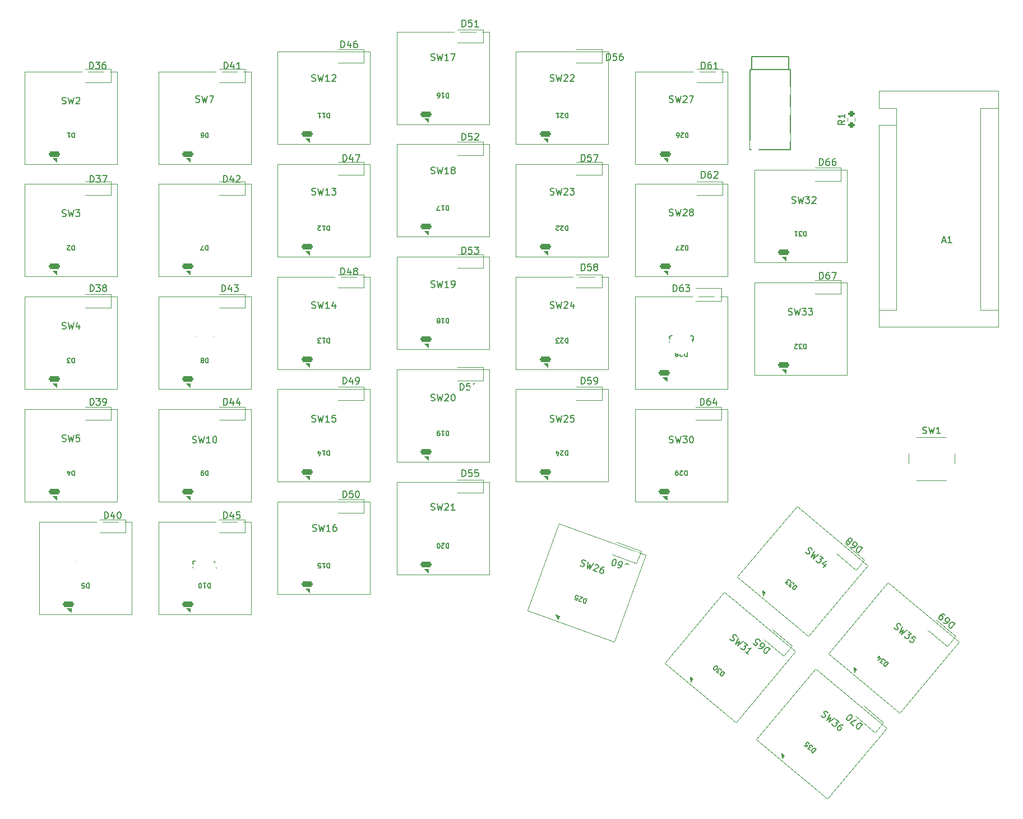
<source format=gto>
G04 #@! TF.GenerationSoftware,KiCad,Pcbnew,(6.0.5)*
G04 #@! TF.CreationDate,2022-05-24T22:09:51+02:00*
G04 #@! TF.ProjectId,LPKeyboard,4c504b65-7962-46f6-9172-642e6b696361,rev?*
G04 #@! TF.SameCoordinates,Original*
G04 #@! TF.FileFunction,Legend,Top*
G04 #@! TF.FilePolarity,Positive*
%FSLAX46Y46*%
G04 Gerber Fmt 4.6, Leading zero omitted, Abs format (unit mm)*
G04 Created by KiCad (PCBNEW (6.0.5)) date 2022-05-24 22:09:51*
%MOMM*%
%LPD*%
G01*
G04 APERTURE LIST*
G04 Aperture macros list*
%AMRoundRect*
0 Rectangle with rounded corners*
0 $1 Rounding radius*
0 $2 $3 $4 $5 $6 $7 $8 $9 X,Y pos of 4 corners*
0 Add a 4 corners polygon primitive as box body*
4,1,4,$2,$3,$4,$5,$6,$7,$8,$9,$2,$3,0*
0 Add four circle primitives for the rounded corners*
1,1,$1+$1,$2,$3*
1,1,$1+$1,$4,$5*
1,1,$1+$1,$6,$7*
1,1,$1+$1,$8,$9*
0 Add four rect primitives between the rounded corners*
20,1,$1+$1,$2,$3,$4,$5,0*
20,1,$1+$1,$4,$5,$6,$7,0*
20,1,$1+$1,$6,$7,$8,$9,0*
20,1,$1+$1,$8,$9,$2,$3,0*%
%AMRotRect*
0 Rectangle, with rotation*
0 The origin of the aperture is its center*
0 $1 length*
0 $2 width*
0 $3 Rotation angle, in degrees counterclockwise*
0 Add horizontal line*
21,1,$1,$2,0,0,$3*%
G04 Aperture macros list end*
%ADD10C,0.150000*%
%ADD11C,0.120000*%
%ADD12C,0.100000*%
%ADD13C,3.400000*%
%ADD14C,1.900000*%
%ADD15R,0.900000X1.200000*%
%ADD16R,1.700000X0.820000*%
%ADD17RoundRect,0.205000X0.645000X0.205000X-0.645000X0.205000X-0.645000X-0.205000X0.645000X-0.205000X0*%
%ADD18RotRect,0.900000X1.200000X140.000000*%
%ADD19RotRect,0.900000X1.200000X160.000000*%
%ADD20R,1.600000X1.600000*%
%ADD21O,1.600000X1.600000*%
%ADD22RotRect,1.700000X0.820000X140.000000*%
%ADD23RoundRect,0.205000X0.625870X-0.257559X-0.362327X0.571637X-0.625870X0.257559X0.362327X-0.571637X0*%
%ADD24C,2.000000*%
%ADD25RotRect,1.700000X0.820000X160.000000*%
%ADD26RoundRect,0.205000X0.676216X-0.027966X-0.535988X0.413240X-0.676216X0.027966X0.535988X-0.413240X0*%
%ADD27C,0.800000*%
%ADD28O,1.600000X2.000000*%
%ADD29RoundRect,0.200000X0.275000X-0.200000X0.275000X0.200000X-0.275000X0.200000X-0.275000X-0.200000X0*%
G04 APERTURE END LIST*
D10*
X137787976Y-75334761D02*
X137930833Y-75382380D01*
X138168928Y-75382380D01*
X138264166Y-75334761D01*
X138311785Y-75287142D01*
X138359404Y-75191904D01*
X138359404Y-75096666D01*
X138311785Y-75001428D01*
X138264166Y-74953809D01*
X138168928Y-74906190D01*
X137978452Y-74858571D01*
X137883214Y-74810952D01*
X137835595Y-74763333D01*
X137787976Y-74668095D01*
X137787976Y-74572857D01*
X137835595Y-74477619D01*
X137883214Y-74430000D01*
X137978452Y-74382380D01*
X138216547Y-74382380D01*
X138359404Y-74430000D01*
X138692738Y-74382380D02*
X138930833Y-75382380D01*
X139121309Y-74668095D01*
X139311785Y-75382380D01*
X139549880Y-74382380D01*
X139883214Y-74477619D02*
X139930833Y-74430000D01*
X140026071Y-74382380D01*
X140264166Y-74382380D01*
X140359404Y-74430000D01*
X140407023Y-74477619D01*
X140454642Y-74572857D01*
X140454642Y-74668095D01*
X140407023Y-74810952D01*
X139835595Y-75382380D01*
X140454642Y-75382380D01*
X141026071Y-74810952D02*
X140930833Y-74763333D01*
X140883214Y-74715714D01*
X140835595Y-74620476D01*
X140835595Y-74572857D01*
X140883214Y-74477619D01*
X140930833Y-74430000D01*
X141026071Y-74382380D01*
X141216547Y-74382380D01*
X141311785Y-74430000D01*
X141359404Y-74477619D01*
X141407023Y-74572857D01*
X141407023Y-74620476D01*
X141359404Y-74715714D01*
X141311785Y-74763333D01*
X141216547Y-74810952D01*
X141026071Y-74810952D01*
X140930833Y-74858571D01*
X140883214Y-74906190D01*
X140835595Y-75001428D01*
X140835595Y-75191904D01*
X140883214Y-75287142D01*
X140930833Y-75334761D01*
X141026071Y-75382380D01*
X141216547Y-75382380D01*
X141311785Y-75334761D01*
X141359404Y-75287142D01*
X141407023Y-75191904D01*
X141407023Y-75001428D01*
X141359404Y-74906190D01*
X141311785Y-74858571D01*
X141216547Y-74810952D01*
X146961875Y-139264981D02*
X147040701Y-139393286D01*
X147223092Y-139546330D01*
X147326658Y-139571070D01*
X147393745Y-139565201D01*
X147491441Y-139522853D01*
X147552659Y-139449896D01*
X147577399Y-139346331D01*
X147571529Y-139279244D01*
X147529182Y-139181547D01*
X147413877Y-139022633D01*
X147371530Y-138924937D01*
X147365660Y-138857850D01*
X147390400Y-138754284D01*
X147451618Y-138681328D01*
X147549314Y-138638980D01*
X147616401Y-138633111D01*
X147719967Y-138657850D01*
X147902358Y-138810895D01*
X147981184Y-138939200D01*
X148267141Y-139116984D02*
X147806745Y-140036073D01*
X148411793Y-139611334D01*
X148098572Y-140280945D01*
X148923751Y-139667945D01*
X149142621Y-139851599D02*
X149616839Y-140249515D01*
X149116619Y-140327079D01*
X149226054Y-140418905D01*
X149268402Y-140516602D01*
X149274271Y-140583689D01*
X149249532Y-140687254D01*
X149096487Y-140869646D01*
X148998791Y-140911994D01*
X148931703Y-140917863D01*
X148828138Y-140893123D01*
X148609268Y-140709470D01*
X148566920Y-140611774D01*
X148561051Y-140544686D01*
X149703617Y-141627738D02*
X149265878Y-141260431D01*
X149484747Y-141444084D02*
X150127535Y-140678040D01*
X149962752Y-140726257D01*
X149828577Y-140737996D01*
X149725012Y-140713256D01*
X88484841Y-67127380D02*
X88484841Y-66127380D01*
X88722936Y-66127380D01*
X88865793Y-66175000D01*
X88961031Y-66270238D01*
X89008650Y-66365476D01*
X89056269Y-66555952D01*
X89056269Y-66698809D01*
X89008650Y-66889285D01*
X88961031Y-66984523D01*
X88865793Y-67079761D01*
X88722936Y-67127380D01*
X88484841Y-67127380D01*
X89913412Y-66460714D02*
X89913412Y-67127380D01*
X89675317Y-66079761D02*
X89437222Y-66794047D01*
X90056269Y-66794047D01*
X90341984Y-66127380D02*
X91008650Y-66127380D01*
X90580079Y-67127380D01*
X101787976Y-103274761D02*
X101930833Y-103322380D01*
X102168928Y-103322380D01*
X102264166Y-103274761D01*
X102311785Y-103227142D01*
X102359404Y-103131904D01*
X102359404Y-103036666D01*
X102311785Y-102941428D01*
X102264166Y-102893809D01*
X102168928Y-102846190D01*
X101978452Y-102798571D01*
X101883214Y-102750952D01*
X101835595Y-102703333D01*
X101787976Y-102608095D01*
X101787976Y-102512857D01*
X101835595Y-102417619D01*
X101883214Y-102370000D01*
X101978452Y-102322380D01*
X102216547Y-102322380D01*
X102359404Y-102370000D01*
X102692738Y-102322380D02*
X102930833Y-103322380D01*
X103121309Y-102608095D01*
X103311785Y-103322380D01*
X103549880Y-102322380D01*
X103883214Y-102417619D02*
X103930833Y-102370000D01*
X104026071Y-102322380D01*
X104264166Y-102322380D01*
X104359404Y-102370000D01*
X104407023Y-102417619D01*
X104454642Y-102512857D01*
X104454642Y-102608095D01*
X104407023Y-102750952D01*
X103835595Y-103322380D01*
X104454642Y-103322380D01*
X105073690Y-102322380D02*
X105168928Y-102322380D01*
X105264166Y-102370000D01*
X105311785Y-102417619D01*
X105359404Y-102512857D01*
X105407023Y-102703333D01*
X105407023Y-102941428D01*
X105359404Y-103131904D01*
X105311785Y-103227142D01*
X105264166Y-103274761D01*
X105168928Y-103322380D01*
X105073690Y-103322380D01*
X104978452Y-103274761D01*
X104930833Y-103227142D01*
X104883214Y-103131904D01*
X104835595Y-102941428D01*
X104835595Y-102703333D01*
X104883214Y-102512857D01*
X104930833Y-102417619D01*
X104978452Y-102370000D01*
X105073690Y-102322380D01*
X86447500Y-59863133D02*
X86447500Y-60563133D01*
X86280833Y-60563133D01*
X86180833Y-60529800D01*
X86114166Y-60463133D01*
X86080833Y-60396466D01*
X86047500Y-60263133D01*
X86047500Y-60163133D01*
X86080833Y-60029800D01*
X86114166Y-59963133D01*
X86180833Y-59896466D01*
X86280833Y-59863133D01*
X86447500Y-59863133D01*
X85380833Y-59863133D02*
X85780833Y-59863133D01*
X85580833Y-59863133D02*
X85580833Y-60563133D01*
X85647500Y-60463133D01*
X85714166Y-60396466D01*
X85780833Y-60363133D01*
X84714166Y-59863133D02*
X85114166Y-59863133D01*
X84914166Y-59863133D02*
X84914166Y-60563133D01*
X84980833Y-60463133D01*
X85047500Y-60396466D01*
X85114166Y-60363133D01*
X101787976Y-51839761D02*
X101930833Y-51887380D01*
X102168928Y-51887380D01*
X102264166Y-51839761D01*
X102311785Y-51792142D01*
X102359404Y-51696904D01*
X102359404Y-51601666D01*
X102311785Y-51506428D01*
X102264166Y-51458809D01*
X102168928Y-51411190D01*
X101978452Y-51363571D01*
X101883214Y-51315952D01*
X101835595Y-51268333D01*
X101787976Y-51173095D01*
X101787976Y-51077857D01*
X101835595Y-50982619D01*
X101883214Y-50935000D01*
X101978452Y-50887380D01*
X102216547Y-50887380D01*
X102359404Y-50935000D01*
X102692738Y-50887380D02*
X102930833Y-51887380D01*
X103121309Y-51173095D01*
X103311785Y-51887380D01*
X103549880Y-50887380D01*
X104454642Y-51887380D02*
X103883214Y-51887380D01*
X104168928Y-51887380D02*
X104168928Y-50887380D01*
X104073690Y-51030238D01*
X103978452Y-51125476D01*
X103883214Y-51173095D01*
X104787976Y-50887380D02*
X105454642Y-50887380D01*
X105026071Y-51887380D01*
X166955981Y-152198983D02*
X166313194Y-152965028D01*
X166130802Y-152811983D01*
X166051976Y-152683678D01*
X166040237Y-152549504D01*
X166064977Y-152445938D01*
X166150934Y-152269416D01*
X166242761Y-152159981D01*
X166401675Y-152044677D01*
X166499371Y-152002329D01*
X166633546Y-151990590D01*
X166773590Y-152045939D01*
X166955981Y-152198983D01*
X165620106Y-152383458D02*
X165109409Y-151954933D01*
X166080502Y-151464369D01*
X164671670Y-151587626D02*
X164598713Y-151526408D01*
X164556365Y-151428712D01*
X164550496Y-151361625D01*
X164575236Y-151258059D01*
X164661193Y-151081537D01*
X164814238Y-150899145D01*
X164973152Y-150783841D01*
X165070848Y-150741493D01*
X165137935Y-150735624D01*
X165241501Y-150760364D01*
X165314457Y-150821581D01*
X165356805Y-150919278D01*
X165362674Y-150986365D01*
X165337935Y-151089930D01*
X165251977Y-151266452D01*
X165098933Y-151448844D01*
X164940019Y-151564148D01*
X164842323Y-151606496D01*
X164775235Y-151612365D01*
X164671670Y-151587626D01*
X140447500Y-95906133D02*
X140447500Y-96606133D01*
X140280833Y-96606133D01*
X140180833Y-96572800D01*
X140114166Y-96506133D01*
X140080833Y-96439466D01*
X140047500Y-96306133D01*
X140047500Y-96206133D01*
X140080833Y-96072800D01*
X140114166Y-96006133D01*
X140180833Y-95939466D01*
X140280833Y-95906133D01*
X140447500Y-95906133D01*
X139780833Y-96539466D02*
X139747500Y-96572800D01*
X139680833Y-96606133D01*
X139514166Y-96606133D01*
X139447500Y-96572800D01*
X139414166Y-96539466D01*
X139380833Y-96472800D01*
X139380833Y-96406133D01*
X139414166Y-96306133D01*
X139814166Y-95906133D01*
X139380833Y-95906133D01*
X138980833Y-96306133D02*
X139047500Y-96339466D01*
X139080833Y-96372800D01*
X139114166Y-96439466D01*
X139114166Y-96472800D01*
X139080833Y-96539466D01*
X139047500Y-96572800D01*
X138980833Y-96606133D01*
X138847500Y-96606133D01*
X138780833Y-96572800D01*
X138747500Y-96539466D01*
X138714166Y-96472800D01*
X138714166Y-96439466D01*
X138747500Y-96372800D01*
X138780833Y-96339466D01*
X138847500Y-96306133D01*
X138980833Y-96306133D01*
X139047500Y-96272800D01*
X139080833Y-96239466D01*
X139114166Y-96172800D01*
X139114166Y-96039466D01*
X139080833Y-95972800D01*
X139047500Y-95939466D01*
X138980833Y-95906133D01*
X138847500Y-95906133D01*
X138780833Y-95939466D01*
X138747500Y-95972800D01*
X138714166Y-96039466D01*
X138714166Y-96172800D01*
X138747500Y-96239466D01*
X138780833Y-96272800D01*
X138847500Y-96306133D01*
X131662606Y-128021763D02*
X131320586Y-128961455D01*
X131096850Y-128880022D01*
X130978895Y-128786415D01*
X130921973Y-128664347D01*
X130909800Y-128558566D01*
X130930199Y-128363290D01*
X130979059Y-128229048D01*
X131088953Y-128066346D01*
X131166274Y-127993138D01*
X131288341Y-127936217D01*
X131438870Y-127940329D01*
X131662606Y-128021763D01*
X129978168Y-128472855D02*
X130157157Y-128538002D01*
X130262938Y-128525828D01*
X130323972Y-128497367D01*
X130462327Y-128395699D01*
X130572221Y-128232996D01*
X130702514Y-127875018D01*
X130690340Y-127769237D01*
X130661880Y-127708203D01*
X130588672Y-127630882D01*
X130409683Y-127565736D01*
X130303902Y-127577910D01*
X130242868Y-127606370D01*
X130165547Y-127679578D01*
X130084114Y-127903314D01*
X130096288Y-128009096D01*
X130124748Y-128070130D01*
X130197956Y-128147450D01*
X130376945Y-128212597D01*
X130482726Y-128200423D01*
X130543760Y-128171962D01*
X130621081Y-128098755D01*
X129306959Y-128228555D02*
X129217465Y-128195982D01*
X129144257Y-128118661D01*
X129115796Y-128057627D01*
X129103622Y-127951846D01*
X129124022Y-127756570D01*
X129205455Y-127532834D01*
X129315349Y-127370131D01*
X129392669Y-127296923D01*
X129453703Y-127268463D01*
X129559485Y-127256289D01*
X129648979Y-127288862D01*
X129722187Y-127366183D01*
X129750648Y-127427217D01*
X129762822Y-127532998D01*
X129742422Y-127728274D01*
X129660989Y-127952010D01*
X129551095Y-128114713D01*
X129473774Y-128187920D01*
X129412740Y-128216381D01*
X129306959Y-128228555D01*
X47926666Y-96863133D02*
X47926666Y-97563133D01*
X47760000Y-97563133D01*
X47660000Y-97529800D01*
X47593333Y-97463133D01*
X47560000Y-97396466D01*
X47526666Y-97263133D01*
X47526666Y-97163133D01*
X47560000Y-97029800D01*
X47593333Y-96963133D01*
X47660000Y-96896466D01*
X47760000Y-96863133D01*
X47926666Y-96863133D01*
X47293333Y-97563133D02*
X46860000Y-97563133D01*
X47093333Y-97296466D01*
X46993333Y-97296466D01*
X46926666Y-97263133D01*
X46893333Y-97229800D01*
X46860000Y-97163133D01*
X46860000Y-96996466D01*
X46893333Y-96929800D01*
X46926666Y-96896466D01*
X46993333Y-96863133D01*
X47193333Y-96863133D01*
X47260000Y-96896466D01*
X47293333Y-96929800D01*
X50297341Y-103957380D02*
X50297341Y-102957380D01*
X50535436Y-102957380D01*
X50678293Y-103005000D01*
X50773531Y-103100238D01*
X50821150Y-103195476D01*
X50868769Y-103385952D01*
X50868769Y-103528809D01*
X50821150Y-103719285D01*
X50773531Y-103814523D01*
X50678293Y-103909761D01*
X50535436Y-103957380D01*
X50297341Y-103957380D01*
X51202103Y-102957380D02*
X51821150Y-102957380D01*
X51487817Y-103338333D01*
X51630674Y-103338333D01*
X51725912Y-103385952D01*
X51773531Y-103433571D01*
X51821150Y-103528809D01*
X51821150Y-103766904D01*
X51773531Y-103862142D01*
X51725912Y-103909761D01*
X51630674Y-103957380D01*
X51344960Y-103957380D01*
X51249722Y-103909761D01*
X51202103Y-103862142D01*
X52297341Y-103957380D02*
X52487817Y-103957380D01*
X52583055Y-103909761D01*
X52630674Y-103862142D01*
X52725912Y-103719285D01*
X52773531Y-103528809D01*
X52773531Y-103147857D01*
X52725912Y-103052619D01*
X52678293Y-103005000D01*
X52583055Y-102957380D01*
X52392579Y-102957380D01*
X52297341Y-103005000D01*
X52249722Y-103052619D01*
X52202103Y-103147857D01*
X52202103Y-103385952D01*
X52249722Y-103481190D01*
X52297341Y-103528809D01*
X52392579Y-103576428D01*
X52583055Y-103576428D01*
X52678293Y-103528809D01*
X52725912Y-103481190D01*
X52773531Y-103385952D01*
X66264166Y-77469161D02*
X66407023Y-77516780D01*
X66645119Y-77516780D01*
X66740357Y-77469161D01*
X66787976Y-77421542D01*
X66835595Y-77326304D01*
X66835595Y-77231066D01*
X66787976Y-77135828D01*
X66740357Y-77088209D01*
X66645119Y-77040590D01*
X66454642Y-76992971D01*
X66359404Y-76945352D01*
X66311785Y-76897733D01*
X66264166Y-76802495D01*
X66264166Y-76707257D01*
X66311785Y-76612019D01*
X66359404Y-76564400D01*
X66454642Y-76516780D01*
X66692738Y-76516780D01*
X66835595Y-76564400D01*
X67168928Y-76516780D02*
X67407023Y-77516780D01*
X67597500Y-76802495D01*
X67787976Y-77516780D01*
X68026071Y-76516780D01*
X68549880Y-76945352D02*
X68454642Y-76897733D01*
X68407023Y-76850114D01*
X68359404Y-76754876D01*
X68359404Y-76707257D01*
X68407023Y-76612019D01*
X68454642Y-76564400D01*
X68549880Y-76516780D01*
X68740357Y-76516780D01*
X68835595Y-76564400D01*
X68883214Y-76612019D01*
X68930833Y-76707257D01*
X68930833Y-76754876D01*
X68883214Y-76850114D01*
X68835595Y-76897733D01*
X68740357Y-76945352D01*
X68549880Y-76945352D01*
X68454642Y-76992971D01*
X68407023Y-77040590D01*
X68359404Y-77135828D01*
X68359404Y-77326304D01*
X68407023Y-77421542D01*
X68454642Y-77469161D01*
X68549880Y-77516780D01*
X68740357Y-77516780D01*
X68835595Y-77469161D01*
X68883214Y-77421542D01*
X68930833Y-77326304D01*
X68930833Y-77135828D01*
X68883214Y-77040590D01*
X68835595Y-76992971D01*
X68740357Y-76945352D01*
X158447500Y-77738133D02*
X158447500Y-78438133D01*
X158280833Y-78438133D01*
X158180833Y-78404800D01*
X158114166Y-78338133D01*
X158080833Y-78271466D01*
X158047500Y-78138133D01*
X158047500Y-78038133D01*
X158080833Y-77904800D01*
X158114166Y-77838133D01*
X158180833Y-77771466D01*
X158280833Y-77738133D01*
X158447500Y-77738133D01*
X157814166Y-78438133D02*
X157380833Y-78438133D01*
X157614166Y-78171466D01*
X157514166Y-78171466D01*
X157447500Y-78138133D01*
X157414166Y-78104800D01*
X157380833Y-78038133D01*
X157380833Y-77871466D01*
X157414166Y-77804800D01*
X157447500Y-77771466D01*
X157514166Y-77738133D01*
X157714166Y-77738133D01*
X157780833Y-77771466D01*
X157814166Y-77804800D01*
X156714166Y-77738133D02*
X157114166Y-77738133D01*
X156914166Y-77738133D02*
X156914166Y-78438133D01*
X156980833Y-78338133D01*
X157047500Y-78271466D01*
X157114166Y-78238133D01*
X179000714Y-79149166D02*
X179476904Y-79149166D01*
X178905476Y-79434880D02*
X179238809Y-78434880D01*
X179572142Y-79434880D01*
X180429285Y-79434880D02*
X179857857Y-79434880D01*
X180143571Y-79434880D02*
X180143571Y-78434880D01*
X180048333Y-78577738D01*
X179953095Y-78672976D01*
X179857857Y-78720595D01*
X50297341Y-70302380D02*
X50297341Y-69302380D01*
X50535436Y-69302380D01*
X50678293Y-69350000D01*
X50773531Y-69445238D01*
X50821150Y-69540476D01*
X50868769Y-69730952D01*
X50868769Y-69873809D01*
X50821150Y-70064285D01*
X50773531Y-70159523D01*
X50678293Y-70254761D01*
X50535436Y-70302380D01*
X50297341Y-70302380D01*
X51202103Y-69302380D02*
X51821150Y-69302380D01*
X51487817Y-69683333D01*
X51630674Y-69683333D01*
X51725912Y-69730952D01*
X51773531Y-69778571D01*
X51821150Y-69873809D01*
X51821150Y-70111904D01*
X51773531Y-70207142D01*
X51725912Y-70254761D01*
X51630674Y-70302380D01*
X51344960Y-70302380D01*
X51249722Y-70254761D01*
X51202103Y-70207142D01*
X52154484Y-69302380D02*
X52821150Y-69302380D01*
X52392579Y-70302380D01*
X152985981Y-140768983D02*
X152343194Y-141535028D01*
X152160802Y-141381983D01*
X152081976Y-141253678D01*
X152070237Y-141119504D01*
X152094977Y-141015938D01*
X152180934Y-140839416D01*
X152272761Y-140729981D01*
X152431675Y-140614677D01*
X152529371Y-140572329D01*
X152663546Y-140560590D01*
X152803590Y-140615939D01*
X152985981Y-140768983D01*
X151248844Y-140616760D02*
X151394758Y-140739196D01*
X151498323Y-140763935D01*
X151565410Y-140758066D01*
X151730194Y-140709849D01*
X151889108Y-140594544D01*
X152133979Y-140302718D01*
X152158719Y-140199152D01*
X152152850Y-140132065D01*
X152110502Y-140034369D01*
X151964589Y-139911933D01*
X151861023Y-139887194D01*
X151793936Y-139893063D01*
X151696240Y-139935411D01*
X151543195Y-140117802D01*
X151518455Y-140221368D01*
X151524325Y-140288455D01*
X151566672Y-140386151D01*
X151712586Y-140508587D01*
X151816151Y-140533327D01*
X151883238Y-140527457D01*
X151980935Y-140485109D01*
X150482800Y-139973972D02*
X150847583Y-140280062D01*
X151190151Y-139945887D01*
X151123063Y-139951757D01*
X151019498Y-139927017D01*
X150837106Y-139773973D01*
X150794759Y-139676276D01*
X150788889Y-139609189D01*
X150813629Y-139505624D01*
X150966674Y-139323232D01*
X151064370Y-139280884D01*
X151131457Y-139275015D01*
X151235022Y-139299755D01*
X151417414Y-139452799D01*
X151459762Y-139550495D01*
X151465631Y-139617583D01*
X101787976Y-86129761D02*
X101930833Y-86177380D01*
X102168928Y-86177380D01*
X102264166Y-86129761D01*
X102311785Y-86082142D01*
X102359404Y-85986904D01*
X102359404Y-85891666D01*
X102311785Y-85796428D01*
X102264166Y-85748809D01*
X102168928Y-85701190D01*
X101978452Y-85653571D01*
X101883214Y-85605952D01*
X101835595Y-85558333D01*
X101787976Y-85463095D01*
X101787976Y-85367857D01*
X101835595Y-85272619D01*
X101883214Y-85225000D01*
X101978452Y-85177380D01*
X102216547Y-85177380D01*
X102359404Y-85225000D01*
X102692738Y-85177380D02*
X102930833Y-86177380D01*
X103121309Y-85463095D01*
X103311785Y-86177380D01*
X103549880Y-85177380D01*
X104454642Y-86177380D02*
X103883214Y-86177380D01*
X104168928Y-86177380D02*
X104168928Y-85177380D01*
X104073690Y-85320238D01*
X103978452Y-85415476D01*
X103883214Y-85463095D01*
X104930833Y-86177380D02*
X105121309Y-86177380D01*
X105216547Y-86129761D01*
X105264166Y-86082142D01*
X105359404Y-85939285D01*
X105407023Y-85748809D01*
X105407023Y-85367857D01*
X105359404Y-85272619D01*
X105311785Y-85225000D01*
X105216547Y-85177380D01*
X105026071Y-85177380D01*
X104930833Y-85225000D01*
X104883214Y-85272619D01*
X104835595Y-85367857D01*
X104835595Y-85605952D01*
X104883214Y-85701190D01*
X104930833Y-85748809D01*
X105026071Y-85796428D01*
X105216547Y-85796428D01*
X105311785Y-85748809D01*
X105359404Y-85701190D01*
X105407023Y-85605952D01*
X140447500Y-113863133D02*
X140447500Y-114563133D01*
X140280833Y-114563133D01*
X140180833Y-114529800D01*
X140114166Y-114463133D01*
X140080833Y-114396466D01*
X140047500Y-114263133D01*
X140047500Y-114163133D01*
X140080833Y-114029800D01*
X140114166Y-113963133D01*
X140180833Y-113896466D01*
X140280833Y-113863133D01*
X140447500Y-113863133D01*
X139780833Y-114496466D02*
X139747500Y-114529800D01*
X139680833Y-114563133D01*
X139514166Y-114563133D01*
X139447500Y-114529800D01*
X139414166Y-114496466D01*
X139380833Y-114429800D01*
X139380833Y-114363133D01*
X139414166Y-114263133D01*
X139814166Y-113863133D01*
X139380833Y-113863133D01*
X139047500Y-113863133D02*
X138914166Y-113863133D01*
X138847500Y-113896466D01*
X138814166Y-113929800D01*
X138747500Y-114029800D01*
X138714166Y-114163133D01*
X138714166Y-114429800D01*
X138747500Y-114496466D01*
X138780833Y-114529800D01*
X138847500Y-114563133D01*
X138980833Y-114563133D01*
X139047500Y-114529800D01*
X139080833Y-114496466D01*
X139114166Y-114429800D01*
X139114166Y-114263133D01*
X139080833Y-114196466D01*
X139047500Y-114163133D01*
X138980833Y-114129800D01*
X138847500Y-114129800D01*
X138780833Y-114163133D01*
X138747500Y-114196466D01*
X138714166Y-114263133D01*
X88484841Y-100782380D02*
X88484841Y-99782380D01*
X88722936Y-99782380D01*
X88865793Y-99830000D01*
X88961031Y-99925238D01*
X89008650Y-100020476D01*
X89056269Y-100210952D01*
X89056269Y-100353809D01*
X89008650Y-100544285D01*
X88961031Y-100639523D01*
X88865793Y-100734761D01*
X88722936Y-100782380D01*
X88484841Y-100782380D01*
X89913412Y-100115714D02*
X89913412Y-100782380D01*
X89675317Y-99734761D02*
X89437222Y-100449047D01*
X90056269Y-100449047D01*
X90484841Y-100782380D02*
X90675317Y-100782380D01*
X90770555Y-100734761D01*
X90818174Y-100687142D01*
X90913412Y-100544285D01*
X90961031Y-100353809D01*
X90961031Y-99972857D01*
X90913412Y-99877619D01*
X90865793Y-99830000D01*
X90770555Y-99782380D01*
X90580079Y-99782380D01*
X90484841Y-99830000D01*
X90437222Y-99877619D01*
X90389603Y-99972857D01*
X90389603Y-100210952D01*
X90437222Y-100306190D01*
X90484841Y-100353809D01*
X90580079Y-100401428D01*
X90770555Y-100401428D01*
X90865793Y-100353809D01*
X90913412Y-100306190D01*
X90961031Y-100210952D01*
X70484841Y-103957380D02*
X70484841Y-102957380D01*
X70722936Y-102957380D01*
X70865793Y-103005000D01*
X70961031Y-103100238D01*
X71008650Y-103195476D01*
X71056269Y-103385952D01*
X71056269Y-103528809D01*
X71008650Y-103719285D01*
X70961031Y-103814523D01*
X70865793Y-103909761D01*
X70722936Y-103957380D01*
X70484841Y-103957380D01*
X71913412Y-103290714D02*
X71913412Y-103957380D01*
X71675317Y-102909761D02*
X71437222Y-103624047D01*
X72056269Y-103624047D01*
X72865793Y-103290714D02*
X72865793Y-103957380D01*
X72627698Y-102909761D02*
X72389603Y-103624047D01*
X73008650Y-103624047D01*
X52484841Y-121102380D02*
X52484841Y-120102380D01*
X52722936Y-120102380D01*
X52865793Y-120150000D01*
X52961031Y-120245238D01*
X53008650Y-120340476D01*
X53056269Y-120530952D01*
X53056269Y-120673809D01*
X53008650Y-120864285D01*
X52961031Y-120959523D01*
X52865793Y-121054761D01*
X52722936Y-121102380D01*
X52484841Y-121102380D01*
X53913412Y-120435714D02*
X53913412Y-121102380D01*
X53675317Y-120054761D02*
X53437222Y-120769047D01*
X54056269Y-120769047D01*
X54627698Y-120102380D02*
X54722936Y-120102380D01*
X54818174Y-120150000D01*
X54865793Y-120197619D01*
X54913412Y-120292857D01*
X54961031Y-120483333D01*
X54961031Y-120721428D01*
X54913412Y-120911904D01*
X54865793Y-121007142D01*
X54818174Y-121054761D01*
X54722936Y-121102380D01*
X54627698Y-121102380D01*
X54532460Y-121054761D01*
X54484841Y-121007142D01*
X54437222Y-120911904D01*
X54389603Y-120721428D01*
X54389603Y-120483333D01*
X54437222Y-120292857D01*
X54484841Y-120197619D01*
X54532460Y-120150000D01*
X54627698Y-120102380D01*
X101787976Y-119784761D02*
X101930833Y-119832380D01*
X102168928Y-119832380D01*
X102264166Y-119784761D01*
X102311785Y-119737142D01*
X102359404Y-119641904D01*
X102359404Y-119546666D01*
X102311785Y-119451428D01*
X102264166Y-119403809D01*
X102168928Y-119356190D01*
X101978452Y-119308571D01*
X101883214Y-119260952D01*
X101835595Y-119213333D01*
X101787976Y-119118095D01*
X101787976Y-119022857D01*
X101835595Y-118927619D01*
X101883214Y-118880000D01*
X101978452Y-118832380D01*
X102216547Y-118832380D01*
X102359404Y-118880000D01*
X102692738Y-118832380D02*
X102930833Y-119832380D01*
X103121309Y-119118095D01*
X103311785Y-119832380D01*
X103549880Y-118832380D01*
X103883214Y-118927619D02*
X103930833Y-118880000D01*
X104026071Y-118832380D01*
X104264166Y-118832380D01*
X104359404Y-118880000D01*
X104407023Y-118927619D01*
X104454642Y-119022857D01*
X104454642Y-119118095D01*
X104407023Y-119260952D01*
X103835595Y-119832380D01*
X104454642Y-119832380D01*
X105407023Y-119832380D02*
X104835595Y-119832380D01*
X105121309Y-119832380D02*
X105121309Y-118832380D01*
X105026071Y-118975238D01*
X104930833Y-119070476D01*
X104835595Y-119118095D01*
X88184841Y-49982380D02*
X88184841Y-48982380D01*
X88422936Y-48982380D01*
X88565793Y-49030000D01*
X88661031Y-49125238D01*
X88708650Y-49220476D01*
X88756269Y-49410952D01*
X88756269Y-49553809D01*
X88708650Y-49744285D01*
X88661031Y-49839523D01*
X88565793Y-49934761D01*
X88422936Y-49982380D01*
X88184841Y-49982380D01*
X89613412Y-49315714D02*
X89613412Y-49982380D01*
X89375317Y-48934761D02*
X89137222Y-49649047D01*
X89756269Y-49649047D01*
X90565793Y-48982380D02*
X90375317Y-48982380D01*
X90280079Y-49030000D01*
X90232460Y-49077619D01*
X90137222Y-49220476D01*
X90089603Y-49410952D01*
X90089603Y-49791904D01*
X90137222Y-49887142D01*
X90184841Y-49934761D01*
X90280079Y-49982380D01*
X90470555Y-49982380D01*
X90565793Y-49934761D01*
X90613412Y-49887142D01*
X90661031Y-49791904D01*
X90661031Y-49553809D01*
X90613412Y-49458571D01*
X90565793Y-49410952D01*
X90470555Y-49363333D01*
X90280079Y-49363333D01*
X90184841Y-49410952D01*
X90137222Y-49458571D01*
X90089603Y-49553809D01*
X119787976Y-72159761D02*
X119930833Y-72207380D01*
X120168928Y-72207380D01*
X120264166Y-72159761D01*
X120311785Y-72112142D01*
X120359404Y-72016904D01*
X120359404Y-71921666D01*
X120311785Y-71826428D01*
X120264166Y-71778809D01*
X120168928Y-71731190D01*
X119978452Y-71683571D01*
X119883214Y-71635952D01*
X119835595Y-71588333D01*
X119787976Y-71493095D01*
X119787976Y-71397857D01*
X119835595Y-71302619D01*
X119883214Y-71255000D01*
X119978452Y-71207380D01*
X120216547Y-71207380D01*
X120359404Y-71255000D01*
X120692738Y-71207380D02*
X120930833Y-72207380D01*
X121121309Y-71493095D01*
X121311785Y-72207380D01*
X121549880Y-71207380D01*
X121883214Y-71302619D02*
X121930833Y-71255000D01*
X122026071Y-71207380D01*
X122264166Y-71207380D01*
X122359404Y-71255000D01*
X122407023Y-71302619D01*
X122454642Y-71397857D01*
X122454642Y-71493095D01*
X122407023Y-71635952D01*
X121835595Y-72207380D01*
X122454642Y-72207380D01*
X122787976Y-71207380D02*
X123407023Y-71207380D01*
X123073690Y-71588333D01*
X123216547Y-71588333D01*
X123311785Y-71635952D01*
X123359404Y-71683571D01*
X123407023Y-71778809D01*
X123407023Y-72016904D01*
X123359404Y-72112142D01*
X123311785Y-72159761D01*
X123216547Y-72207380D01*
X122930833Y-72207380D01*
X122835595Y-72159761D01*
X122787976Y-72112142D01*
X86447500Y-76863133D02*
X86447500Y-77563133D01*
X86280833Y-77563133D01*
X86180833Y-77529800D01*
X86114166Y-77463133D01*
X86080833Y-77396466D01*
X86047500Y-77263133D01*
X86047500Y-77163133D01*
X86080833Y-77029800D01*
X86114166Y-76963133D01*
X86180833Y-76896466D01*
X86280833Y-76863133D01*
X86447500Y-76863133D01*
X85380833Y-76863133D02*
X85780833Y-76863133D01*
X85580833Y-76863133D02*
X85580833Y-77563133D01*
X85647500Y-77463133D01*
X85714166Y-77396466D01*
X85780833Y-77363133D01*
X85114166Y-77496466D02*
X85080833Y-77529800D01*
X85014166Y-77563133D01*
X84847500Y-77563133D01*
X84780833Y-77529800D01*
X84747500Y-77496466D01*
X84714166Y-77429800D01*
X84714166Y-77363133D01*
X84747500Y-77263133D01*
X85147500Y-76863133D01*
X84714166Y-76863133D01*
X46076666Y-58429161D02*
X46219523Y-58476780D01*
X46457619Y-58476780D01*
X46552857Y-58429161D01*
X46600476Y-58381542D01*
X46648095Y-58286304D01*
X46648095Y-58191066D01*
X46600476Y-58095828D01*
X46552857Y-58048209D01*
X46457619Y-58000590D01*
X46267142Y-57952971D01*
X46171904Y-57905352D01*
X46124285Y-57857733D01*
X46076666Y-57762495D01*
X46076666Y-57667257D01*
X46124285Y-57572019D01*
X46171904Y-57524400D01*
X46267142Y-57476780D01*
X46505238Y-57476780D01*
X46648095Y-57524400D01*
X46981428Y-57476780D02*
X47219523Y-58476780D01*
X47410000Y-57762495D01*
X47600476Y-58476780D01*
X47838571Y-57476780D01*
X48171904Y-57572019D02*
X48219523Y-57524400D01*
X48314761Y-57476780D01*
X48552857Y-57476780D01*
X48648095Y-57524400D01*
X48695714Y-57572019D01*
X48743333Y-57667257D01*
X48743333Y-57762495D01*
X48695714Y-57905352D01*
X48124285Y-58476780D01*
X48743333Y-58476780D01*
X68114166Y-113863133D02*
X68114166Y-114563133D01*
X67947500Y-114563133D01*
X67847500Y-114529800D01*
X67780833Y-114463133D01*
X67747500Y-114396466D01*
X67714166Y-114263133D01*
X67714166Y-114163133D01*
X67747500Y-114029800D01*
X67780833Y-113963133D01*
X67847500Y-113896466D01*
X67947500Y-113863133D01*
X68114166Y-113863133D01*
X67380833Y-113863133D02*
X67247500Y-113863133D01*
X67180833Y-113896466D01*
X67147500Y-113929800D01*
X67080833Y-114029800D01*
X67047500Y-114163133D01*
X67047500Y-114429800D01*
X67080833Y-114496466D01*
X67114166Y-114529800D01*
X67180833Y-114563133D01*
X67314166Y-114563133D01*
X67380833Y-114529800D01*
X67414166Y-114496466D01*
X67447500Y-114429800D01*
X67447500Y-114263133D01*
X67414166Y-114196466D01*
X67380833Y-114163133D01*
X67314166Y-114129800D01*
X67180833Y-114129800D01*
X67114166Y-114163133D01*
X67080833Y-114196466D01*
X67047500Y-114263133D01*
X68114166Y-62863133D02*
X68114166Y-63563133D01*
X67947500Y-63563133D01*
X67847500Y-63529800D01*
X67780833Y-63463133D01*
X67747500Y-63396466D01*
X67714166Y-63263133D01*
X67714166Y-63163133D01*
X67747500Y-63029800D01*
X67780833Y-62963133D01*
X67847500Y-62896466D01*
X67947500Y-62863133D01*
X68114166Y-62863133D01*
X67114166Y-63563133D02*
X67247500Y-63563133D01*
X67314166Y-63529800D01*
X67347500Y-63496466D01*
X67414166Y-63396466D01*
X67447500Y-63263133D01*
X67447500Y-62996466D01*
X67414166Y-62929800D01*
X67380833Y-62896466D01*
X67314166Y-62863133D01*
X67180833Y-62863133D01*
X67114166Y-62896466D01*
X67080833Y-62929800D01*
X67047500Y-62996466D01*
X67047500Y-63163133D01*
X67080833Y-63229800D01*
X67114166Y-63263133D01*
X67180833Y-63296466D01*
X67314166Y-63296466D01*
X67380833Y-63263133D01*
X67414166Y-63229800D01*
X67447500Y-63163133D01*
X46076666Y-75429161D02*
X46219523Y-75476780D01*
X46457619Y-75476780D01*
X46552857Y-75429161D01*
X46600476Y-75381542D01*
X46648095Y-75286304D01*
X46648095Y-75191066D01*
X46600476Y-75095828D01*
X46552857Y-75048209D01*
X46457619Y-75000590D01*
X46267142Y-74952971D01*
X46171904Y-74905352D01*
X46124285Y-74857733D01*
X46076666Y-74762495D01*
X46076666Y-74667257D01*
X46124285Y-74572019D01*
X46171904Y-74524400D01*
X46267142Y-74476780D01*
X46505238Y-74476780D01*
X46648095Y-74524400D01*
X46981428Y-74476780D02*
X47219523Y-75476780D01*
X47410000Y-74762495D01*
X47600476Y-75476780D01*
X47838571Y-74476780D01*
X48124285Y-74476780D02*
X48743333Y-74476780D01*
X48410000Y-74857733D01*
X48552857Y-74857733D01*
X48648095Y-74905352D01*
X48695714Y-74952971D01*
X48743333Y-75048209D01*
X48743333Y-75286304D01*
X48695714Y-75381542D01*
X48648095Y-75429161D01*
X48552857Y-75476780D01*
X48267142Y-75476780D01*
X48171904Y-75429161D01*
X48124285Y-75381542D01*
X104447500Y-90863133D02*
X104447500Y-91563133D01*
X104280833Y-91563133D01*
X104180833Y-91529800D01*
X104114166Y-91463133D01*
X104080833Y-91396466D01*
X104047500Y-91263133D01*
X104047500Y-91163133D01*
X104080833Y-91029800D01*
X104114166Y-90963133D01*
X104180833Y-90896466D01*
X104280833Y-90863133D01*
X104447500Y-90863133D01*
X103380833Y-90863133D02*
X103780833Y-90863133D01*
X103580833Y-90863133D02*
X103580833Y-91563133D01*
X103647500Y-91463133D01*
X103714166Y-91396466D01*
X103780833Y-91363133D01*
X102980833Y-91263133D02*
X103047500Y-91296466D01*
X103080833Y-91329800D01*
X103114166Y-91396466D01*
X103114166Y-91429800D01*
X103080833Y-91496466D01*
X103047500Y-91529800D01*
X102980833Y-91563133D01*
X102847500Y-91563133D01*
X102780833Y-91529800D01*
X102747500Y-91496466D01*
X102714166Y-91429800D01*
X102714166Y-91396466D01*
X102747500Y-91329800D01*
X102780833Y-91296466D01*
X102847500Y-91263133D01*
X102980833Y-91263133D01*
X103047500Y-91229800D01*
X103080833Y-91196466D01*
X103114166Y-91129800D01*
X103114166Y-90996466D01*
X103080833Y-90929800D01*
X103047500Y-90896466D01*
X102980833Y-90863133D01*
X102847500Y-90863133D01*
X102780833Y-90896466D01*
X102747500Y-90929800D01*
X102714166Y-90996466D01*
X102714166Y-91129800D01*
X102747500Y-91196466D01*
X102780833Y-91229800D01*
X102847500Y-91263133D01*
X157076476Y-131348352D02*
X156626524Y-131884583D01*
X156498850Y-131777452D01*
X156443672Y-131687638D01*
X156435455Y-131593716D01*
X156452773Y-131521220D01*
X156512943Y-131397655D01*
X156577222Y-131321051D01*
X156688461Y-131240338D01*
X156756849Y-131210694D01*
X156850771Y-131202477D01*
X156948802Y-131241221D01*
X157076476Y-131348352D01*
X156141363Y-131477485D02*
X155809410Y-131198943D01*
X156159564Y-131144648D01*
X156082960Y-131080370D01*
X156053316Y-131011982D01*
X156049208Y-130965021D01*
X156066525Y-130892525D01*
X156173657Y-130764851D01*
X156242044Y-130735208D01*
X156289005Y-130731099D01*
X156361501Y-130748417D01*
X156514710Y-130876975D01*
X156544353Y-130945362D01*
X156548462Y-130992323D01*
X155630667Y-131048959D02*
X155298714Y-130770418D01*
X155648868Y-130716123D01*
X155572263Y-130651845D01*
X155542620Y-130583457D01*
X155538511Y-130536496D01*
X155555829Y-130464000D01*
X155662960Y-130336326D01*
X155731348Y-130306683D01*
X155778309Y-130302574D01*
X155850805Y-130319892D01*
X156004013Y-130448450D01*
X156033657Y-130516837D01*
X156037765Y-130563798D01*
X83915476Y-122959761D02*
X84058333Y-123007380D01*
X84296428Y-123007380D01*
X84391666Y-122959761D01*
X84439285Y-122912142D01*
X84486904Y-122816904D01*
X84486904Y-122721666D01*
X84439285Y-122626428D01*
X84391666Y-122578809D01*
X84296428Y-122531190D01*
X84105952Y-122483571D01*
X84010714Y-122435952D01*
X83963095Y-122388333D01*
X83915476Y-122293095D01*
X83915476Y-122197857D01*
X83963095Y-122102619D01*
X84010714Y-122055000D01*
X84105952Y-122007380D01*
X84344047Y-122007380D01*
X84486904Y-122055000D01*
X84820238Y-122007380D02*
X85058333Y-123007380D01*
X85248809Y-122293095D01*
X85439285Y-123007380D01*
X85677380Y-122007380D01*
X86582142Y-123007380D02*
X86010714Y-123007380D01*
X86296428Y-123007380D02*
X86296428Y-122007380D01*
X86201190Y-122150238D01*
X86105952Y-122245476D01*
X86010714Y-122293095D01*
X87439285Y-122007380D02*
X87248809Y-122007380D01*
X87153571Y-122055000D01*
X87105952Y-122102619D01*
X87010714Y-122245476D01*
X86963095Y-122435952D01*
X86963095Y-122816904D01*
X87010714Y-122912142D01*
X87058333Y-122959761D01*
X87153571Y-123007380D01*
X87344047Y-123007380D01*
X87439285Y-122959761D01*
X87486904Y-122912142D01*
X87534523Y-122816904D01*
X87534523Y-122578809D01*
X87486904Y-122483571D01*
X87439285Y-122435952D01*
X87344047Y-122388333D01*
X87153571Y-122388333D01*
X87058333Y-122435952D01*
X87010714Y-122483571D01*
X86963095Y-122578809D01*
X70184841Y-86812380D02*
X70184841Y-85812380D01*
X70422936Y-85812380D01*
X70565793Y-85860000D01*
X70661031Y-85955238D01*
X70708650Y-86050476D01*
X70756269Y-86240952D01*
X70756269Y-86383809D01*
X70708650Y-86574285D01*
X70661031Y-86669523D01*
X70565793Y-86764761D01*
X70422936Y-86812380D01*
X70184841Y-86812380D01*
X71613412Y-86145714D02*
X71613412Y-86812380D01*
X71375317Y-85764761D02*
X71137222Y-86479047D01*
X71756269Y-86479047D01*
X72041984Y-85812380D02*
X72661031Y-85812380D01*
X72327698Y-86193333D01*
X72470555Y-86193333D01*
X72565793Y-86240952D01*
X72613412Y-86288571D01*
X72661031Y-86383809D01*
X72661031Y-86621904D01*
X72613412Y-86717142D01*
X72565793Y-86764761D01*
X72470555Y-86812380D01*
X72184841Y-86812380D01*
X72089603Y-86764761D01*
X72041984Y-86717142D01*
X66264166Y-58189761D02*
X66407023Y-58237380D01*
X66645119Y-58237380D01*
X66740357Y-58189761D01*
X66787976Y-58142142D01*
X66835595Y-58046904D01*
X66835595Y-57951666D01*
X66787976Y-57856428D01*
X66740357Y-57808809D01*
X66645119Y-57761190D01*
X66454642Y-57713571D01*
X66359404Y-57665952D01*
X66311785Y-57618333D01*
X66264166Y-57523095D01*
X66264166Y-57427857D01*
X66311785Y-57332619D01*
X66359404Y-57285000D01*
X66454642Y-57237380D01*
X66692738Y-57237380D01*
X66835595Y-57285000D01*
X67168928Y-57237380D02*
X67407023Y-58237380D01*
X67597500Y-57523095D01*
X67787976Y-58237380D01*
X68026071Y-57237380D01*
X68311785Y-57237380D02*
X68978452Y-57237380D01*
X68549880Y-58237380D01*
X83787976Y-72159761D02*
X83930833Y-72207380D01*
X84168928Y-72207380D01*
X84264166Y-72159761D01*
X84311785Y-72112142D01*
X84359404Y-72016904D01*
X84359404Y-71921666D01*
X84311785Y-71826428D01*
X84264166Y-71778809D01*
X84168928Y-71731190D01*
X83978452Y-71683571D01*
X83883214Y-71635952D01*
X83835595Y-71588333D01*
X83787976Y-71493095D01*
X83787976Y-71397857D01*
X83835595Y-71302619D01*
X83883214Y-71255000D01*
X83978452Y-71207380D01*
X84216547Y-71207380D01*
X84359404Y-71255000D01*
X84692738Y-71207380D02*
X84930833Y-72207380D01*
X85121309Y-71493095D01*
X85311785Y-72207380D01*
X85549880Y-71207380D01*
X86454642Y-72207380D02*
X85883214Y-72207380D01*
X86168928Y-72207380D02*
X86168928Y-71207380D01*
X86073690Y-71350238D01*
X85978452Y-71445476D01*
X85883214Y-71493095D01*
X86787976Y-71207380D02*
X87407023Y-71207380D01*
X87073690Y-71588333D01*
X87216547Y-71588333D01*
X87311785Y-71635952D01*
X87359404Y-71683571D01*
X87407023Y-71778809D01*
X87407023Y-72016904D01*
X87359404Y-72112142D01*
X87311785Y-72159761D01*
X87216547Y-72207380D01*
X86930833Y-72207380D01*
X86835595Y-72159761D01*
X86787976Y-72112142D01*
X65787976Y-109624761D02*
X65930833Y-109672380D01*
X66168928Y-109672380D01*
X66264166Y-109624761D01*
X66311785Y-109577142D01*
X66359404Y-109481904D01*
X66359404Y-109386666D01*
X66311785Y-109291428D01*
X66264166Y-109243809D01*
X66168928Y-109196190D01*
X65978452Y-109148571D01*
X65883214Y-109100952D01*
X65835595Y-109053333D01*
X65787976Y-108958095D01*
X65787976Y-108862857D01*
X65835595Y-108767619D01*
X65883214Y-108720000D01*
X65978452Y-108672380D01*
X66216547Y-108672380D01*
X66359404Y-108720000D01*
X66692738Y-108672380D02*
X66930833Y-109672380D01*
X67121309Y-108958095D01*
X67311785Y-109672380D01*
X67549880Y-108672380D01*
X68454642Y-109672380D02*
X67883214Y-109672380D01*
X68168928Y-109672380D02*
X68168928Y-108672380D01*
X68073690Y-108815238D01*
X67978452Y-108910476D01*
X67883214Y-108958095D01*
X69073690Y-108672380D02*
X69168928Y-108672380D01*
X69264166Y-108720000D01*
X69311785Y-108767619D01*
X69359404Y-108862857D01*
X69407023Y-109053333D01*
X69407023Y-109291428D01*
X69359404Y-109481904D01*
X69311785Y-109577142D01*
X69264166Y-109624761D01*
X69168928Y-109672380D01*
X69073690Y-109672380D01*
X68978452Y-109624761D01*
X68930833Y-109577142D01*
X68883214Y-109481904D01*
X68835595Y-109291428D01*
X68835595Y-109053333D01*
X68883214Y-108862857D01*
X68930833Y-108767619D01*
X68978452Y-108720000D01*
X69073690Y-108672380D01*
X142634841Y-53157380D02*
X142634841Y-52157380D01*
X142872936Y-52157380D01*
X143015793Y-52205000D01*
X143111031Y-52300238D01*
X143158650Y-52395476D01*
X143206269Y-52585952D01*
X143206269Y-52728809D01*
X143158650Y-52919285D01*
X143111031Y-53014523D01*
X143015793Y-53109761D01*
X142872936Y-53157380D01*
X142634841Y-53157380D01*
X144063412Y-52157380D02*
X143872936Y-52157380D01*
X143777698Y-52205000D01*
X143730079Y-52252619D01*
X143634841Y-52395476D01*
X143587222Y-52585952D01*
X143587222Y-52966904D01*
X143634841Y-53062142D01*
X143682460Y-53109761D01*
X143777698Y-53157380D01*
X143968174Y-53157380D01*
X144063412Y-53109761D01*
X144111031Y-53062142D01*
X144158650Y-52966904D01*
X144158650Y-52728809D01*
X144111031Y-52633571D01*
X144063412Y-52585952D01*
X143968174Y-52538333D01*
X143777698Y-52538333D01*
X143682460Y-52585952D01*
X143634841Y-52633571D01*
X143587222Y-52728809D01*
X145111031Y-53157380D02*
X144539603Y-53157380D01*
X144825317Y-53157380D02*
X144825317Y-52157380D01*
X144730079Y-52300238D01*
X144634841Y-52395476D01*
X144539603Y-52443095D01*
X106484841Y-114752380D02*
X106484841Y-113752380D01*
X106722936Y-113752380D01*
X106865793Y-113800000D01*
X106961031Y-113895238D01*
X107008650Y-113990476D01*
X107056269Y-114180952D01*
X107056269Y-114323809D01*
X107008650Y-114514285D01*
X106961031Y-114609523D01*
X106865793Y-114704761D01*
X106722936Y-114752380D01*
X106484841Y-114752380D01*
X107961031Y-113752380D02*
X107484841Y-113752380D01*
X107437222Y-114228571D01*
X107484841Y-114180952D01*
X107580079Y-114133333D01*
X107818174Y-114133333D01*
X107913412Y-114180952D01*
X107961031Y-114228571D01*
X108008650Y-114323809D01*
X108008650Y-114561904D01*
X107961031Y-114657142D01*
X107913412Y-114704761D01*
X107818174Y-114752380D01*
X107580079Y-114752380D01*
X107484841Y-114704761D01*
X107437222Y-114657142D01*
X108913412Y-113752380D02*
X108437222Y-113752380D01*
X108389603Y-114228571D01*
X108437222Y-114180952D01*
X108532460Y-114133333D01*
X108770555Y-114133333D01*
X108865793Y-114180952D01*
X108913412Y-114228571D01*
X108961031Y-114323809D01*
X108961031Y-114561904D01*
X108913412Y-114657142D01*
X108865793Y-114704761D01*
X108770555Y-114752380D01*
X108532460Y-114752380D01*
X108437222Y-114704761D01*
X108389603Y-114657142D01*
X106184841Y-101683444D02*
X106184841Y-100683444D01*
X106422936Y-100683444D01*
X106565793Y-100731064D01*
X106661031Y-100826302D01*
X106708650Y-100921540D01*
X106756269Y-101112016D01*
X106756269Y-101254873D01*
X106708650Y-101445349D01*
X106661031Y-101540587D01*
X106565793Y-101635825D01*
X106422936Y-101683444D01*
X106184841Y-101683444D01*
X107661031Y-100683444D02*
X107184841Y-100683444D01*
X107137222Y-101159635D01*
X107184841Y-101112016D01*
X107280079Y-101064397D01*
X107518174Y-101064397D01*
X107613412Y-101112016D01*
X107661031Y-101159635D01*
X107708650Y-101254873D01*
X107708650Y-101492968D01*
X107661031Y-101588206D01*
X107613412Y-101635825D01*
X107518174Y-101683444D01*
X107280079Y-101683444D01*
X107184841Y-101635825D01*
X107137222Y-101588206D01*
X108565793Y-101016778D02*
X108565793Y-101683444D01*
X108327698Y-100635825D02*
X108089603Y-101350111D01*
X108708650Y-101350111D01*
X70484841Y-121102380D02*
X70484841Y-120102380D01*
X70722936Y-120102380D01*
X70865793Y-120150000D01*
X70961031Y-120245238D01*
X71008650Y-120340476D01*
X71056269Y-120530952D01*
X71056269Y-120673809D01*
X71008650Y-120864285D01*
X70961031Y-120959523D01*
X70865793Y-121054761D01*
X70722936Y-121102380D01*
X70484841Y-121102380D01*
X71913412Y-120435714D02*
X71913412Y-121102380D01*
X71675317Y-120054761D02*
X71437222Y-120769047D01*
X72056269Y-120769047D01*
X72913412Y-120102380D02*
X72437222Y-120102380D01*
X72389603Y-120578571D01*
X72437222Y-120530952D01*
X72532460Y-120483333D01*
X72770555Y-120483333D01*
X72865793Y-120530952D01*
X72913412Y-120578571D01*
X72961031Y-120673809D01*
X72961031Y-120911904D01*
X72913412Y-121007142D01*
X72865793Y-121054761D01*
X72770555Y-121102380D01*
X72532460Y-121102380D01*
X72437222Y-121054761D01*
X72389603Y-121007142D01*
X158373648Y-126146926D02*
X158452474Y-126275231D01*
X158634865Y-126428275D01*
X158738431Y-126453015D01*
X158805518Y-126447146D01*
X158903214Y-126404798D01*
X158964432Y-126331841D01*
X158989172Y-126228276D01*
X158983302Y-126161189D01*
X158940955Y-126063492D01*
X158825650Y-125904578D01*
X158783303Y-125806882D01*
X158777433Y-125739795D01*
X158802173Y-125636229D01*
X158863391Y-125563273D01*
X158961087Y-125520925D01*
X159028174Y-125515056D01*
X159131740Y-125539795D01*
X159314131Y-125692840D01*
X159392957Y-125821145D01*
X159678914Y-125998929D02*
X159218518Y-126918018D01*
X159823566Y-126493279D01*
X159510345Y-127162890D01*
X160335524Y-126549890D01*
X160554394Y-126733544D02*
X161028612Y-127131460D01*
X160528392Y-127209024D01*
X160637827Y-127300850D01*
X160680175Y-127398547D01*
X160686044Y-127465634D01*
X160661305Y-127569199D01*
X160508260Y-127751591D01*
X160410564Y-127793939D01*
X160343476Y-127799808D01*
X160239911Y-127775068D01*
X160021041Y-127591415D01*
X159978693Y-127493719D01*
X159972824Y-127426631D01*
X161470959Y-127937769D02*
X161042434Y-128448465D01*
X161533439Y-127492898D02*
X160891913Y-127887028D01*
X161366131Y-128284944D01*
X160484841Y-67762380D02*
X160484841Y-66762380D01*
X160722936Y-66762380D01*
X160865793Y-66810000D01*
X160961031Y-66905238D01*
X161008650Y-67000476D01*
X161056269Y-67190952D01*
X161056269Y-67333809D01*
X161008650Y-67524285D01*
X160961031Y-67619523D01*
X160865793Y-67714761D01*
X160722936Y-67762380D01*
X160484841Y-67762380D01*
X161913412Y-66762380D02*
X161722936Y-66762380D01*
X161627698Y-66810000D01*
X161580079Y-66857619D01*
X161484841Y-67000476D01*
X161437222Y-67190952D01*
X161437222Y-67571904D01*
X161484841Y-67667142D01*
X161532460Y-67714761D01*
X161627698Y-67762380D01*
X161818174Y-67762380D01*
X161913412Y-67714761D01*
X161961031Y-67667142D01*
X162008650Y-67571904D01*
X162008650Y-67333809D01*
X161961031Y-67238571D01*
X161913412Y-67190952D01*
X161818174Y-67143333D01*
X161627698Y-67143333D01*
X161532460Y-67190952D01*
X161484841Y-67238571D01*
X161437222Y-67333809D01*
X162865793Y-66762380D02*
X162675317Y-66762380D01*
X162580079Y-66810000D01*
X162532460Y-66857619D01*
X162437222Y-67000476D01*
X162389603Y-67190952D01*
X162389603Y-67571904D01*
X162437222Y-67667142D01*
X162484841Y-67714761D01*
X162580079Y-67762380D01*
X162770555Y-67762380D01*
X162865793Y-67714761D01*
X162913412Y-67667142D01*
X162961031Y-67571904D01*
X162961031Y-67333809D01*
X162913412Y-67238571D01*
X162865793Y-67190952D01*
X162770555Y-67143333D01*
X162580079Y-67143333D01*
X162484841Y-67190952D01*
X162437222Y-67238571D01*
X162389603Y-67333809D01*
X137787976Y-109624761D02*
X137930833Y-109672380D01*
X138168928Y-109672380D01*
X138264166Y-109624761D01*
X138311785Y-109577142D01*
X138359404Y-109481904D01*
X138359404Y-109386666D01*
X138311785Y-109291428D01*
X138264166Y-109243809D01*
X138168928Y-109196190D01*
X137978452Y-109148571D01*
X137883214Y-109100952D01*
X137835595Y-109053333D01*
X137787976Y-108958095D01*
X137787976Y-108862857D01*
X137835595Y-108767619D01*
X137883214Y-108720000D01*
X137978452Y-108672380D01*
X138216547Y-108672380D01*
X138359404Y-108720000D01*
X138692738Y-108672380D02*
X138930833Y-109672380D01*
X139121309Y-108958095D01*
X139311785Y-109672380D01*
X139549880Y-108672380D01*
X139835595Y-108672380D02*
X140454642Y-108672380D01*
X140121309Y-109053333D01*
X140264166Y-109053333D01*
X140359404Y-109100952D01*
X140407023Y-109148571D01*
X140454642Y-109243809D01*
X140454642Y-109481904D01*
X140407023Y-109577142D01*
X140359404Y-109624761D01*
X140264166Y-109672380D01*
X139978452Y-109672380D01*
X139883214Y-109624761D01*
X139835595Y-109577142D01*
X141073690Y-108672380D02*
X141168928Y-108672380D01*
X141264166Y-108720000D01*
X141311785Y-108767619D01*
X141359404Y-108862857D01*
X141407023Y-109053333D01*
X141407023Y-109291428D01*
X141359404Y-109481904D01*
X141311785Y-109577142D01*
X141264166Y-109624761D01*
X141168928Y-109672380D01*
X141073690Y-109672380D01*
X140978452Y-109624761D01*
X140930833Y-109577142D01*
X140883214Y-109481904D01*
X140835595Y-109291428D01*
X140835595Y-109053333D01*
X140883214Y-108862857D01*
X140930833Y-108767619D01*
X140978452Y-108720000D01*
X141073690Y-108672380D01*
X47926666Y-62863133D02*
X47926666Y-63563133D01*
X47760000Y-63563133D01*
X47660000Y-63529800D01*
X47593333Y-63463133D01*
X47560000Y-63396466D01*
X47526666Y-63263133D01*
X47526666Y-63163133D01*
X47560000Y-63029800D01*
X47593333Y-62963133D01*
X47660000Y-62896466D01*
X47760000Y-62863133D01*
X47926666Y-62863133D01*
X46860000Y-62863133D02*
X47260000Y-62863133D01*
X47060000Y-62863133D02*
X47060000Y-63563133D01*
X47126666Y-63463133D01*
X47193333Y-63396466D01*
X47260000Y-63363133D01*
X65787976Y-128469161D02*
X65930833Y-128516780D01*
X66168928Y-128516780D01*
X66264166Y-128469161D01*
X66311785Y-128421542D01*
X66359404Y-128326304D01*
X66359404Y-128231066D01*
X66311785Y-128135828D01*
X66264166Y-128088209D01*
X66168928Y-128040590D01*
X65978452Y-127992971D01*
X65883214Y-127945352D01*
X65835595Y-127897733D01*
X65787976Y-127802495D01*
X65787976Y-127707257D01*
X65835595Y-127612019D01*
X65883214Y-127564400D01*
X65978452Y-127516780D01*
X66216547Y-127516780D01*
X66359404Y-127564400D01*
X66692738Y-127516780D02*
X66930833Y-128516780D01*
X67121309Y-127802495D01*
X67311785Y-128516780D01*
X67549880Y-127516780D01*
X68454642Y-128516780D02*
X67883214Y-128516780D01*
X68168928Y-128516780D02*
X68168928Y-127516780D01*
X68073690Y-127659638D01*
X67978452Y-127754876D01*
X67883214Y-127802495D01*
X69407023Y-128516780D02*
X68835595Y-128516780D01*
X69121309Y-128516780D02*
X69121309Y-127516780D01*
X69026071Y-127659638D01*
X68930833Y-127754876D01*
X68835595Y-127802495D01*
X124484841Y-100782380D02*
X124484841Y-99782380D01*
X124722936Y-99782380D01*
X124865793Y-99830000D01*
X124961031Y-99925238D01*
X125008650Y-100020476D01*
X125056269Y-100210952D01*
X125056269Y-100353809D01*
X125008650Y-100544285D01*
X124961031Y-100639523D01*
X124865793Y-100734761D01*
X124722936Y-100782380D01*
X124484841Y-100782380D01*
X125961031Y-99782380D02*
X125484841Y-99782380D01*
X125437222Y-100258571D01*
X125484841Y-100210952D01*
X125580079Y-100163333D01*
X125818174Y-100163333D01*
X125913412Y-100210952D01*
X125961031Y-100258571D01*
X126008650Y-100353809D01*
X126008650Y-100591904D01*
X125961031Y-100687142D01*
X125913412Y-100734761D01*
X125818174Y-100782380D01*
X125580079Y-100782380D01*
X125484841Y-100734761D01*
X125437222Y-100687142D01*
X126484841Y-100782380D02*
X126675317Y-100782380D01*
X126770555Y-100734761D01*
X126818174Y-100687142D01*
X126913412Y-100544285D01*
X126961031Y-100353809D01*
X126961031Y-99972857D01*
X126913412Y-99877619D01*
X126865793Y-99830000D01*
X126770555Y-99782380D01*
X126580079Y-99782380D01*
X126484841Y-99830000D01*
X126437222Y-99877619D01*
X126389603Y-99972857D01*
X126389603Y-100210952D01*
X126437222Y-100306190D01*
X126484841Y-100353809D01*
X126580079Y-100401428D01*
X126770555Y-100401428D01*
X126865793Y-100353809D01*
X126913412Y-100306190D01*
X126961031Y-100210952D01*
X119787976Y-89304761D02*
X119930833Y-89352380D01*
X120168928Y-89352380D01*
X120264166Y-89304761D01*
X120311785Y-89257142D01*
X120359404Y-89161904D01*
X120359404Y-89066666D01*
X120311785Y-88971428D01*
X120264166Y-88923809D01*
X120168928Y-88876190D01*
X119978452Y-88828571D01*
X119883214Y-88780952D01*
X119835595Y-88733333D01*
X119787976Y-88638095D01*
X119787976Y-88542857D01*
X119835595Y-88447619D01*
X119883214Y-88400000D01*
X119978452Y-88352380D01*
X120216547Y-88352380D01*
X120359404Y-88400000D01*
X120692738Y-88352380D02*
X120930833Y-89352380D01*
X121121309Y-88638095D01*
X121311785Y-89352380D01*
X121549880Y-88352380D01*
X121883214Y-88447619D02*
X121930833Y-88400000D01*
X122026071Y-88352380D01*
X122264166Y-88352380D01*
X122359404Y-88400000D01*
X122407023Y-88447619D01*
X122454642Y-88542857D01*
X122454642Y-88638095D01*
X122407023Y-88780952D01*
X121835595Y-89352380D01*
X122454642Y-89352380D01*
X123311785Y-88685714D02*
X123311785Y-89352380D01*
X123073690Y-88304761D02*
X122835595Y-89019047D01*
X123454642Y-89019047D01*
X46076666Y-92429161D02*
X46219523Y-92476780D01*
X46457619Y-92476780D01*
X46552857Y-92429161D01*
X46600476Y-92381542D01*
X46648095Y-92286304D01*
X46648095Y-92191066D01*
X46600476Y-92095828D01*
X46552857Y-92048209D01*
X46457619Y-92000590D01*
X46267142Y-91952971D01*
X46171904Y-91905352D01*
X46124285Y-91857733D01*
X46076666Y-91762495D01*
X46076666Y-91667257D01*
X46124285Y-91572019D01*
X46171904Y-91524400D01*
X46267142Y-91476780D01*
X46505238Y-91476780D01*
X46648095Y-91524400D01*
X46981428Y-91476780D02*
X47219523Y-92476780D01*
X47410000Y-91762495D01*
X47600476Y-92476780D01*
X47838571Y-91476780D01*
X48648095Y-91810114D02*
X48648095Y-92476780D01*
X48410000Y-91429161D02*
X48171904Y-92143447D01*
X48790952Y-92143447D01*
X122447500Y-110863133D02*
X122447500Y-111563133D01*
X122280833Y-111563133D01*
X122180833Y-111529800D01*
X122114166Y-111463133D01*
X122080833Y-111396466D01*
X122047500Y-111263133D01*
X122047500Y-111163133D01*
X122080833Y-111029800D01*
X122114166Y-110963133D01*
X122180833Y-110896466D01*
X122280833Y-110863133D01*
X122447500Y-110863133D01*
X121780833Y-111496466D02*
X121747500Y-111529800D01*
X121680833Y-111563133D01*
X121514166Y-111563133D01*
X121447500Y-111529800D01*
X121414166Y-111496466D01*
X121380833Y-111429800D01*
X121380833Y-111363133D01*
X121414166Y-111263133D01*
X121814166Y-110863133D01*
X121380833Y-110863133D01*
X120780833Y-111329800D02*
X120780833Y-110863133D01*
X120947500Y-111596466D02*
X121114166Y-111096466D01*
X120680833Y-111096466D01*
X83787976Y-55014761D02*
X83930833Y-55062380D01*
X84168928Y-55062380D01*
X84264166Y-55014761D01*
X84311785Y-54967142D01*
X84359404Y-54871904D01*
X84359404Y-54776666D01*
X84311785Y-54681428D01*
X84264166Y-54633809D01*
X84168928Y-54586190D01*
X83978452Y-54538571D01*
X83883214Y-54490952D01*
X83835595Y-54443333D01*
X83787976Y-54348095D01*
X83787976Y-54252857D01*
X83835595Y-54157619D01*
X83883214Y-54110000D01*
X83978452Y-54062380D01*
X84216547Y-54062380D01*
X84359404Y-54110000D01*
X84692738Y-54062380D02*
X84930833Y-55062380D01*
X85121309Y-54348095D01*
X85311785Y-55062380D01*
X85549880Y-54062380D01*
X86454642Y-55062380D02*
X85883214Y-55062380D01*
X86168928Y-55062380D02*
X86168928Y-54062380D01*
X86073690Y-54205238D01*
X85978452Y-54300476D01*
X85883214Y-54348095D01*
X86835595Y-54157619D02*
X86883214Y-54110000D01*
X86978452Y-54062380D01*
X87216547Y-54062380D01*
X87311785Y-54110000D01*
X87359404Y-54157619D01*
X87407023Y-54252857D01*
X87407023Y-54348095D01*
X87359404Y-54490952D01*
X86787976Y-55062380D01*
X87407023Y-55062380D01*
X122447500Y-93863133D02*
X122447500Y-94563133D01*
X122280833Y-94563133D01*
X122180833Y-94529800D01*
X122114166Y-94463133D01*
X122080833Y-94396466D01*
X122047500Y-94263133D01*
X122047500Y-94163133D01*
X122080833Y-94029800D01*
X122114166Y-93963133D01*
X122180833Y-93896466D01*
X122280833Y-93863133D01*
X122447500Y-93863133D01*
X121780833Y-94496466D02*
X121747500Y-94529800D01*
X121680833Y-94563133D01*
X121514166Y-94563133D01*
X121447500Y-94529800D01*
X121414166Y-94496466D01*
X121380833Y-94429800D01*
X121380833Y-94363133D01*
X121414166Y-94263133D01*
X121814166Y-93863133D01*
X121380833Y-93863133D01*
X121147500Y-94563133D02*
X120714166Y-94563133D01*
X120947500Y-94296466D01*
X120847500Y-94296466D01*
X120780833Y-94263133D01*
X120747500Y-94229800D01*
X120714166Y-94163133D01*
X120714166Y-93996466D01*
X120747500Y-93929800D01*
X120780833Y-93896466D01*
X120847500Y-93863133D01*
X121047500Y-93863133D01*
X121114166Y-93896466D01*
X121147500Y-93929800D01*
X156305476Y-73429761D02*
X156448333Y-73477380D01*
X156686428Y-73477380D01*
X156781666Y-73429761D01*
X156829285Y-73382142D01*
X156876904Y-73286904D01*
X156876904Y-73191666D01*
X156829285Y-73096428D01*
X156781666Y-73048809D01*
X156686428Y-73001190D01*
X156495952Y-72953571D01*
X156400714Y-72905952D01*
X156353095Y-72858333D01*
X156305476Y-72763095D01*
X156305476Y-72667857D01*
X156353095Y-72572619D01*
X156400714Y-72525000D01*
X156495952Y-72477380D01*
X156734047Y-72477380D01*
X156876904Y-72525000D01*
X157210238Y-72477380D02*
X157448333Y-73477380D01*
X157638809Y-72763095D01*
X157829285Y-73477380D01*
X158067380Y-72477380D01*
X158353095Y-72477380D02*
X158972142Y-72477380D01*
X158638809Y-72858333D01*
X158781666Y-72858333D01*
X158876904Y-72905952D01*
X158924523Y-72953571D01*
X158972142Y-73048809D01*
X158972142Y-73286904D01*
X158924523Y-73382142D01*
X158876904Y-73429761D01*
X158781666Y-73477380D01*
X158495952Y-73477380D01*
X158400714Y-73429761D01*
X158353095Y-73382142D01*
X159353095Y-72572619D02*
X159400714Y-72525000D01*
X159495952Y-72477380D01*
X159734047Y-72477380D01*
X159829285Y-72525000D01*
X159876904Y-72572619D01*
X159924523Y-72667857D01*
X159924523Y-72763095D01*
X159876904Y-72905952D01*
X159305476Y-73477380D01*
X159924523Y-73477380D01*
X86447500Y-110863133D02*
X86447500Y-111563133D01*
X86280833Y-111563133D01*
X86180833Y-111529800D01*
X86114166Y-111463133D01*
X86080833Y-111396466D01*
X86047500Y-111263133D01*
X86047500Y-111163133D01*
X86080833Y-111029800D01*
X86114166Y-110963133D01*
X86180833Y-110896466D01*
X86280833Y-110863133D01*
X86447500Y-110863133D01*
X85380833Y-110863133D02*
X85780833Y-110863133D01*
X85580833Y-110863133D02*
X85580833Y-111563133D01*
X85647500Y-111463133D01*
X85714166Y-111396466D01*
X85780833Y-111363133D01*
X84780833Y-111329800D02*
X84780833Y-110863133D01*
X84947500Y-111596466D02*
X85114166Y-111096466D01*
X84680833Y-111096466D01*
X104447500Y-124863133D02*
X104447500Y-125563133D01*
X104280833Y-125563133D01*
X104180833Y-125529800D01*
X104114166Y-125463133D01*
X104080833Y-125396466D01*
X104047500Y-125263133D01*
X104047500Y-125163133D01*
X104080833Y-125029800D01*
X104114166Y-124963133D01*
X104180833Y-124896466D01*
X104280833Y-124863133D01*
X104447500Y-124863133D01*
X103780833Y-125496466D02*
X103747500Y-125529800D01*
X103680833Y-125563133D01*
X103514166Y-125563133D01*
X103447500Y-125529800D01*
X103414166Y-125496466D01*
X103380833Y-125429800D01*
X103380833Y-125363133D01*
X103414166Y-125263133D01*
X103814166Y-124863133D01*
X103380833Y-124863133D01*
X102947500Y-125563133D02*
X102880833Y-125563133D01*
X102814166Y-125529800D01*
X102780833Y-125496466D01*
X102747500Y-125429800D01*
X102714166Y-125296466D01*
X102714166Y-125129800D01*
X102747500Y-124996466D01*
X102780833Y-124929800D01*
X102814166Y-124896466D01*
X102880833Y-124863133D01*
X102947500Y-124863133D01*
X103014166Y-124896466D01*
X103047500Y-124929800D01*
X103080833Y-124996466D01*
X103114166Y-125129800D01*
X103114166Y-125296466D01*
X103080833Y-125429800D01*
X103047500Y-125496466D01*
X103014166Y-125529800D01*
X102947500Y-125563133D01*
X176060266Y-108219561D02*
X176203123Y-108267180D01*
X176441219Y-108267180D01*
X176536457Y-108219561D01*
X176584076Y-108171942D01*
X176631695Y-108076704D01*
X176631695Y-107981466D01*
X176584076Y-107886228D01*
X176536457Y-107838609D01*
X176441219Y-107790990D01*
X176250742Y-107743371D01*
X176155504Y-107695752D01*
X176107885Y-107648133D01*
X176060266Y-107552895D01*
X176060266Y-107457657D01*
X176107885Y-107362419D01*
X176155504Y-107314800D01*
X176250742Y-107267180D01*
X176488838Y-107267180D01*
X176631695Y-107314800D01*
X176965028Y-107267180D02*
X177203123Y-108267180D01*
X177393600Y-107552895D01*
X177584076Y-108267180D01*
X177822171Y-107267180D01*
X178726933Y-108267180D02*
X178155504Y-108267180D01*
X178441219Y-108267180D02*
X178441219Y-107267180D01*
X178345980Y-107410038D01*
X178250742Y-107505276D01*
X178155504Y-107552895D01*
X104447500Y-107863133D02*
X104447500Y-108563133D01*
X104280833Y-108563133D01*
X104180833Y-108529800D01*
X104114166Y-108463133D01*
X104080833Y-108396466D01*
X104047500Y-108263133D01*
X104047500Y-108163133D01*
X104080833Y-108029800D01*
X104114166Y-107963133D01*
X104180833Y-107896466D01*
X104280833Y-107863133D01*
X104447500Y-107863133D01*
X103380833Y-107863133D02*
X103780833Y-107863133D01*
X103580833Y-107863133D02*
X103580833Y-108563133D01*
X103647500Y-108463133D01*
X103714166Y-108396466D01*
X103780833Y-108363133D01*
X103047500Y-107863133D02*
X102914166Y-107863133D01*
X102847500Y-107896466D01*
X102814166Y-107929800D01*
X102747500Y-108029800D01*
X102714166Y-108163133D01*
X102714166Y-108429800D01*
X102747500Y-108496466D01*
X102780833Y-108529800D01*
X102847500Y-108563133D01*
X102980833Y-108563133D01*
X103047500Y-108529800D01*
X103080833Y-108496466D01*
X103114166Y-108429800D01*
X103114166Y-108263133D01*
X103080833Y-108196466D01*
X103047500Y-108163133D01*
X102980833Y-108129800D01*
X102847500Y-108129800D01*
X102780833Y-108163133D01*
X102747500Y-108196466D01*
X102714166Y-108263133D01*
X50114166Y-130863133D02*
X50114166Y-131563133D01*
X49947500Y-131563133D01*
X49847500Y-131529800D01*
X49780833Y-131463133D01*
X49747500Y-131396466D01*
X49714166Y-131263133D01*
X49714166Y-131163133D01*
X49747500Y-131029800D01*
X49780833Y-130963133D01*
X49847500Y-130896466D01*
X49947500Y-130863133D01*
X50114166Y-130863133D01*
X49080833Y-131563133D02*
X49414166Y-131563133D01*
X49447500Y-131229800D01*
X49414166Y-131263133D01*
X49347500Y-131296466D01*
X49180833Y-131296466D01*
X49114166Y-131263133D01*
X49080833Y-131229800D01*
X49047500Y-131163133D01*
X49047500Y-130996466D01*
X49080833Y-130929800D01*
X49114166Y-130896466D01*
X49180833Y-130863133D01*
X49347500Y-130863133D01*
X49414166Y-130896466D01*
X49447500Y-130929800D01*
X47926666Y-79863133D02*
X47926666Y-80563133D01*
X47760000Y-80563133D01*
X47660000Y-80529800D01*
X47593333Y-80463133D01*
X47560000Y-80396466D01*
X47526666Y-80263133D01*
X47526666Y-80163133D01*
X47560000Y-80029800D01*
X47593333Y-79963133D01*
X47660000Y-79896466D01*
X47760000Y-79863133D01*
X47926666Y-79863133D01*
X47260000Y-80496466D02*
X47226666Y-80529800D01*
X47160000Y-80563133D01*
X46993333Y-80563133D01*
X46926666Y-80529800D01*
X46893333Y-80496466D01*
X46860000Y-80429800D01*
X46860000Y-80363133D01*
X46893333Y-80263133D01*
X47293333Y-79863133D01*
X46860000Y-79863133D01*
X66264166Y-94469161D02*
X66407023Y-94516780D01*
X66645119Y-94516780D01*
X66740357Y-94469161D01*
X66787976Y-94421542D01*
X66835595Y-94326304D01*
X66835595Y-94231066D01*
X66787976Y-94135828D01*
X66740357Y-94088209D01*
X66645119Y-94040590D01*
X66454642Y-93992971D01*
X66359404Y-93945352D01*
X66311785Y-93897733D01*
X66264166Y-93802495D01*
X66264166Y-93707257D01*
X66311785Y-93612019D01*
X66359404Y-93564400D01*
X66454642Y-93516780D01*
X66692738Y-93516780D01*
X66835595Y-93564400D01*
X67168928Y-93516780D02*
X67407023Y-94516780D01*
X67597500Y-93802495D01*
X67787976Y-94516780D01*
X68026071Y-93516780D01*
X68454642Y-94516780D02*
X68645119Y-94516780D01*
X68740357Y-94469161D01*
X68787976Y-94421542D01*
X68883214Y-94278685D01*
X68930833Y-94088209D01*
X68930833Y-93707257D01*
X68883214Y-93612019D01*
X68835595Y-93564400D01*
X68740357Y-93516780D01*
X68549880Y-93516780D01*
X68454642Y-93564400D01*
X68407023Y-93612019D01*
X68359404Y-93707257D01*
X68359404Y-93945352D01*
X68407023Y-94040590D01*
X68454642Y-94088209D01*
X68549880Y-94135828D01*
X68740357Y-94135828D01*
X68835595Y-94088209D01*
X68883214Y-94040590D01*
X68930833Y-93945352D01*
X119787976Y-106449761D02*
X119930833Y-106497380D01*
X120168928Y-106497380D01*
X120264166Y-106449761D01*
X120311785Y-106402142D01*
X120359404Y-106306904D01*
X120359404Y-106211666D01*
X120311785Y-106116428D01*
X120264166Y-106068809D01*
X120168928Y-106021190D01*
X119978452Y-105973571D01*
X119883214Y-105925952D01*
X119835595Y-105878333D01*
X119787976Y-105783095D01*
X119787976Y-105687857D01*
X119835595Y-105592619D01*
X119883214Y-105545000D01*
X119978452Y-105497380D01*
X120216547Y-105497380D01*
X120359404Y-105545000D01*
X120692738Y-105497380D02*
X120930833Y-106497380D01*
X121121309Y-105783095D01*
X121311785Y-106497380D01*
X121549880Y-105497380D01*
X121883214Y-105592619D02*
X121930833Y-105545000D01*
X122026071Y-105497380D01*
X122264166Y-105497380D01*
X122359404Y-105545000D01*
X122407023Y-105592619D01*
X122454642Y-105687857D01*
X122454642Y-105783095D01*
X122407023Y-105925952D01*
X121835595Y-106497380D01*
X122454642Y-106497380D01*
X123359404Y-105497380D02*
X122883214Y-105497380D01*
X122835595Y-105973571D01*
X122883214Y-105925952D01*
X122978452Y-105878333D01*
X123216547Y-105878333D01*
X123311785Y-105925952D01*
X123359404Y-105973571D01*
X123407023Y-106068809D01*
X123407023Y-106306904D01*
X123359404Y-106402142D01*
X123311785Y-106449761D01*
X123216547Y-106497380D01*
X122978452Y-106497380D01*
X122883214Y-106449761D01*
X122835595Y-106402142D01*
X50297341Y-86812380D02*
X50297341Y-85812380D01*
X50535436Y-85812380D01*
X50678293Y-85860000D01*
X50773531Y-85955238D01*
X50821150Y-86050476D01*
X50868769Y-86240952D01*
X50868769Y-86383809D01*
X50821150Y-86574285D01*
X50773531Y-86669523D01*
X50678293Y-86764761D01*
X50535436Y-86812380D01*
X50297341Y-86812380D01*
X51202103Y-85812380D02*
X51821150Y-85812380D01*
X51487817Y-86193333D01*
X51630674Y-86193333D01*
X51725912Y-86240952D01*
X51773531Y-86288571D01*
X51821150Y-86383809D01*
X51821150Y-86621904D01*
X51773531Y-86717142D01*
X51725912Y-86764761D01*
X51630674Y-86812380D01*
X51344960Y-86812380D01*
X51249722Y-86764761D01*
X51202103Y-86717142D01*
X52392579Y-86240952D02*
X52297341Y-86193333D01*
X52249722Y-86145714D01*
X52202103Y-86050476D01*
X52202103Y-86002857D01*
X52249722Y-85907619D01*
X52297341Y-85860000D01*
X52392579Y-85812380D01*
X52583055Y-85812380D01*
X52678293Y-85860000D01*
X52725912Y-85907619D01*
X52773531Y-86002857D01*
X52773531Y-86050476D01*
X52725912Y-86145714D01*
X52678293Y-86193333D01*
X52583055Y-86240952D01*
X52392579Y-86240952D01*
X52297341Y-86288571D01*
X52249722Y-86336190D01*
X52202103Y-86431428D01*
X52202103Y-86621904D01*
X52249722Y-86717142D01*
X52297341Y-86764761D01*
X52392579Y-86812380D01*
X52583055Y-86812380D01*
X52678293Y-86764761D01*
X52725912Y-86717142D01*
X52773531Y-86621904D01*
X52773531Y-86431428D01*
X52725912Y-86336190D01*
X52678293Y-86288571D01*
X52583055Y-86240952D01*
X146149087Y-144371109D02*
X145699135Y-144907340D01*
X145571461Y-144800209D01*
X145516283Y-144710395D01*
X145508066Y-144616473D01*
X145525384Y-144543977D01*
X145585554Y-144420412D01*
X145649833Y-144343808D01*
X145761072Y-144263095D01*
X145829460Y-144233451D01*
X145923382Y-144225234D01*
X146021413Y-144263978D01*
X146149087Y-144371109D01*
X145213974Y-144500242D02*
X144882021Y-144221700D01*
X145232175Y-144167405D01*
X145155571Y-144103127D01*
X145125927Y-144034739D01*
X145121819Y-143987778D01*
X145139136Y-143915282D01*
X145246268Y-143787608D01*
X145314655Y-143757965D01*
X145361616Y-143753856D01*
X145434112Y-143771174D01*
X145587321Y-143899732D01*
X145616964Y-143968119D01*
X145621073Y-144015080D01*
X144550069Y-143943159D02*
X144498999Y-143900306D01*
X144469356Y-143831919D01*
X144465247Y-143784958D01*
X144482565Y-143712462D01*
X144542735Y-143588897D01*
X144649866Y-143461223D01*
X144761106Y-143380510D01*
X144829493Y-143350866D01*
X144876455Y-143346758D01*
X144948950Y-143364075D01*
X145000020Y-143406928D01*
X145029663Y-143475315D01*
X145033772Y-143522276D01*
X145016454Y-143594772D01*
X144956284Y-143718338D01*
X144849153Y-143846012D01*
X144737913Y-143926725D01*
X144669526Y-143956368D01*
X144622565Y-143960477D01*
X144550069Y-143943159D01*
X68114166Y-79863133D02*
X68114166Y-80563133D01*
X67947500Y-80563133D01*
X67847500Y-80529800D01*
X67780833Y-80463133D01*
X67747500Y-80396466D01*
X67714166Y-80263133D01*
X67714166Y-80163133D01*
X67747500Y-80029800D01*
X67780833Y-79963133D01*
X67847500Y-79896466D01*
X67947500Y-79863133D01*
X68114166Y-79863133D01*
X67480833Y-80563133D02*
X67014166Y-80563133D01*
X67314166Y-79863133D01*
X70540714Y-53157380D02*
X70540714Y-52157380D01*
X70778809Y-52157380D01*
X70921666Y-52205000D01*
X71016904Y-52300238D01*
X71064523Y-52395476D01*
X71112142Y-52585952D01*
X71112142Y-52728809D01*
X71064523Y-52919285D01*
X71016904Y-53014523D01*
X70921666Y-53109761D01*
X70778809Y-53157380D01*
X70540714Y-53157380D01*
X71969285Y-52490714D02*
X71969285Y-53157380D01*
X71731190Y-52109761D02*
X71493095Y-52824047D01*
X72112142Y-52824047D01*
X73016904Y-53157380D02*
X72445476Y-53157380D01*
X72731190Y-53157380D02*
X72731190Y-52157380D01*
X72635952Y-52300238D01*
X72540714Y-52395476D01*
X72445476Y-52443095D01*
X70484841Y-70302380D02*
X70484841Y-69302380D01*
X70722936Y-69302380D01*
X70865793Y-69350000D01*
X70961031Y-69445238D01*
X71008650Y-69540476D01*
X71056269Y-69730952D01*
X71056269Y-69873809D01*
X71008650Y-70064285D01*
X70961031Y-70159523D01*
X70865793Y-70254761D01*
X70722936Y-70302380D01*
X70484841Y-70302380D01*
X71913412Y-69635714D02*
X71913412Y-70302380D01*
X71675317Y-69254761D02*
X71437222Y-69969047D01*
X72056269Y-69969047D01*
X72389603Y-69397619D02*
X72437222Y-69350000D01*
X72532460Y-69302380D01*
X72770555Y-69302380D01*
X72865793Y-69350000D01*
X72913412Y-69397619D01*
X72961031Y-69492857D01*
X72961031Y-69588095D01*
X72913412Y-69730952D01*
X72341984Y-70302380D01*
X72961031Y-70302380D01*
X124484841Y-67127380D02*
X124484841Y-66127380D01*
X124722936Y-66127380D01*
X124865793Y-66175000D01*
X124961031Y-66270238D01*
X125008650Y-66365476D01*
X125056269Y-66555952D01*
X125056269Y-66698809D01*
X125008650Y-66889285D01*
X124961031Y-66984523D01*
X124865793Y-67079761D01*
X124722936Y-67127380D01*
X124484841Y-67127380D01*
X125961031Y-66127380D02*
X125484841Y-66127380D01*
X125437222Y-66603571D01*
X125484841Y-66555952D01*
X125580079Y-66508333D01*
X125818174Y-66508333D01*
X125913412Y-66555952D01*
X125961031Y-66603571D01*
X126008650Y-66698809D01*
X126008650Y-66936904D01*
X125961031Y-67032142D01*
X125913412Y-67079761D01*
X125818174Y-67127380D01*
X125580079Y-67127380D01*
X125484841Y-67079761D01*
X125437222Y-67032142D01*
X126341984Y-66127380D02*
X127008650Y-66127380D01*
X126580079Y-67127380D01*
X83787976Y-106449761D02*
X83930833Y-106497380D01*
X84168928Y-106497380D01*
X84264166Y-106449761D01*
X84311785Y-106402142D01*
X84359404Y-106306904D01*
X84359404Y-106211666D01*
X84311785Y-106116428D01*
X84264166Y-106068809D01*
X84168928Y-106021190D01*
X83978452Y-105973571D01*
X83883214Y-105925952D01*
X83835595Y-105878333D01*
X83787976Y-105783095D01*
X83787976Y-105687857D01*
X83835595Y-105592619D01*
X83883214Y-105545000D01*
X83978452Y-105497380D01*
X84216547Y-105497380D01*
X84359404Y-105545000D01*
X84692738Y-105497380D02*
X84930833Y-106497380D01*
X85121309Y-105783095D01*
X85311785Y-106497380D01*
X85549880Y-105497380D01*
X86454642Y-106497380D02*
X85883214Y-106497380D01*
X86168928Y-106497380D02*
X86168928Y-105497380D01*
X86073690Y-105640238D01*
X85978452Y-105735476D01*
X85883214Y-105783095D01*
X87359404Y-105497380D02*
X86883214Y-105497380D01*
X86835595Y-105973571D01*
X86883214Y-105925952D01*
X86978452Y-105878333D01*
X87216547Y-105878333D01*
X87311785Y-105925952D01*
X87359404Y-105973571D01*
X87407023Y-106068809D01*
X87407023Y-106306904D01*
X87359404Y-106402142D01*
X87311785Y-106449761D01*
X87216547Y-106497380D01*
X86978452Y-106497380D01*
X86883214Y-106449761D01*
X86835595Y-106402142D01*
X159937886Y-155941286D02*
X159487934Y-156477517D01*
X159360260Y-156370386D01*
X159305082Y-156280572D01*
X159296865Y-156186650D01*
X159314183Y-156114154D01*
X159374353Y-155990589D01*
X159438632Y-155913985D01*
X159549871Y-155833272D01*
X159618259Y-155803628D01*
X159712181Y-155795411D01*
X159810212Y-155834155D01*
X159937886Y-155941286D01*
X159002773Y-156070419D02*
X158670820Y-155791877D01*
X159020974Y-155737582D01*
X158944370Y-155673304D01*
X158914726Y-155604916D01*
X158910618Y-155557955D01*
X158927935Y-155485459D01*
X159035067Y-155357785D01*
X159103454Y-155328142D01*
X159150415Y-155324033D01*
X159222911Y-155341351D01*
X159376120Y-155469909D01*
X159405763Y-155538296D01*
X159409872Y-155585257D01*
X158185659Y-155384778D02*
X158441007Y-155599041D01*
X158680804Y-155365119D01*
X158633843Y-155369228D01*
X158561347Y-155351910D01*
X158433673Y-155244779D01*
X158404030Y-155176391D01*
X158399921Y-155129430D01*
X158417239Y-155056934D01*
X158524370Y-154929260D01*
X158592758Y-154899617D01*
X158639719Y-154895508D01*
X158712215Y-154912826D01*
X158839889Y-155019957D01*
X158869532Y-155088345D01*
X158873641Y-155135306D01*
X119787976Y-55014761D02*
X119930833Y-55062380D01*
X120168928Y-55062380D01*
X120264166Y-55014761D01*
X120311785Y-54967142D01*
X120359404Y-54871904D01*
X120359404Y-54776666D01*
X120311785Y-54681428D01*
X120264166Y-54633809D01*
X120168928Y-54586190D01*
X119978452Y-54538571D01*
X119883214Y-54490952D01*
X119835595Y-54443333D01*
X119787976Y-54348095D01*
X119787976Y-54252857D01*
X119835595Y-54157619D01*
X119883214Y-54110000D01*
X119978452Y-54062380D01*
X120216547Y-54062380D01*
X120359404Y-54110000D01*
X120692738Y-54062380D02*
X120930833Y-55062380D01*
X121121309Y-54348095D01*
X121311785Y-55062380D01*
X121549880Y-54062380D01*
X121883214Y-54157619D02*
X121930833Y-54110000D01*
X122026071Y-54062380D01*
X122264166Y-54062380D01*
X122359404Y-54110000D01*
X122407023Y-54157619D01*
X122454642Y-54252857D01*
X122454642Y-54348095D01*
X122407023Y-54490952D01*
X121835595Y-55062380D01*
X122454642Y-55062380D01*
X122835595Y-54157619D02*
X122883214Y-54110000D01*
X122978452Y-54062380D01*
X123216547Y-54062380D01*
X123311785Y-54110000D01*
X123359404Y-54157619D01*
X123407023Y-54252857D01*
X123407023Y-54348095D01*
X123359404Y-54490952D01*
X122787976Y-55062380D01*
X123407023Y-55062380D01*
X46076666Y-109429161D02*
X46219523Y-109476780D01*
X46457619Y-109476780D01*
X46552857Y-109429161D01*
X46600476Y-109381542D01*
X46648095Y-109286304D01*
X46648095Y-109191066D01*
X46600476Y-109095828D01*
X46552857Y-109048209D01*
X46457619Y-109000590D01*
X46267142Y-108952971D01*
X46171904Y-108905352D01*
X46124285Y-108857733D01*
X46076666Y-108762495D01*
X46076666Y-108667257D01*
X46124285Y-108572019D01*
X46171904Y-108524400D01*
X46267142Y-108476780D01*
X46505238Y-108476780D01*
X46648095Y-108524400D01*
X46981428Y-108476780D02*
X47219523Y-109476780D01*
X47410000Y-108762495D01*
X47600476Y-109476780D01*
X47838571Y-108476780D01*
X48695714Y-108476780D02*
X48219523Y-108476780D01*
X48171904Y-108952971D01*
X48219523Y-108905352D01*
X48314761Y-108857733D01*
X48552857Y-108857733D01*
X48648095Y-108905352D01*
X48695714Y-108952971D01*
X48743333Y-109048209D01*
X48743333Y-109286304D01*
X48695714Y-109381542D01*
X48648095Y-109429161D01*
X48552857Y-109476780D01*
X48314761Y-109476780D01*
X48219523Y-109429161D01*
X48171904Y-109381542D01*
X166955981Y-125528983D02*
X166313194Y-126295028D01*
X166130802Y-126141983D01*
X166051976Y-126013678D01*
X166040237Y-125879504D01*
X166064977Y-125775938D01*
X166150934Y-125599416D01*
X166242761Y-125489981D01*
X166401675Y-125374677D01*
X166499371Y-125332329D01*
X166633546Y-125320590D01*
X166773590Y-125375939D01*
X166955981Y-125528983D01*
X165218844Y-125376760D02*
X165364758Y-125499196D01*
X165468323Y-125523935D01*
X165535410Y-125518066D01*
X165700194Y-125469849D01*
X165859108Y-125354544D01*
X166103979Y-125062718D01*
X166128719Y-124959152D01*
X166122850Y-124892065D01*
X166080502Y-124794369D01*
X165934589Y-124671933D01*
X165831023Y-124647194D01*
X165763936Y-124653063D01*
X165666240Y-124695411D01*
X165513195Y-124877802D01*
X165488455Y-124981368D01*
X165494325Y-125048455D01*
X165536672Y-125146151D01*
X165682586Y-125268587D01*
X165786151Y-125293327D01*
X165853238Y-125287457D01*
X165950935Y-125245109D01*
X164983628Y-124619930D02*
X165025976Y-124717626D01*
X165031846Y-124784713D01*
X165007106Y-124888279D01*
X164976497Y-124924757D01*
X164878801Y-124967105D01*
X164811714Y-124972974D01*
X164708148Y-124948235D01*
X164562235Y-124825799D01*
X164519887Y-124728103D01*
X164514018Y-124661016D01*
X164538757Y-124557450D01*
X164569366Y-124520972D01*
X164667062Y-124478624D01*
X164734150Y-124472755D01*
X164837715Y-124497494D01*
X164983628Y-124619930D01*
X165087194Y-124644670D01*
X165154281Y-124638800D01*
X165251977Y-124596452D01*
X165374413Y-124450539D01*
X165399153Y-124346974D01*
X165393283Y-124279886D01*
X165350936Y-124182190D01*
X165205022Y-124059755D01*
X165101457Y-124035015D01*
X165034370Y-124040884D01*
X164936674Y-124083232D01*
X164814238Y-124229145D01*
X164789498Y-124332711D01*
X164795368Y-124399798D01*
X164837715Y-124497494D01*
X86447500Y-127863133D02*
X86447500Y-128563133D01*
X86280833Y-128563133D01*
X86180833Y-128529800D01*
X86114166Y-128463133D01*
X86080833Y-128396466D01*
X86047500Y-128263133D01*
X86047500Y-128163133D01*
X86080833Y-128029800D01*
X86114166Y-127963133D01*
X86180833Y-127896466D01*
X86280833Y-127863133D01*
X86447500Y-127863133D01*
X85380833Y-127863133D02*
X85780833Y-127863133D01*
X85580833Y-127863133D02*
X85580833Y-128563133D01*
X85647500Y-128463133D01*
X85714166Y-128396466D01*
X85780833Y-128363133D01*
X84747500Y-128563133D02*
X85080833Y-128563133D01*
X85114166Y-128229800D01*
X85080833Y-128263133D01*
X85014166Y-128296466D01*
X84847500Y-128296466D01*
X84780833Y-128263133D01*
X84747500Y-128229800D01*
X84714166Y-128163133D01*
X84714166Y-127996466D01*
X84747500Y-127929800D01*
X84780833Y-127896466D01*
X84847500Y-127863133D01*
X85014166Y-127863133D01*
X85080833Y-127896466D01*
X85114166Y-127929800D01*
X50220714Y-53157380D02*
X50220714Y-52157380D01*
X50458809Y-52157380D01*
X50601666Y-52205000D01*
X50696904Y-52300238D01*
X50744523Y-52395476D01*
X50792142Y-52585952D01*
X50792142Y-52728809D01*
X50744523Y-52919285D01*
X50696904Y-53014523D01*
X50601666Y-53109761D01*
X50458809Y-53157380D01*
X50220714Y-53157380D01*
X51125476Y-52157380D02*
X51744523Y-52157380D01*
X51411190Y-52538333D01*
X51554047Y-52538333D01*
X51649285Y-52585952D01*
X51696904Y-52633571D01*
X51744523Y-52728809D01*
X51744523Y-52966904D01*
X51696904Y-53062142D01*
X51649285Y-53109761D01*
X51554047Y-53157380D01*
X51268333Y-53157380D01*
X51173095Y-53109761D01*
X51125476Y-53062142D01*
X52601666Y-52157380D02*
X52411190Y-52157380D01*
X52315952Y-52205000D01*
X52268333Y-52252619D01*
X52173095Y-52395476D01*
X52125476Y-52585952D01*
X52125476Y-52966904D01*
X52173095Y-53062142D01*
X52220714Y-53109761D01*
X52315952Y-53157380D01*
X52506428Y-53157380D01*
X52601666Y-53109761D01*
X52649285Y-53062142D01*
X52696904Y-52966904D01*
X52696904Y-52728809D01*
X52649285Y-52633571D01*
X52601666Y-52585952D01*
X52506428Y-52538333D01*
X52315952Y-52538333D01*
X52220714Y-52585952D01*
X52173095Y-52633571D01*
X52125476Y-52728809D01*
X158447500Y-94738133D02*
X158447500Y-95438133D01*
X158280833Y-95438133D01*
X158180833Y-95404800D01*
X158114166Y-95338133D01*
X158080833Y-95271466D01*
X158047500Y-95138133D01*
X158047500Y-95038133D01*
X158080833Y-94904800D01*
X158114166Y-94838133D01*
X158180833Y-94771466D01*
X158280833Y-94738133D01*
X158447500Y-94738133D01*
X157814166Y-95438133D02*
X157380833Y-95438133D01*
X157614166Y-95171466D01*
X157514166Y-95171466D01*
X157447500Y-95138133D01*
X157414166Y-95104800D01*
X157380833Y-95038133D01*
X157380833Y-94871466D01*
X157414166Y-94804800D01*
X157447500Y-94771466D01*
X157514166Y-94738133D01*
X157714166Y-94738133D01*
X157780833Y-94771466D01*
X157814166Y-94804800D01*
X157114166Y-95371466D02*
X157080833Y-95404800D01*
X157014166Y-95438133D01*
X156847500Y-95438133D01*
X156780833Y-95404800D01*
X156747500Y-95371466D01*
X156714166Y-95304800D01*
X156714166Y-95238133D01*
X156747500Y-95138133D01*
X157147500Y-94738133D01*
X156714166Y-94738133D01*
X106484841Y-63952380D02*
X106484841Y-62952380D01*
X106722936Y-62952380D01*
X106865793Y-63000000D01*
X106961031Y-63095238D01*
X107008650Y-63190476D01*
X107056269Y-63380952D01*
X107056269Y-63523809D01*
X107008650Y-63714285D01*
X106961031Y-63809523D01*
X106865793Y-63904761D01*
X106722936Y-63952380D01*
X106484841Y-63952380D01*
X107961031Y-62952380D02*
X107484841Y-62952380D01*
X107437222Y-63428571D01*
X107484841Y-63380952D01*
X107580079Y-63333333D01*
X107818174Y-63333333D01*
X107913412Y-63380952D01*
X107961031Y-63428571D01*
X108008650Y-63523809D01*
X108008650Y-63761904D01*
X107961031Y-63857142D01*
X107913412Y-63904761D01*
X107818174Y-63952380D01*
X107580079Y-63952380D01*
X107484841Y-63904761D01*
X107437222Y-63857142D01*
X108389603Y-63047619D02*
X108437222Y-63000000D01*
X108532460Y-62952380D01*
X108770555Y-62952380D01*
X108865793Y-63000000D01*
X108913412Y-63047619D01*
X108961031Y-63142857D01*
X108961031Y-63238095D01*
X108913412Y-63380952D01*
X108341984Y-63952380D01*
X108961031Y-63952380D01*
X137787976Y-94469161D02*
X137930833Y-94516780D01*
X138168928Y-94516780D01*
X138264166Y-94469161D01*
X138311785Y-94421542D01*
X138359404Y-94326304D01*
X138359404Y-94231066D01*
X138311785Y-94135828D01*
X138264166Y-94088209D01*
X138168928Y-94040590D01*
X137978452Y-93992971D01*
X137883214Y-93945352D01*
X137835595Y-93897733D01*
X137787976Y-93802495D01*
X137787976Y-93707257D01*
X137835595Y-93612019D01*
X137883214Y-93564400D01*
X137978452Y-93516780D01*
X138216547Y-93516780D01*
X138359404Y-93564400D01*
X138692738Y-93516780D02*
X138930833Y-94516780D01*
X139121309Y-93802495D01*
X139311785Y-94516780D01*
X139549880Y-93516780D01*
X139883214Y-93612019D02*
X139930833Y-93564400D01*
X140026071Y-93516780D01*
X140264166Y-93516780D01*
X140359404Y-93564400D01*
X140407023Y-93612019D01*
X140454642Y-93707257D01*
X140454642Y-93802495D01*
X140407023Y-93945352D01*
X139835595Y-94516780D01*
X140454642Y-94516780D01*
X140930833Y-94516780D02*
X141121309Y-94516780D01*
X141216547Y-94469161D01*
X141264166Y-94421542D01*
X141359404Y-94278685D01*
X141407023Y-94088209D01*
X141407023Y-93707257D01*
X141359404Y-93612019D01*
X141311785Y-93564400D01*
X141216547Y-93516780D01*
X141026071Y-93516780D01*
X140930833Y-93564400D01*
X140883214Y-93612019D01*
X140835595Y-93707257D01*
X140835595Y-93945352D01*
X140883214Y-94040590D01*
X140930833Y-94088209D01*
X141026071Y-94135828D01*
X141216547Y-94135828D01*
X141311785Y-94088209D01*
X141359404Y-94040590D01*
X141407023Y-93945352D01*
X140597500Y-79863133D02*
X140597500Y-80563133D01*
X140430833Y-80563133D01*
X140330833Y-80529800D01*
X140264166Y-80463133D01*
X140230833Y-80396466D01*
X140197500Y-80263133D01*
X140197500Y-80163133D01*
X140230833Y-80029800D01*
X140264166Y-79963133D01*
X140330833Y-79896466D01*
X140430833Y-79863133D01*
X140597500Y-79863133D01*
X139930833Y-80496466D02*
X139897500Y-80529800D01*
X139830833Y-80563133D01*
X139664166Y-80563133D01*
X139597500Y-80529800D01*
X139564166Y-80496466D01*
X139530833Y-80429800D01*
X139530833Y-80363133D01*
X139564166Y-80263133D01*
X139964166Y-79863133D01*
X139530833Y-79863133D01*
X139297500Y-80563133D02*
X138830833Y-80563133D01*
X139130833Y-79863133D01*
X170865277Y-142918530D02*
X170415325Y-143454761D01*
X170287651Y-143347630D01*
X170232473Y-143257816D01*
X170224256Y-143163894D01*
X170241574Y-143091398D01*
X170301744Y-142967833D01*
X170366023Y-142891229D01*
X170477262Y-142810516D01*
X170545650Y-142780872D01*
X170639572Y-142772655D01*
X170737603Y-142811399D01*
X170865277Y-142918530D01*
X169930164Y-143047663D02*
X169598211Y-142769121D01*
X169948365Y-142714826D01*
X169871761Y-142650548D01*
X169842117Y-142582160D01*
X169838009Y-142535199D01*
X169855326Y-142462703D01*
X169962458Y-142335029D01*
X170030845Y-142305386D01*
X170077806Y-142301277D01*
X170150302Y-142318595D01*
X170303511Y-142447153D01*
X170333154Y-142515540D01*
X170337263Y-142562501D01*
X169288568Y-142204705D02*
X169588536Y-141847218D01*
X169244832Y-142516115D02*
X169693900Y-142240224D01*
X169361948Y-141961682D01*
X171708648Y-137576926D02*
X171787474Y-137705231D01*
X171969865Y-137858275D01*
X172073431Y-137883015D01*
X172140518Y-137877146D01*
X172238214Y-137834798D01*
X172299432Y-137761841D01*
X172324172Y-137658276D01*
X172318302Y-137591189D01*
X172275955Y-137493492D01*
X172160650Y-137334578D01*
X172118303Y-137236882D01*
X172112433Y-137169795D01*
X172137173Y-137066229D01*
X172198391Y-136993273D01*
X172296087Y-136950925D01*
X172363174Y-136945056D01*
X172466740Y-136969795D01*
X172649131Y-137122840D01*
X172727957Y-137251145D01*
X173013914Y-137428929D02*
X172553518Y-138348018D01*
X173158566Y-137923279D01*
X172845345Y-138592890D01*
X173670524Y-137979890D01*
X173889394Y-138163544D02*
X174363612Y-138561460D01*
X173863392Y-138639024D01*
X173972827Y-138730850D01*
X174015175Y-138828547D01*
X174021044Y-138895634D01*
X173996305Y-138999199D01*
X173843260Y-139181591D01*
X173745564Y-139223939D01*
X173678476Y-139229808D01*
X173574911Y-139205068D01*
X173356041Y-139021415D01*
X173313693Y-138923719D01*
X173307824Y-138856631D01*
X175056700Y-139143030D02*
X174691917Y-138836940D01*
X174349349Y-139171114D01*
X174416436Y-139165245D01*
X174520002Y-139189985D01*
X174702393Y-139343029D01*
X174744741Y-139440725D01*
X174750610Y-139507813D01*
X174725871Y-139611378D01*
X174572826Y-139793770D01*
X174475130Y-139836117D01*
X174408043Y-139841987D01*
X174304477Y-139817247D01*
X174122086Y-139664202D01*
X174079738Y-139566506D01*
X174073868Y-139499419D01*
X142484841Y-103957380D02*
X142484841Y-102957380D01*
X142722936Y-102957380D01*
X142865793Y-103005000D01*
X142961031Y-103100238D01*
X143008650Y-103195476D01*
X143056269Y-103385952D01*
X143056269Y-103528809D01*
X143008650Y-103719285D01*
X142961031Y-103814523D01*
X142865793Y-103909761D01*
X142722936Y-103957380D01*
X142484841Y-103957380D01*
X143913412Y-102957380D02*
X143722936Y-102957380D01*
X143627698Y-103005000D01*
X143580079Y-103052619D01*
X143484841Y-103195476D01*
X143437222Y-103385952D01*
X143437222Y-103766904D01*
X143484841Y-103862142D01*
X143532460Y-103909761D01*
X143627698Y-103957380D01*
X143818174Y-103957380D01*
X143913412Y-103909761D01*
X143961031Y-103862142D01*
X144008650Y-103766904D01*
X144008650Y-103528809D01*
X143961031Y-103433571D01*
X143913412Y-103385952D01*
X143818174Y-103338333D01*
X143627698Y-103338333D01*
X143532460Y-103385952D01*
X143484841Y-103433571D01*
X143437222Y-103528809D01*
X144865793Y-103290714D02*
X144865793Y-103957380D01*
X144627698Y-102909761D02*
X144389603Y-103624047D01*
X145008650Y-103624047D01*
X137787976Y-58189761D02*
X137930833Y-58237380D01*
X138168928Y-58237380D01*
X138264166Y-58189761D01*
X138311785Y-58142142D01*
X138359404Y-58046904D01*
X138359404Y-57951666D01*
X138311785Y-57856428D01*
X138264166Y-57808809D01*
X138168928Y-57761190D01*
X137978452Y-57713571D01*
X137883214Y-57665952D01*
X137835595Y-57618333D01*
X137787976Y-57523095D01*
X137787976Y-57427857D01*
X137835595Y-57332619D01*
X137883214Y-57285000D01*
X137978452Y-57237380D01*
X138216547Y-57237380D01*
X138359404Y-57285000D01*
X138692738Y-57237380D02*
X138930833Y-58237380D01*
X139121309Y-57523095D01*
X139311785Y-58237380D01*
X139549880Y-57237380D01*
X139883214Y-57332619D02*
X139930833Y-57285000D01*
X140026071Y-57237380D01*
X140264166Y-57237380D01*
X140359404Y-57285000D01*
X140407023Y-57332619D01*
X140454642Y-57427857D01*
X140454642Y-57523095D01*
X140407023Y-57665952D01*
X139835595Y-58237380D01*
X140454642Y-58237380D01*
X140787976Y-57237380D02*
X141454642Y-57237380D01*
X141026071Y-58237380D01*
X155787976Y-90304161D02*
X155930833Y-90351780D01*
X156168928Y-90351780D01*
X156264166Y-90304161D01*
X156311785Y-90256542D01*
X156359404Y-90161304D01*
X156359404Y-90066066D01*
X156311785Y-89970828D01*
X156264166Y-89923209D01*
X156168928Y-89875590D01*
X155978452Y-89827971D01*
X155883214Y-89780352D01*
X155835595Y-89732733D01*
X155787976Y-89637495D01*
X155787976Y-89542257D01*
X155835595Y-89447019D01*
X155883214Y-89399400D01*
X155978452Y-89351780D01*
X156216547Y-89351780D01*
X156359404Y-89399400D01*
X156692738Y-89351780D02*
X156930833Y-90351780D01*
X157121309Y-89637495D01*
X157311785Y-90351780D01*
X157549880Y-89351780D01*
X157835595Y-89351780D02*
X158454642Y-89351780D01*
X158121309Y-89732733D01*
X158264166Y-89732733D01*
X158359404Y-89780352D01*
X158407023Y-89827971D01*
X158454642Y-89923209D01*
X158454642Y-90161304D01*
X158407023Y-90256542D01*
X158359404Y-90304161D01*
X158264166Y-90351780D01*
X157978452Y-90351780D01*
X157883214Y-90304161D01*
X157835595Y-90256542D01*
X158787976Y-89351780D02*
X159407023Y-89351780D01*
X159073690Y-89732733D01*
X159216547Y-89732733D01*
X159311785Y-89780352D01*
X159359404Y-89827971D01*
X159407023Y-89923209D01*
X159407023Y-90161304D01*
X159359404Y-90256542D01*
X159311785Y-90304161D01*
X159216547Y-90351780D01*
X158930833Y-90351780D01*
X158835595Y-90304161D01*
X158787976Y-90256542D01*
X125319709Y-133250273D02*
X125080295Y-133908058D01*
X124923679Y-133851055D01*
X124841110Y-133785530D01*
X124801266Y-133700082D01*
X124792744Y-133626035D01*
X124807024Y-133489342D01*
X124841226Y-133395373D01*
X124918151Y-133281481D01*
X124972276Y-133230236D01*
X125057723Y-133190391D01*
X125163093Y-133193270D01*
X125319709Y-133250273D01*
X124476634Y-133617399D02*
X124433910Y-133637321D01*
X124359863Y-133645843D01*
X124203248Y-133588839D01*
X124152003Y-133534715D01*
X124132080Y-133491991D01*
X124123558Y-133417944D01*
X124146360Y-133355298D01*
X124211885Y-133272730D01*
X124724570Y-133033661D01*
X124317370Y-132885452D01*
X123482817Y-133326624D02*
X123796048Y-133440631D01*
X123941378Y-133138800D01*
X123898654Y-133158723D01*
X123824607Y-133167245D01*
X123667992Y-133110241D01*
X123616746Y-133056117D01*
X123596824Y-133013393D01*
X123588302Y-132939346D01*
X123645305Y-132782731D01*
X123699430Y-132731485D01*
X123742154Y-132711563D01*
X123816200Y-132703041D01*
X123972816Y-132760044D01*
X124024061Y-132814169D01*
X124043984Y-132856893D01*
X101787976Y-68984761D02*
X101930833Y-69032380D01*
X102168928Y-69032380D01*
X102264166Y-68984761D01*
X102311785Y-68937142D01*
X102359404Y-68841904D01*
X102359404Y-68746666D01*
X102311785Y-68651428D01*
X102264166Y-68603809D01*
X102168928Y-68556190D01*
X101978452Y-68508571D01*
X101883214Y-68460952D01*
X101835595Y-68413333D01*
X101787976Y-68318095D01*
X101787976Y-68222857D01*
X101835595Y-68127619D01*
X101883214Y-68080000D01*
X101978452Y-68032380D01*
X102216547Y-68032380D01*
X102359404Y-68080000D01*
X102692738Y-68032380D02*
X102930833Y-69032380D01*
X103121309Y-68318095D01*
X103311785Y-69032380D01*
X103549880Y-68032380D01*
X104454642Y-69032380D02*
X103883214Y-69032380D01*
X104168928Y-69032380D02*
X104168928Y-68032380D01*
X104073690Y-68175238D01*
X103978452Y-68270476D01*
X103883214Y-68318095D01*
X105026071Y-68460952D02*
X104930833Y-68413333D01*
X104883214Y-68365714D01*
X104835595Y-68270476D01*
X104835595Y-68222857D01*
X104883214Y-68127619D01*
X104930833Y-68080000D01*
X105026071Y-68032380D01*
X105216547Y-68032380D01*
X105311785Y-68080000D01*
X105359404Y-68127619D01*
X105407023Y-68222857D01*
X105407023Y-68270476D01*
X105359404Y-68365714D01*
X105311785Y-68413333D01*
X105216547Y-68460952D01*
X105026071Y-68460952D01*
X104930833Y-68508571D01*
X104883214Y-68556190D01*
X104835595Y-68651428D01*
X104835595Y-68841904D01*
X104883214Y-68937142D01*
X104930833Y-68984761D01*
X105026071Y-69032380D01*
X105216547Y-69032380D01*
X105311785Y-68984761D01*
X105359404Y-68937142D01*
X105407023Y-68841904D01*
X105407023Y-68651428D01*
X105359404Y-68556190D01*
X105311785Y-68508571D01*
X105216547Y-68460952D01*
X138383214Y-86812380D02*
X138383214Y-85812380D01*
X138621309Y-85812380D01*
X138764166Y-85860000D01*
X138859404Y-85955238D01*
X138907023Y-86050476D01*
X138954642Y-86240952D01*
X138954642Y-86383809D01*
X138907023Y-86574285D01*
X138859404Y-86669523D01*
X138764166Y-86764761D01*
X138621309Y-86812380D01*
X138383214Y-86812380D01*
X139811785Y-85812380D02*
X139621309Y-85812380D01*
X139526071Y-85860000D01*
X139478452Y-85907619D01*
X139383214Y-86050476D01*
X139335595Y-86240952D01*
X139335595Y-86621904D01*
X139383214Y-86717142D01*
X139430833Y-86764761D01*
X139526071Y-86812380D01*
X139716547Y-86812380D01*
X139811785Y-86764761D01*
X139859404Y-86717142D01*
X139907023Y-86621904D01*
X139907023Y-86383809D01*
X139859404Y-86288571D01*
X139811785Y-86240952D01*
X139716547Y-86193333D01*
X139526071Y-86193333D01*
X139430833Y-86240952D01*
X139383214Y-86288571D01*
X139335595Y-86383809D01*
X140240357Y-85812380D02*
X140859404Y-85812380D01*
X140526071Y-86193333D01*
X140668928Y-86193333D01*
X140764166Y-86240952D01*
X140811785Y-86288571D01*
X140859404Y-86383809D01*
X140859404Y-86621904D01*
X140811785Y-86717142D01*
X140764166Y-86764761D01*
X140668928Y-86812380D01*
X140383214Y-86812380D01*
X140287976Y-86764761D01*
X140240357Y-86717142D01*
X68114166Y-96863133D02*
X68114166Y-97563133D01*
X67947500Y-97563133D01*
X67847500Y-97529800D01*
X67780833Y-97463133D01*
X67747500Y-97396466D01*
X67714166Y-97263133D01*
X67714166Y-97163133D01*
X67747500Y-97029800D01*
X67780833Y-96963133D01*
X67847500Y-96896466D01*
X67947500Y-96863133D01*
X68114166Y-96863133D01*
X67314166Y-97263133D02*
X67380833Y-97296466D01*
X67414166Y-97329800D01*
X67447500Y-97396466D01*
X67447500Y-97429800D01*
X67414166Y-97496466D01*
X67380833Y-97529800D01*
X67314166Y-97563133D01*
X67180833Y-97563133D01*
X67114166Y-97529800D01*
X67080833Y-97496466D01*
X67047500Y-97429800D01*
X67047500Y-97396466D01*
X67080833Y-97329800D01*
X67114166Y-97296466D01*
X67180833Y-97263133D01*
X67314166Y-97263133D01*
X67380833Y-97229800D01*
X67414166Y-97196466D01*
X67447500Y-97129800D01*
X67447500Y-96996466D01*
X67414166Y-96929800D01*
X67380833Y-96896466D01*
X67314166Y-96863133D01*
X67180833Y-96863133D01*
X67114166Y-96896466D01*
X67080833Y-96929800D01*
X67047500Y-96996466D01*
X67047500Y-97129800D01*
X67080833Y-97196466D01*
X67114166Y-97229800D01*
X67180833Y-97263133D01*
X47926666Y-113863133D02*
X47926666Y-114563133D01*
X47760000Y-114563133D01*
X47660000Y-114529800D01*
X47593333Y-114463133D01*
X47560000Y-114396466D01*
X47526666Y-114263133D01*
X47526666Y-114163133D01*
X47560000Y-114029800D01*
X47593333Y-113963133D01*
X47660000Y-113896466D01*
X47760000Y-113863133D01*
X47926666Y-113863133D01*
X46926666Y-114329800D02*
X46926666Y-113863133D01*
X47093333Y-114596466D02*
X47260000Y-114096466D01*
X46826666Y-114096466D01*
X124337082Y-128174093D02*
X124455037Y-128267700D01*
X124678773Y-128349133D01*
X124784554Y-128336959D01*
X124845588Y-128308499D01*
X124922909Y-128235291D01*
X124955482Y-128145796D01*
X124943308Y-128040015D01*
X124914848Y-127978981D01*
X124841640Y-127901661D01*
X124678937Y-127791767D01*
X124605730Y-127714446D01*
X124577269Y-127653412D01*
X124565095Y-127547631D01*
X124597668Y-127458136D01*
X124674989Y-127384929D01*
X124736023Y-127356468D01*
X124841804Y-127344294D01*
X125065540Y-127425727D01*
X125183496Y-127519335D01*
X125513013Y-127588594D02*
X125394729Y-128609720D01*
X125818019Y-128003658D01*
X125752707Y-128740014D01*
X126318464Y-127881754D01*
X126599122Y-128085255D02*
X126660155Y-128056795D01*
X126765937Y-128044621D01*
X126989673Y-128126054D01*
X127062881Y-128203375D01*
X127091341Y-128264409D01*
X127103515Y-128370190D01*
X127070942Y-128459685D01*
X126977335Y-128577640D01*
X126244927Y-128919167D01*
X126826642Y-129130894D01*
X127974113Y-128484361D02*
X127795124Y-128419214D01*
X127689343Y-128431388D01*
X127628309Y-128459849D01*
X127489954Y-128561517D01*
X127380060Y-128724220D01*
X127249767Y-129082198D01*
X127261941Y-129187979D01*
X127290401Y-129249013D01*
X127363609Y-129326334D01*
X127542598Y-129391480D01*
X127648379Y-129379307D01*
X127709413Y-129350846D01*
X127786734Y-129277638D01*
X127868167Y-129053902D01*
X127855993Y-128948121D01*
X127827533Y-128887087D01*
X127754325Y-128809766D01*
X127575336Y-128744619D01*
X127469555Y-128756793D01*
X127408521Y-128785254D01*
X127331200Y-128858462D01*
X88184841Y-84272380D02*
X88184841Y-83272380D01*
X88422936Y-83272380D01*
X88565793Y-83320000D01*
X88661031Y-83415238D01*
X88708650Y-83510476D01*
X88756269Y-83700952D01*
X88756269Y-83843809D01*
X88708650Y-84034285D01*
X88661031Y-84129523D01*
X88565793Y-84224761D01*
X88422936Y-84272380D01*
X88184841Y-84272380D01*
X89613412Y-83605714D02*
X89613412Y-84272380D01*
X89375317Y-83224761D02*
X89137222Y-83939047D01*
X89756269Y-83939047D01*
X90280079Y-83700952D02*
X90184841Y-83653333D01*
X90137222Y-83605714D01*
X90089603Y-83510476D01*
X90089603Y-83462857D01*
X90137222Y-83367619D01*
X90184841Y-83320000D01*
X90280079Y-83272380D01*
X90470555Y-83272380D01*
X90565793Y-83320000D01*
X90613412Y-83367619D01*
X90661031Y-83462857D01*
X90661031Y-83510476D01*
X90613412Y-83605714D01*
X90565793Y-83653333D01*
X90470555Y-83700952D01*
X90280079Y-83700952D01*
X90184841Y-83748571D01*
X90137222Y-83796190D01*
X90089603Y-83891428D01*
X90089603Y-84081904D01*
X90137222Y-84177142D01*
X90184841Y-84224761D01*
X90280079Y-84272380D01*
X90470555Y-84272380D01*
X90565793Y-84224761D01*
X90613412Y-84177142D01*
X90661031Y-84081904D01*
X90661031Y-83891428D01*
X90613412Y-83796190D01*
X90565793Y-83748571D01*
X90470555Y-83700952D01*
X122447500Y-76863133D02*
X122447500Y-77563133D01*
X122280833Y-77563133D01*
X122180833Y-77529800D01*
X122114166Y-77463133D01*
X122080833Y-77396466D01*
X122047500Y-77263133D01*
X122047500Y-77163133D01*
X122080833Y-77029800D01*
X122114166Y-76963133D01*
X122180833Y-76896466D01*
X122280833Y-76863133D01*
X122447500Y-76863133D01*
X121780833Y-77496466D02*
X121747500Y-77529800D01*
X121680833Y-77563133D01*
X121514166Y-77563133D01*
X121447500Y-77529800D01*
X121414166Y-77496466D01*
X121380833Y-77429800D01*
X121380833Y-77363133D01*
X121414166Y-77263133D01*
X121814166Y-76863133D01*
X121380833Y-76863133D01*
X121114166Y-77496466D02*
X121080833Y-77529800D01*
X121014166Y-77563133D01*
X120847500Y-77563133D01*
X120780833Y-77529800D01*
X120747500Y-77496466D01*
X120714166Y-77429800D01*
X120714166Y-77363133D01*
X120747500Y-77263133D01*
X121147500Y-76863133D01*
X120714166Y-76863133D01*
X122447500Y-59863133D02*
X122447500Y-60563133D01*
X122280833Y-60563133D01*
X122180833Y-60529800D01*
X122114166Y-60463133D01*
X122080833Y-60396466D01*
X122047500Y-60263133D01*
X122047500Y-60163133D01*
X122080833Y-60029800D01*
X122114166Y-59963133D01*
X122180833Y-59896466D01*
X122280833Y-59863133D01*
X122447500Y-59863133D01*
X121780833Y-60496466D02*
X121747500Y-60529800D01*
X121680833Y-60563133D01*
X121514166Y-60563133D01*
X121447500Y-60529800D01*
X121414166Y-60496466D01*
X121380833Y-60429800D01*
X121380833Y-60363133D01*
X121414166Y-60263133D01*
X121814166Y-59863133D01*
X121380833Y-59863133D01*
X120714166Y-59863133D02*
X121114166Y-59863133D01*
X120914166Y-59863133D02*
X120914166Y-60563133D01*
X120980833Y-60463133D01*
X121047500Y-60396466D01*
X121114166Y-60363133D01*
X48264166Y-128469161D02*
X48407023Y-128516780D01*
X48645119Y-128516780D01*
X48740357Y-128469161D01*
X48787976Y-128421542D01*
X48835595Y-128326304D01*
X48835595Y-128231066D01*
X48787976Y-128135828D01*
X48740357Y-128088209D01*
X48645119Y-128040590D01*
X48454642Y-127992971D01*
X48359404Y-127945352D01*
X48311785Y-127897733D01*
X48264166Y-127802495D01*
X48264166Y-127707257D01*
X48311785Y-127612019D01*
X48359404Y-127564400D01*
X48454642Y-127516780D01*
X48692738Y-127516780D01*
X48835595Y-127564400D01*
X49168928Y-127516780D02*
X49407023Y-128516780D01*
X49597500Y-127802495D01*
X49787976Y-128516780D01*
X50026071Y-127516780D01*
X50835595Y-127516780D02*
X50645119Y-127516780D01*
X50549880Y-127564400D01*
X50502261Y-127612019D01*
X50407023Y-127754876D01*
X50359404Y-127945352D01*
X50359404Y-128326304D01*
X50407023Y-128421542D01*
X50454642Y-128469161D01*
X50549880Y-128516780D01*
X50740357Y-128516780D01*
X50835595Y-128469161D01*
X50883214Y-128421542D01*
X50930833Y-128326304D01*
X50930833Y-128088209D01*
X50883214Y-127992971D01*
X50835595Y-127945352D01*
X50740357Y-127897733D01*
X50549880Y-127897733D01*
X50454642Y-127945352D01*
X50407023Y-127992971D01*
X50359404Y-128088209D01*
X142634841Y-69667380D02*
X142634841Y-68667380D01*
X142872936Y-68667380D01*
X143015793Y-68715000D01*
X143111031Y-68810238D01*
X143158650Y-68905476D01*
X143206269Y-69095952D01*
X143206269Y-69238809D01*
X143158650Y-69429285D01*
X143111031Y-69524523D01*
X143015793Y-69619761D01*
X142872936Y-69667380D01*
X142634841Y-69667380D01*
X144063412Y-68667380D02*
X143872936Y-68667380D01*
X143777698Y-68715000D01*
X143730079Y-68762619D01*
X143634841Y-68905476D01*
X143587222Y-69095952D01*
X143587222Y-69476904D01*
X143634841Y-69572142D01*
X143682460Y-69619761D01*
X143777698Y-69667380D01*
X143968174Y-69667380D01*
X144063412Y-69619761D01*
X144111031Y-69572142D01*
X144158650Y-69476904D01*
X144158650Y-69238809D01*
X144111031Y-69143571D01*
X144063412Y-69095952D01*
X143968174Y-69048333D01*
X143777698Y-69048333D01*
X143682460Y-69095952D01*
X143634841Y-69143571D01*
X143587222Y-69238809D01*
X144539603Y-68762619D02*
X144587222Y-68715000D01*
X144682460Y-68667380D01*
X144920555Y-68667380D01*
X145015793Y-68715000D01*
X145063412Y-68762619D01*
X145111031Y-68857857D01*
X145111031Y-68953095D01*
X145063412Y-69095952D01*
X144491984Y-69667380D01*
X145111031Y-69667380D01*
X88484841Y-117927380D02*
X88484841Y-116927380D01*
X88722936Y-116927380D01*
X88865793Y-116975000D01*
X88961031Y-117070238D01*
X89008650Y-117165476D01*
X89056269Y-117355952D01*
X89056269Y-117498809D01*
X89008650Y-117689285D01*
X88961031Y-117784523D01*
X88865793Y-117879761D01*
X88722936Y-117927380D01*
X88484841Y-117927380D01*
X89961031Y-116927380D02*
X89484841Y-116927380D01*
X89437222Y-117403571D01*
X89484841Y-117355952D01*
X89580079Y-117308333D01*
X89818174Y-117308333D01*
X89913412Y-117355952D01*
X89961031Y-117403571D01*
X90008650Y-117498809D01*
X90008650Y-117736904D01*
X89961031Y-117832142D01*
X89913412Y-117879761D01*
X89818174Y-117927380D01*
X89580079Y-117927380D01*
X89484841Y-117879761D01*
X89437222Y-117832142D01*
X90627698Y-116927380D02*
X90722936Y-116927380D01*
X90818174Y-116975000D01*
X90865793Y-117022619D01*
X90913412Y-117117857D01*
X90961031Y-117308333D01*
X90961031Y-117546428D01*
X90913412Y-117736904D01*
X90865793Y-117832142D01*
X90818174Y-117879761D01*
X90722936Y-117927380D01*
X90627698Y-117927380D01*
X90532460Y-117879761D01*
X90484841Y-117832142D01*
X90437222Y-117736904D01*
X90389603Y-117546428D01*
X90389603Y-117308333D01*
X90437222Y-117117857D01*
X90484841Y-117022619D01*
X90532460Y-116975000D01*
X90627698Y-116927380D01*
X68447500Y-130863133D02*
X68447500Y-131563133D01*
X68280833Y-131563133D01*
X68180833Y-131529800D01*
X68114166Y-131463133D01*
X68080833Y-131396466D01*
X68047500Y-131263133D01*
X68047500Y-131163133D01*
X68080833Y-131029800D01*
X68114166Y-130963133D01*
X68180833Y-130896466D01*
X68280833Y-130863133D01*
X68447500Y-130863133D01*
X67380833Y-130863133D02*
X67780833Y-130863133D01*
X67580833Y-130863133D02*
X67580833Y-131563133D01*
X67647500Y-131463133D01*
X67714166Y-131396466D01*
X67780833Y-131363133D01*
X66947500Y-131563133D02*
X66880833Y-131563133D01*
X66814166Y-131529800D01*
X66780833Y-131496466D01*
X66747500Y-131429800D01*
X66714166Y-131296466D01*
X66714166Y-131129800D01*
X66747500Y-130996466D01*
X66780833Y-130929800D01*
X66814166Y-130896466D01*
X66880833Y-130863133D01*
X66947500Y-130863133D01*
X67014166Y-130896466D01*
X67047500Y-130929800D01*
X67080833Y-130996466D01*
X67114166Y-131129800D01*
X67114166Y-131296466D01*
X67080833Y-131429800D01*
X67047500Y-131496466D01*
X67014166Y-131529800D01*
X66947500Y-131563133D01*
X128325714Y-51887380D02*
X128325714Y-50887380D01*
X128563809Y-50887380D01*
X128706666Y-50935000D01*
X128801904Y-51030238D01*
X128849523Y-51125476D01*
X128897142Y-51315952D01*
X128897142Y-51458809D01*
X128849523Y-51649285D01*
X128801904Y-51744523D01*
X128706666Y-51839761D01*
X128563809Y-51887380D01*
X128325714Y-51887380D01*
X129801904Y-50887380D02*
X129325714Y-50887380D01*
X129278095Y-51363571D01*
X129325714Y-51315952D01*
X129420952Y-51268333D01*
X129659047Y-51268333D01*
X129754285Y-51315952D01*
X129801904Y-51363571D01*
X129849523Y-51458809D01*
X129849523Y-51696904D01*
X129801904Y-51792142D01*
X129754285Y-51839761D01*
X129659047Y-51887380D01*
X129420952Y-51887380D01*
X129325714Y-51839761D01*
X129278095Y-51792142D01*
X130706666Y-50887380D02*
X130516190Y-50887380D01*
X130420952Y-50935000D01*
X130373333Y-50982619D01*
X130278095Y-51125476D01*
X130230476Y-51315952D01*
X130230476Y-51696904D01*
X130278095Y-51792142D01*
X130325714Y-51839761D01*
X130420952Y-51887380D01*
X130611428Y-51887380D01*
X130706666Y-51839761D01*
X130754285Y-51792142D01*
X130801904Y-51696904D01*
X130801904Y-51458809D01*
X130754285Y-51363571D01*
X130706666Y-51315952D01*
X130611428Y-51268333D01*
X130420952Y-51268333D01*
X130325714Y-51315952D01*
X130278095Y-51363571D01*
X130230476Y-51458809D01*
X124484841Y-83637380D02*
X124484841Y-82637380D01*
X124722936Y-82637380D01*
X124865793Y-82685000D01*
X124961031Y-82780238D01*
X125008650Y-82875476D01*
X125056269Y-83065952D01*
X125056269Y-83208809D01*
X125008650Y-83399285D01*
X124961031Y-83494523D01*
X124865793Y-83589761D01*
X124722936Y-83637380D01*
X124484841Y-83637380D01*
X125961031Y-82637380D02*
X125484841Y-82637380D01*
X125437222Y-83113571D01*
X125484841Y-83065952D01*
X125580079Y-83018333D01*
X125818174Y-83018333D01*
X125913412Y-83065952D01*
X125961031Y-83113571D01*
X126008650Y-83208809D01*
X126008650Y-83446904D01*
X125961031Y-83542142D01*
X125913412Y-83589761D01*
X125818174Y-83637380D01*
X125580079Y-83637380D01*
X125484841Y-83589761D01*
X125437222Y-83542142D01*
X126580079Y-83065952D02*
X126484841Y-83018333D01*
X126437222Y-82970714D01*
X126389603Y-82875476D01*
X126389603Y-82827857D01*
X126437222Y-82732619D01*
X126484841Y-82685000D01*
X126580079Y-82637380D01*
X126770555Y-82637380D01*
X126865793Y-82685000D01*
X126913412Y-82732619D01*
X126961031Y-82827857D01*
X126961031Y-82875476D01*
X126913412Y-82970714D01*
X126865793Y-83018333D01*
X126770555Y-83065952D01*
X126580079Y-83065952D01*
X126484841Y-83113571D01*
X126437222Y-83161190D01*
X126389603Y-83256428D01*
X126389603Y-83446904D01*
X126437222Y-83542142D01*
X126484841Y-83589761D01*
X126580079Y-83637380D01*
X126770555Y-83637380D01*
X126865793Y-83589761D01*
X126913412Y-83542142D01*
X126961031Y-83446904D01*
X126961031Y-83256428D01*
X126913412Y-83161190D01*
X126865793Y-83113571D01*
X126770555Y-83065952D01*
X104447500Y-56863133D02*
X104447500Y-57563133D01*
X104280833Y-57563133D01*
X104180833Y-57529800D01*
X104114166Y-57463133D01*
X104080833Y-57396466D01*
X104047500Y-57263133D01*
X104047500Y-57163133D01*
X104080833Y-57029800D01*
X104114166Y-56963133D01*
X104180833Y-56896466D01*
X104280833Y-56863133D01*
X104447500Y-56863133D01*
X103380833Y-56863133D02*
X103780833Y-56863133D01*
X103580833Y-56863133D02*
X103580833Y-57563133D01*
X103647500Y-57463133D01*
X103714166Y-57396466D01*
X103780833Y-57363133D01*
X102780833Y-57563133D02*
X102914166Y-57563133D01*
X102980833Y-57529800D01*
X103014166Y-57496466D01*
X103080833Y-57396466D01*
X103114166Y-57263133D01*
X103114166Y-56996466D01*
X103080833Y-56929800D01*
X103047500Y-56896466D01*
X102980833Y-56863133D01*
X102847500Y-56863133D01*
X102780833Y-56896466D01*
X102747500Y-56929800D01*
X102714166Y-56996466D01*
X102714166Y-57163133D01*
X102747500Y-57229800D01*
X102780833Y-57263133D01*
X102847500Y-57296466D01*
X102980833Y-57296466D01*
X103047500Y-57263133D01*
X103080833Y-57229800D01*
X103114166Y-57163133D01*
X160484841Y-84907380D02*
X160484841Y-83907380D01*
X160722936Y-83907380D01*
X160865793Y-83955000D01*
X160961031Y-84050238D01*
X161008650Y-84145476D01*
X161056269Y-84335952D01*
X161056269Y-84478809D01*
X161008650Y-84669285D01*
X160961031Y-84764523D01*
X160865793Y-84859761D01*
X160722936Y-84907380D01*
X160484841Y-84907380D01*
X161913412Y-83907380D02*
X161722936Y-83907380D01*
X161627698Y-83955000D01*
X161580079Y-84002619D01*
X161484841Y-84145476D01*
X161437222Y-84335952D01*
X161437222Y-84716904D01*
X161484841Y-84812142D01*
X161532460Y-84859761D01*
X161627698Y-84907380D01*
X161818174Y-84907380D01*
X161913412Y-84859761D01*
X161961031Y-84812142D01*
X162008650Y-84716904D01*
X162008650Y-84478809D01*
X161961031Y-84383571D01*
X161913412Y-84335952D01*
X161818174Y-84288333D01*
X161627698Y-84288333D01*
X161532460Y-84335952D01*
X161484841Y-84383571D01*
X161437222Y-84478809D01*
X162341984Y-83907380D02*
X163008650Y-83907380D01*
X162580079Y-84907380D01*
X106484841Y-46807380D02*
X106484841Y-45807380D01*
X106722936Y-45807380D01*
X106865793Y-45855000D01*
X106961031Y-45950238D01*
X107008650Y-46045476D01*
X107056269Y-46235952D01*
X107056269Y-46378809D01*
X107008650Y-46569285D01*
X106961031Y-46664523D01*
X106865793Y-46759761D01*
X106722936Y-46807380D01*
X106484841Y-46807380D01*
X107961031Y-45807380D02*
X107484841Y-45807380D01*
X107437222Y-46283571D01*
X107484841Y-46235952D01*
X107580079Y-46188333D01*
X107818174Y-46188333D01*
X107913412Y-46235952D01*
X107961031Y-46283571D01*
X108008650Y-46378809D01*
X108008650Y-46616904D01*
X107961031Y-46712142D01*
X107913412Y-46759761D01*
X107818174Y-46807380D01*
X107580079Y-46807380D01*
X107484841Y-46759761D01*
X107437222Y-46712142D01*
X108961031Y-46807380D02*
X108389603Y-46807380D01*
X108675317Y-46807380D02*
X108675317Y-45807380D01*
X108580079Y-45950238D01*
X108484841Y-46045476D01*
X108389603Y-46093095D01*
X160750675Y-150835158D02*
X160829501Y-150963463D01*
X161011892Y-151116507D01*
X161115458Y-151141247D01*
X161182545Y-151135378D01*
X161280241Y-151093030D01*
X161341459Y-151020073D01*
X161366199Y-150916508D01*
X161360329Y-150849421D01*
X161317982Y-150751724D01*
X161202677Y-150592810D01*
X161160330Y-150495114D01*
X161154460Y-150428027D01*
X161179200Y-150324461D01*
X161240418Y-150251505D01*
X161338114Y-150209157D01*
X161405201Y-150203288D01*
X161508767Y-150228027D01*
X161691158Y-150381072D01*
X161769984Y-150509377D01*
X162055941Y-150687161D02*
X161595545Y-151606250D01*
X162200593Y-151181511D01*
X161887372Y-151851122D01*
X162712551Y-151238122D01*
X162931421Y-151421776D02*
X163405639Y-151819692D01*
X162905419Y-151897256D01*
X163014854Y-151989082D01*
X163057202Y-152086779D01*
X163063071Y-152153866D01*
X163038332Y-152257431D01*
X162885287Y-152439823D01*
X162787591Y-152482171D01*
X162720503Y-152488040D01*
X162616938Y-152463300D01*
X162398068Y-152279647D01*
X162355720Y-152181951D01*
X162349851Y-152114863D01*
X164062248Y-152370653D02*
X163916335Y-152248217D01*
X163812770Y-152223477D01*
X163745682Y-152229347D01*
X163580899Y-152277564D01*
X163421985Y-152392868D01*
X163177113Y-152684694D01*
X163152374Y-152788260D01*
X163158243Y-152855347D01*
X163200591Y-152953043D01*
X163346504Y-153075479D01*
X163450070Y-153100219D01*
X163517157Y-153094349D01*
X163614853Y-153052002D01*
X163767898Y-152869610D01*
X163792637Y-152766045D01*
X163786768Y-152698957D01*
X163744420Y-152601261D01*
X163598507Y-152478825D01*
X163494941Y-152454086D01*
X163427854Y-152459955D01*
X163330158Y-152502303D01*
X140597500Y-62863133D02*
X140597500Y-63563133D01*
X140430833Y-63563133D01*
X140330833Y-63529800D01*
X140264166Y-63463133D01*
X140230833Y-63396466D01*
X140197500Y-63263133D01*
X140197500Y-63163133D01*
X140230833Y-63029800D01*
X140264166Y-62963133D01*
X140330833Y-62896466D01*
X140430833Y-62863133D01*
X140597500Y-62863133D01*
X139930833Y-63496466D02*
X139897500Y-63529800D01*
X139830833Y-63563133D01*
X139664166Y-63563133D01*
X139597500Y-63529800D01*
X139564166Y-63496466D01*
X139530833Y-63429800D01*
X139530833Y-63363133D01*
X139564166Y-63263133D01*
X139964166Y-62863133D01*
X139530833Y-62863133D01*
X138930833Y-63563133D02*
X139064166Y-63563133D01*
X139130833Y-63529800D01*
X139164166Y-63496466D01*
X139230833Y-63396466D01*
X139264166Y-63263133D01*
X139264166Y-62996466D01*
X139230833Y-62929800D01*
X139197500Y-62896466D01*
X139130833Y-62863133D01*
X138997500Y-62863133D01*
X138930833Y-62896466D01*
X138897500Y-62929800D01*
X138864166Y-62996466D01*
X138864166Y-63163133D01*
X138897500Y-63229800D01*
X138930833Y-63263133D01*
X138997500Y-63296466D01*
X139130833Y-63296466D01*
X139197500Y-63263133D01*
X139230833Y-63229800D01*
X139264166Y-63163133D01*
X86447500Y-93863133D02*
X86447500Y-94563133D01*
X86280833Y-94563133D01*
X86180833Y-94529800D01*
X86114166Y-94463133D01*
X86080833Y-94396466D01*
X86047500Y-94263133D01*
X86047500Y-94163133D01*
X86080833Y-94029800D01*
X86114166Y-93963133D01*
X86180833Y-93896466D01*
X86280833Y-93863133D01*
X86447500Y-93863133D01*
X85380833Y-93863133D02*
X85780833Y-93863133D01*
X85580833Y-93863133D02*
X85580833Y-94563133D01*
X85647500Y-94463133D01*
X85714166Y-94396466D01*
X85780833Y-94363133D01*
X85147500Y-94563133D02*
X84714166Y-94563133D01*
X84947500Y-94296466D01*
X84847500Y-94296466D01*
X84780833Y-94263133D01*
X84747500Y-94229800D01*
X84714166Y-94163133D01*
X84714166Y-93996466D01*
X84747500Y-93929800D01*
X84780833Y-93896466D01*
X84847500Y-93863133D01*
X85047500Y-93863133D01*
X85114166Y-93896466D01*
X85147500Y-93929800D01*
X106484841Y-81097380D02*
X106484841Y-80097380D01*
X106722936Y-80097380D01*
X106865793Y-80145000D01*
X106961031Y-80240238D01*
X107008650Y-80335476D01*
X107056269Y-80525952D01*
X107056269Y-80668809D01*
X107008650Y-80859285D01*
X106961031Y-80954523D01*
X106865793Y-81049761D01*
X106722936Y-81097380D01*
X106484841Y-81097380D01*
X107961031Y-80097380D02*
X107484841Y-80097380D01*
X107437222Y-80573571D01*
X107484841Y-80525952D01*
X107580079Y-80478333D01*
X107818174Y-80478333D01*
X107913412Y-80525952D01*
X107961031Y-80573571D01*
X108008650Y-80668809D01*
X108008650Y-80906904D01*
X107961031Y-81002142D01*
X107913412Y-81049761D01*
X107818174Y-81097380D01*
X107580079Y-81097380D01*
X107484841Y-81049761D01*
X107437222Y-81002142D01*
X108341984Y-80097380D02*
X108961031Y-80097380D01*
X108627698Y-80478333D01*
X108770555Y-80478333D01*
X108865793Y-80525952D01*
X108913412Y-80573571D01*
X108961031Y-80668809D01*
X108961031Y-80906904D01*
X108913412Y-81002142D01*
X108865793Y-81049761D01*
X108770555Y-81097380D01*
X108484841Y-81097380D01*
X108389603Y-81049761D01*
X108341984Y-81002142D01*
X164274780Y-60974266D02*
X163798590Y-61307600D01*
X164274780Y-61545695D02*
X163274780Y-61545695D01*
X163274780Y-61164742D01*
X163322400Y-61069504D01*
X163370019Y-61021885D01*
X163465257Y-60974266D01*
X163608114Y-60974266D01*
X163703352Y-61021885D01*
X163750971Y-61069504D01*
X163798590Y-61164742D01*
X163798590Y-61545695D01*
X164274780Y-60021885D02*
X164274780Y-60593314D01*
X164274780Y-60307600D02*
X163274780Y-60307600D01*
X163417638Y-60402838D01*
X163512876Y-60498076D01*
X163560495Y-60593314D01*
X180925981Y-136958983D02*
X180283194Y-137725028D01*
X180100802Y-137571983D01*
X180021976Y-137443678D01*
X180010237Y-137309504D01*
X180034977Y-137205938D01*
X180120934Y-137029416D01*
X180212761Y-136919981D01*
X180371675Y-136804677D01*
X180469371Y-136762329D01*
X180603546Y-136750590D01*
X180743590Y-136805939D01*
X180925981Y-136958983D01*
X179188844Y-136806760D02*
X179334758Y-136929196D01*
X179438323Y-136953935D01*
X179505410Y-136948066D01*
X179670194Y-136899849D01*
X179829108Y-136784544D01*
X180073979Y-136492718D01*
X180098719Y-136389152D01*
X180092850Y-136322065D01*
X180050502Y-136224369D01*
X179904589Y-136101933D01*
X179801023Y-136077194D01*
X179733936Y-136083063D01*
X179636240Y-136125411D01*
X179483195Y-136307802D01*
X179458455Y-136411368D01*
X179464325Y-136478455D01*
X179506672Y-136576151D01*
X179652586Y-136698587D01*
X179756151Y-136723327D01*
X179823238Y-136717457D01*
X179920935Y-136675109D01*
X179393892Y-135673408D02*
X179247979Y-135550972D01*
X179144414Y-135526233D01*
X179077326Y-135532102D01*
X178912543Y-135580319D01*
X178753629Y-135695624D01*
X178508757Y-135987450D01*
X178484018Y-136091016D01*
X178489887Y-136158103D01*
X178532235Y-136255799D01*
X178678148Y-136378235D01*
X178781714Y-136402974D01*
X178848801Y-136397105D01*
X178946497Y-136354757D01*
X179099542Y-136172366D01*
X179124281Y-136068800D01*
X179118412Y-136001713D01*
X179076064Y-135904017D01*
X178930151Y-135781581D01*
X178826585Y-135756841D01*
X178759498Y-135762711D01*
X178661802Y-135805059D01*
X83787976Y-89304761D02*
X83930833Y-89352380D01*
X84168928Y-89352380D01*
X84264166Y-89304761D01*
X84311785Y-89257142D01*
X84359404Y-89161904D01*
X84359404Y-89066666D01*
X84311785Y-88971428D01*
X84264166Y-88923809D01*
X84168928Y-88876190D01*
X83978452Y-88828571D01*
X83883214Y-88780952D01*
X83835595Y-88733333D01*
X83787976Y-88638095D01*
X83787976Y-88542857D01*
X83835595Y-88447619D01*
X83883214Y-88400000D01*
X83978452Y-88352380D01*
X84216547Y-88352380D01*
X84359404Y-88400000D01*
X84692738Y-88352380D02*
X84930833Y-89352380D01*
X85121309Y-88638095D01*
X85311785Y-89352380D01*
X85549880Y-88352380D01*
X86454642Y-89352380D02*
X85883214Y-89352380D01*
X86168928Y-89352380D02*
X86168928Y-88352380D01*
X86073690Y-88495238D01*
X85978452Y-88590476D01*
X85883214Y-88638095D01*
X87311785Y-88685714D02*
X87311785Y-89352380D01*
X87073690Y-88304761D02*
X86835595Y-89019047D01*
X87454642Y-89019047D01*
X104447500Y-73863133D02*
X104447500Y-74563133D01*
X104280833Y-74563133D01*
X104180833Y-74529800D01*
X104114166Y-74463133D01*
X104080833Y-74396466D01*
X104047500Y-74263133D01*
X104047500Y-74163133D01*
X104080833Y-74029800D01*
X104114166Y-73963133D01*
X104180833Y-73896466D01*
X104280833Y-73863133D01*
X104447500Y-73863133D01*
X103380833Y-73863133D02*
X103780833Y-73863133D01*
X103580833Y-73863133D02*
X103580833Y-74563133D01*
X103647500Y-74463133D01*
X103714166Y-74396466D01*
X103780833Y-74363133D01*
X103147500Y-74563133D02*
X102680833Y-74563133D01*
X102980833Y-73863133D01*
D11*
X146582500Y-84549400D02*
X132612500Y-84549400D01*
X146582500Y-70579400D02*
X146582500Y-84549400D01*
X132612500Y-84549400D02*
X132612500Y-70579400D01*
X132612500Y-70579400D02*
X146582500Y-70579400D01*
X137134854Y-142924757D02*
X146114597Y-132223116D01*
X147836495Y-151904500D02*
X137134854Y-142924757D01*
X156816238Y-141202859D02*
X147836495Y-151904500D01*
X146114597Y-132223116D02*
X156816238Y-141202859D01*
X91649127Y-69231064D02*
X91649127Y-67231064D01*
X91649127Y-69231064D02*
X87749127Y-69231064D01*
X91649127Y-67231064D02*
X87749127Y-67231064D01*
X96612500Y-98579400D02*
X110582500Y-98579400D01*
X96612500Y-112549400D02*
X96612500Y-98579400D01*
X110582500Y-112549400D02*
X96612500Y-112549400D01*
X110582500Y-98579400D02*
X110582500Y-112549400D01*
G36*
X83397500Y-64279800D02*
G01*
X82797500Y-63679800D01*
X83397500Y-63679800D01*
X83397500Y-64279800D01*
G37*
D12*
X83397500Y-64279800D02*
X82797500Y-63679800D01*
X83397500Y-63679800D01*
X83397500Y-64279800D01*
D11*
X96612500Y-47579400D02*
X110582500Y-47579400D01*
X96612500Y-61549400D02*
X96612500Y-47579400D01*
X110582500Y-47579400D02*
X110582500Y-61549400D01*
X110582500Y-61549400D02*
X96612500Y-61549400D01*
X170122691Y-151915515D02*
X167135117Y-149408643D01*
X168837115Y-153447604D02*
X170122691Y-151915515D01*
X168837115Y-153447604D02*
X165849542Y-150940732D01*
G36*
X137397500Y-100322800D02*
G01*
X136797500Y-99722800D01*
X137397500Y-99722800D01*
X137397500Y-100322800D01*
G37*
D12*
X137397500Y-100322800D02*
X136797500Y-99722800D01*
X137397500Y-99722800D01*
X137397500Y-100322800D01*
D11*
X132823156Y-127861405D02*
X133507197Y-125982020D01*
X133507197Y-125982020D02*
X129842395Y-124648141D01*
X132823156Y-127861405D02*
X129158355Y-126527526D01*
G36*
X45210000Y-101279800D02*
G01*
X44610000Y-100679800D01*
X45210000Y-100679800D01*
X45210000Y-101279800D01*
G37*
D12*
X45210000Y-101279800D02*
X44610000Y-100679800D01*
X45210000Y-100679800D01*
X45210000Y-101279800D01*
D11*
X53461627Y-106231064D02*
X49561627Y-106231064D01*
X53461627Y-106231064D02*
X53461627Y-104231064D01*
X53461627Y-104231064D02*
X49561627Y-104231064D01*
X74582500Y-84549400D02*
X60612500Y-84549400D01*
X60612500Y-70579400D02*
X74582500Y-70579400D01*
X60612500Y-84549400D02*
X60612500Y-70579400D01*
X74582500Y-70579400D02*
X74582500Y-84549400D01*
G36*
X155397500Y-82154800D02*
G01*
X154797500Y-81554800D01*
X155397500Y-81554800D01*
X155397500Y-82154800D01*
G37*
D12*
X155397500Y-82154800D02*
X154797500Y-81554800D01*
X155397500Y-81554800D01*
X155397500Y-82154800D01*
D11*
X187465000Y-92182500D02*
X187465000Y-56492500D01*
X184795000Y-89642500D02*
X187465000Y-89642500D01*
X172095000Y-59162500D02*
X169425000Y-59162500D01*
X169425000Y-56492500D02*
X169425000Y-59162500D01*
X184795000Y-59162500D02*
X184795000Y-89642500D01*
X184795000Y-59162500D02*
X187465000Y-59162500D01*
X169425000Y-92182500D02*
X187465000Y-92182500D01*
X172095000Y-61702500D02*
X172095000Y-59162500D01*
X172095000Y-89642500D02*
X169425000Y-89642500D01*
X172095000Y-61702500D02*
X169425000Y-61702500D01*
X187465000Y-56492500D02*
X169425000Y-56492500D01*
X172095000Y-61702500D02*
X172095000Y-89642500D01*
X169425000Y-61702500D02*
X169425000Y-92182500D01*
X53461627Y-72231064D02*
X49561627Y-72231064D01*
X53461627Y-72231064D02*
X53461627Y-70231064D01*
X53461627Y-70231064D02*
X49561627Y-70231064D01*
X156333892Y-140345339D02*
X153346318Y-137838467D01*
X155048316Y-141877428D02*
X156333892Y-140345339D01*
X155048316Y-141877428D02*
X152060743Y-139370556D01*
X96612500Y-95549400D02*
X96612500Y-81579400D01*
X96612500Y-81579400D02*
X110582500Y-81579400D01*
X110582500Y-95549400D02*
X96612500Y-95549400D01*
X110582500Y-81579400D02*
X110582500Y-95549400D01*
G36*
X137397500Y-118279800D02*
G01*
X136797500Y-117679800D01*
X137397500Y-117679800D01*
X137397500Y-118279800D01*
G37*
D12*
X137397500Y-118279800D02*
X136797500Y-117679800D01*
X137397500Y-117679800D01*
X137397500Y-118279800D01*
D11*
X91649127Y-103231064D02*
X91649127Y-101231064D01*
X91649127Y-103231064D02*
X87749127Y-103231064D01*
X91649127Y-101231064D02*
X87749127Y-101231064D01*
X73649127Y-104231064D02*
X69749127Y-104231064D01*
X73649127Y-106231064D02*
X69749127Y-106231064D01*
X73649127Y-106231064D02*
X73649127Y-104231064D01*
X55649127Y-123231064D02*
X51749127Y-123231064D01*
X55649127Y-121231064D02*
X51749127Y-121231064D01*
X55649127Y-123231064D02*
X55649127Y-121231064D01*
X110582500Y-115579400D02*
X110582500Y-129549400D01*
X110582500Y-129549400D02*
X96612500Y-129549400D01*
X96612500Y-129549400D02*
X96612500Y-115579400D01*
X96612500Y-115579400D02*
X110582500Y-115579400D01*
X91649127Y-52231064D02*
X87749127Y-52231064D01*
X91649127Y-52231064D02*
X91649127Y-50231064D01*
X91649127Y-50231064D02*
X87749127Y-50231064D01*
X114612500Y-81549400D02*
X114612500Y-67579400D01*
X114612500Y-67579400D02*
X128582500Y-67579400D01*
X128582500Y-67579400D02*
X128582500Y-81549400D01*
X128582500Y-81549400D02*
X114612500Y-81549400D01*
G36*
X83397500Y-81279800D02*
G01*
X82797500Y-80679800D01*
X83397500Y-80679800D01*
X83397500Y-81279800D01*
G37*
D12*
X83397500Y-81279800D02*
X82797500Y-80679800D01*
X83397500Y-80679800D01*
X83397500Y-81279800D01*
D11*
X54395000Y-53579400D02*
X54395000Y-67549400D01*
X54395000Y-67549400D02*
X40425000Y-67549400D01*
X40425000Y-67549400D02*
X40425000Y-53579400D01*
X40425000Y-53579400D02*
X54395000Y-53579400D01*
G36*
X65397500Y-118279800D02*
G01*
X64797500Y-117679800D01*
X65397500Y-117679800D01*
X65397500Y-118279800D01*
G37*
D12*
X65397500Y-118279800D02*
X64797500Y-117679800D01*
X65397500Y-117679800D01*
X65397500Y-118279800D01*
G36*
X65397500Y-67279800D02*
G01*
X64797500Y-66679800D01*
X65397500Y-66679800D01*
X65397500Y-67279800D01*
G37*
X65397500Y-67279800D02*
X64797500Y-66679800D01*
X65397500Y-66679800D01*
X65397500Y-67279800D01*
D11*
X54395000Y-84549400D02*
X40425000Y-84549400D01*
X40425000Y-84549400D02*
X40425000Y-70579400D01*
X54395000Y-70579400D02*
X54395000Y-84549400D01*
X40425000Y-70579400D02*
X54395000Y-70579400D01*
G36*
X101397500Y-95279800D02*
G01*
X100797500Y-94679800D01*
X101397500Y-94679800D01*
X101397500Y-95279800D01*
G37*
D12*
X101397500Y-95279800D02*
X100797500Y-94679800D01*
X101397500Y-94679800D01*
X101397500Y-95279800D01*
G36*
X152286735Y-132311586D02*
G01*
X151901062Y-132771213D01*
X151827108Y-131925914D01*
X152286735Y-132311586D01*
G37*
X152286735Y-132311586D02*
X151901062Y-132771213D01*
X151827108Y-131925914D01*
X152286735Y-132311586D01*
D11*
X92582500Y-118579400D02*
X92582500Y-132549400D01*
X78612500Y-132549400D02*
X78612500Y-118579400D01*
X92582500Y-132549400D02*
X78612500Y-132549400D01*
X78612500Y-118579400D02*
X92582500Y-118579400D01*
X73649127Y-89231064D02*
X73649127Y-87231064D01*
X73649127Y-89231064D02*
X69749127Y-89231064D01*
X73649127Y-87231064D02*
X69749127Y-87231064D01*
X74582500Y-53579400D02*
X74582500Y-67549400D01*
X60612500Y-53579400D02*
X74582500Y-53579400D01*
X60612500Y-67549400D02*
X60612500Y-53579400D01*
X74582500Y-67549400D02*
X60612500Y-67549400D01*
X92582500Y-81549400D02*
X78612500Y-81549400D01*
X78612500Y-81549400D02*
X78612500Y-67579400D01*
X92582500Y-67579400D02*
X92582500Y-81549400D01*
X78612500Y-67579400D02*
X92582500Y-67579400D01*
X60612500Y-118549400D02*
X60612500Y-104579400D01*
X60612500Y-104579400D02*
X74582500Y-104579400D01*
X74582500Y-118549400D02*
X60612500Y-118549400D01*
X74582500Y-104579400D02*
X74582500Y-118549400D01*
X145799127Y-55231064D02*
X145799127Y-53231064D01*
X145799127Y-55231064D02*
X141899127Y-55231064D01*
X145799127Y-53231064D02*
X141899127Y-53231064D01*
X109649127Y-117231064D02*
X109649127Y-115231064D01*
X109649127Y-115231064D02*
X105749127Y-115231064D01*
X109649127Y-117231064D02*
X105749127Y-117231064D01*
X109649127Y-100231064D02*
X109649127Y-98231064D01*
X109649127Y-100231064D02*
X105749127Y-100231064D01*
X109649127Y-98231064D02*
X105749127Y-98231064D01*
X73649127Y-123231064D02*
X69749127Y-123231064D01*
X73649127Y-123231064D02*
X73649127Y-121231064D01*
X73649127Y-121231064D02*
X69749127Y-121231064D01*
X158763884Y-138881744D02*
X148062243Y-129902001D01*
X148062243Y-129902001D02*
X157041986Y-119200360D01*
X167743627Y-128180103D02*
X158763884Y-138881744D01*
X157041986Y-119200360D02*
X167743627Y-128180103D01*
X163649127Y-70106064D02*
X159749127Y-70106064D01*
X163649127Y-68106064D02*
X159749127Y-68106064D01*
X163649127Y-70106064D02*
X163649127Y-68106064D01*
X132612500Y-104579400D02*
X146582500Y-104579400D01*
X132612500Y-118549400D02*
X132612500Y-104579400D01*
X146582500Y-104579400D02*
X146582500Y-118549400D01*
X146582500Y-118549400D02*
X132612500Y-118549400D01*
G36*
X45210000Y-67279800D02*
G01*
X44610000Y-66679800D01*
X45210000Y-66679800D01*
X45210000Y-67279800D01*
G37*
D12*
X45210000Y-67279800D02*
X44610000Y-66679800D01*
X45210000Y-66679800D01*
X45210000Y-67279800D01*
D11*
X74582500Y-121579400D02*
X74582500Y-135549400D01*
X60612500Y-121579400D02*
X74582500Y-121579400D01*
X74582500Y-135549400D02*
X60612500Y-135549400D01*
X60612500Y-135549400D02*
X60612500Y-121579400D01*
X127649127Y-103231064D02*
X127649127Y-101231064D01*
X127649127Y-103231064D02*
X123749127Y-103231064D01*
X127649127Y-101231064D02*
X123749127Y-101231064D01*
X114612500Y-98549400D02*
X114612500Y-84579400D01*
X114612500Y-84579400D02*
X128582500Y-84579400D01*
X128582500Y-84579400D02*
X128582500Y-98549400D01*
X128582500Y-98549400D02*
X114612500Y-98549400D01*
X40425000Y-87579400D02*
X54395000Y-87579400D01*
X40425000Y-101549400D02*
X40425000Y-87579400D01*
X54395000Y-87579400D02*
X54395000Y-101549400D01*
X54395000Y-101549400D02*
X40425000Y-101549400D01*
G36*
X119397500Y-115279800D02*
G01*
X118797500Y-114679800D01*
X119397500Y-114679800D01*
X119397500Y-115279800D01*
G37*
D12*
X119397500Y-115279800D02*
X118797500Y-114679800D01*
X119397500Y-114679800D01*
X119397500Y-115279800D01*
D11*
X78612500Y-64549400D02*
X78612500Y-50579400D01*
X92582500Y-50579400D02*
X92582500Y-64549400D01*
X78612500Y-50579400D02*
X92582500Y-50579400D01*
X92582500Y-64549400D02*
X78612500Y-64549400D01*
G36*
X119397500Y-98279800D02*
G01*
X118797500Y-97679800D01*
X119397500Y-97679800D01*
X119397500Y-98279800D01*
G37*
D12*
X119397500Y-98279800D02*
X118797500Y-97679800D01*
X119397500Y-97679800D01*
X119397500Y-98279800D01*
D11*
X150612500Y-82424400D02*
X150612500Y-68454400D01*
X164582500Y-82424400D02*
X150612500Y-82424400D01*
X164582500Y-68454400D02*
X164582500Y-82424400D01*
X150612500Y-68454400D02*
X164582500Y-68454400D01*
G36*
X83397500Y-115279800D02*
G01*
X82797500Y-114679800D01*
X83397500Y-114679800D01*
X83397500Y-115279800D01*
G37*
D12*
X83397500Y-115279800D02*
X82797500Y-114679800D01*
X83397500Y-114679800D01*
X83397500Y-115279800D01*
G36*
X101397500Y-129279800D02*
G01*
X100797500Y-128679800D01*
X101397500Y-128679800D01*
X101397500Y-129279800D01*
G37*
X101397500Y-129279800D02*
X100797500Y-128679800D01*
X101397500Y-128679800D01*
X101397500Y-129279800D01*
D11*
X179643600Y-108814800D02*
X175143600Y-108814800D01*
X175143600Y-115314800D02*
X179643600Y-115314800D01*
X180893600Y-112814800D02*
X180893600Y-111314800D01*
X173893600Y-111314800D02*
X173893600Y-112814800D01*
G36*
X101397500Y-112279800D02*
G01*
X100797500Y-111679800D01*
X101397500Y-111679800D01*
X101397500Y-112279800D01*
G37*
D12*
X101397500Y-112279800D02*
X100797500Y-111679800D01*
X101397500Y-111679800D01*
X101397500Y-112279800D01*
G36*
X47397500Y-135279800D02*
G01*
X46797500Y-134679800D01*
X47397500Y-134679800D01*
X47397500Y-135279800D01*
G37*
X47397500Y-135279800D02*
X46797500Y-134679800D01*
X47397500Y-134679800D01*
X47397500Y-135279800D01*
G36*
X45210000Y-84279800D02*
G01*
X44610000Y-83679800D01*
X45210000Y-83679800D01*
X45210000Y-84279800D01*
G37*
X45210000Y-84279800D02*
X44610000Y-83679800D01*
X45210000Y-83679800D01*
X45210000Y-84279800D01*
D11*
X60612500Y-87579400D02*
X74582500Y-87579400D01*
X74582500Y-101549400D02*
X60612500Y-101549400D01*
X60612500Y-101549400D02*
X60612500Y-87579400D01*
X74582500Y-87579400D02*
X74582500Y-101549400D01*
X114612500Y-101579400D02*
X128582500Y-101579400D01*
X114612500Y-115549400D02*
X114612500Y-101579400D01*
X128582500Y-115549400D02*
X114612500Y-115549400D01*
X128582500Y-101579400D02*
X128582500Y-115549400D01*
X53461627Y-87231064D02*
X49561627Y-87231064D01*
X53461627Y-89231064D02*
X53461627Y-87231064D01*
X53461627Y-89231064D02*
X49561627Y-89231064D01*
G36*
X141359346Y-145334343D02*
G01*
X140973673Y-145793970D01*
X140899719Y-144948671D01*
X141359346Y-145334343D01*
G37*
D12*
X141359346Y-145334343D02*
X140973673Y-145793970D01*
X140899719Y-144948671D01*
X141359346Y-145334343D01*
G36*
X65397500Y-84279800D02*
G01*
X64797500Y-83679800D01*
X65397500Y-83679800D01*
X65397500Y-84279800D01*
G37*
X65397500Y-84279800D02*
X64797500Y-83679800D01*
X65397500Y-83679800D01*
X65397500Y-84279800D01*
D11*
X73649127Y-55231064D02*
X73649127Y-53231064D01*
X73649127Y-55231064D02*
X69749127Y-55231064D01*
X73649127Y-53231064D02*
X69749127Y-53231064D01*
X73649127Y-72231064D02*
X73649127Y-70231064D01*
X73649127Y-72231064D02*
X69749127Y-72231064D01*
X73649127Y-70231064D02*
X69749127Y-70231064D01*
X127649127Y-69231064D02*
X127649127Y-67231064D01*
X127649127Y-67231064D02*
X123749127Y-67231064D01*
X127649127Y-69231064D02*
X123749127Y-69231064D01*
X92582500Y-115549400D02*
X78612500Y-115549400D01*
X92582500Y-101579400D02*
X92582500Y-115549400D01*
X78612500Y-101579400D02*
X92582500Y-101579400D01*
X78612500Y-115549400D02*
X78612500Y-101579400D01*
G36*
X155148145Y-156904520D02*
G01*
X154762472Y-157364147D01*
X154688518Y-156518848D01*
X155148145Y-156904520D01*
G37*
D12*
X155148145Y-156904520D02*
X154762472Y-157364147D01*
X154688518Y-156518848D01*
X155148145Y-156904520D01*
D11*
X128582500Y-64549400D02*
X114612500Y-64549400D01*
X128582500Y-50579400D02*
X128582500Y-64549400D01*
X114612500Y-50579400D02*
X128582500Y-50579400D01*
X114612500Y-64549400D02*
X114612500Y-50579400D01*
X40425000Y-118549400D02*
X40425000Y-104579400D01*
X54395000Y-118549400D02*
X40425000Y-118549400D01*
X54395000Y-104579400D02*
X54395000Y-118549400D01*
X40425000Y-104579400D02*
X54395000Y-104579400D01*
X167261281Y-127322583D02*
X164273707Y-124815711D01*
X165975705Y-128854672D02*
X167261281Y-127322583D01*
X165975705Y-128854672D02*
X162988132Y-126347800D01*
G36*
X83397500Y-132279800D02*
G01*
X82797500Y-131679800D01*
X83397500Y-131679800D01*
X83397500Y-132279800D01*
G37*
D12*
X83397500Y-132279800D02*
X82797500Y-131679800D01*
X83397500Y-131679800D01*
X83397500Y-132279800D01*
D11*
X53461627Y-55231064D02*
X53461627Y-53231064D01*
X53461627Y-55231064D02*
X49561627Y-55231064D01*
X53461627Y-53231064D02*
X49561627Y-53231064D01*
G36*
X155397500Y-99154800D02*
G01*
X154797500Y-98554800D01*
X155397500Y-98554800D01*
X155397500Y-99154800D01*
G37*
D12*
X155397500Y-99154800D02*
X154797500Y-98554800D01*
X155397500Y-98554800D01*
X155397500Y-99154800D01*
D11*
X109649127Y-66231064D02*
X109649127Y-64231064D01*
X109649127Y-64231064D02*
X105749127Y-64231064D01*
X109649127Y-66231064D02*
X105749127Y-66231064D01*
X146582500Y-87579400D02*
X146582500Y-101549400D01*
X146582500Y-101549400D02*
X132612500Y-101549400D01*
X132612500Y-101549400D02*
X132612500Y-87579400D01*
X132612500Y-87579400D02*
X146582500Y-87579400D01*
G36*
X137547500Y-84279800D02*
G01*
X136947500Y-83679800D01*
X137547500Y-83679800D01*
X137547500Y-84279800D01*
G37*
D12*
X137547500Y-84279800D02*
X136947500Y-83679800D01*
X137547500Y-83679800D01*
X137547500Y-84279800D01*
G36*
X166075536Y-143881764D02*
G01*
X165689863Y-144341391D01*
X165615909Y-143496092D01*
X166075536Y-143881764D01*
G37*
X166075536Y-143881764D02*
X165689863Y-144341391D01*
X165615909Y-143496092D01*
X166075536Y-143881764D01*
D11*
X170830786Y-130770537D02*
X181532427Y-139750280D01*
X181532427Y-139750280D02*
X172552684Y-150451921D01*
X172552684Y-150451921D02*
X161851043Y-141472178D01*
X161851043Y-141472178D02*
X170830786Y-130770537D01*
X145649127Y-106231064D02*
X145649127Y-104231064D01*
X145649127Y-104231064D02*
X141749127Y-104231064D01*
X145649127Y-106231064D02*
X141749127Y-106231064D01*
X132612500Y-67549400D02*
X132612500Y-53579400D01*
X146582500Y-67549400D02*
X132612500Y-67549400D01*
X146582500Y-53579400D02*
X146582500Y-67549400D01*
X132612500Y-53579400D02*
X146582500Y-53579400D01*
X164582500Y-85454400D02*
X164582500Y-99424400D01*
X150612500Y-99424400D02*
X150612500Y-85454400D01*
X164582500Y-99424400D02*
X150612500Y-99424400D01*
X150612500Y-85454400D02*
X164582500Y-85454400D01*
G36*
X121148270Y-135793606D02*
G01*
X120943058Y-136357422D01*
X120584454Y-135588394D01*
X121148270Y-135793606D01*
G37*
D12*
X121148270Y-135793606D02*
X120943058Y-136357422D01*
X120584454Y-135588394D01*
X121148270Y-135793606D01*
D11*
X110582500Y-78549400D02*
X96612500Y-78549400D01*
X96612500Y-78549400D02*
X96612500Y-64579400D01*
X96612500Y-64579400D02*
X110582500Y-64579400D01*
X110582500Y-64579400D02*
X110582500Y-78549400D01*
X145649127Y-88274064D02*
X145649127Y-86274064D01*
X145649127Y-86274064D02*
X141749127Y-86274064D01*
X145649127Y-88274064D02*
X141749127Y-88274064D01*
D10*
X156085000Y-65407500D02*
X149985000Y-65407500D01*
X156085000Y-53307500D02*
X149985000Y-53307500D01*
X150235000Y-53307500D02*
X150235000Y-51307500D01*
X156085000Y-53307500D02*
X156085000Y-65407500D01*
X155835000Y-53307500D02*
X155835000Y-51307500D01*
X155835000Y-51307500D02*
X150235000Y-51307500D01*
X149985000Y-53307500D02*
X149985000Y-65407500D01*
G36*
X65397500Y-101279800D02*
G01*
X64797500Y-100679800D01*
X65397500Y-100679800D01*
X65397500Y-101279800D01*
G37*
D12*
X65397500Y-101279800D02*
X64797500Y-100679800D01*
X65397500Y-100679800D01*
X65397500Y-101279800D01*
G36*
X45210000Y-118279800D02*
G01*
X44610000Y-117679800D01*
X45210000Y-117679800D01*
X45210000Y-118279800D01*
G37*
X45210000Y-118279800D02*
X44610000Y-117679800D01*
X45210000Y-117679800D01*
X45210000Y-118279800D01*
D11*
X121132442Y-121846690D02*
X134259948Y-126624712D01*
X129481926Y-139752218D02*
X116354420Y-134974196D01*
X116354420Y-134974196D02*
X121132442Y-121846690D01*
X134259948Y-126624712D02*
X129481926Y-139752218D01*
X91649127Y-86231064D02*
X91649127Y-84231064D01*
X91649127Y-86231064D02*
X87749127Y-86231064D01*
X91649127Y-84231064D02*
X87749127Y-84231064D01*
G36*
X119397500Y-81279800D02*
G01*
X118797500Y-80679800D01*
X119397500Y-80679800D01*
X119397500Y-81279800D01*
G37*
D12*
X119397500Y-81279800D02*
X118797500Y-80679800D01*
X119397500Y-80679800D01*
X119397500Y-81279800D01*
G36*
X119397500Y-64279800D02*
G01*
X118797500Y-63679800D01*
X119397500Y-63679800D01*
X119397500Y-64279800D01*
G37*
X119397500Y-64279800D02*
X118797500Y-63679800D01*
X119397500Y-63679800D01*
X119397500Y-64279800D01*
D11*
X42612500Y-135549400D02*
X42612500Y-121579400D01*
X56582500Y-121579400D02*
X56582500Y-135549400D01*
X42612500Y-121579400D02*
X56582500Y-121579400D01*
X56582500Y-135549400D02*
X42612500Y-135549400D01*
X145799127Y-72231064D02*
X141899127Y-72231064D01*
X145799127Y-72231064D02*
X145799127Y-70231064D01*
X145799127Y-70231064D02*
X141899127Y-70231064D01*
X91649127Y-120231064D02*
X87749127Y-120231064D01*
X91649127Y-120231064D02*
X91649127Y-118231064D01*
X91649127Y-118231064D02*
X87749127Y-118231064D01*
G36*
X65397500Y-135279800D02*
G01*
X64797500Y-134679800D01*
X65397500Y-134679800D01*
X65397500Y-135279800D01*
G37*
D12*
X65397500Y-135279800D02*
X64797500Y-134679800D01*
X65397500Y-134679800D01*
X65397500Y-135279800D01*
D11*
X127649127Y-52231064D02*
X127649127Y-50231064D01*
X127649127Y-50231064D02*
X123749127Y-50231064D01*
X127649127Y-52231064D02*
X123749127Y-52231064D01*
X127649127Y-86231064D02*
X123749127Y-86231064D01*
X127649127Y-86231064D02*
X127649127Y-84231064D01*
X127649127Y-84231064D02*
X123749127Y-84231064D01*
G36*
X101397500Y-61279800D02*
G01*
X100797500Y-60679800D01*
X101397500Y-60679800D01*
X101397500Y-61279800D01*
G37*
D12*
X101397500Y-61279800D02*
X100797500Y-60679800D01*
X101397500Y-60679800D01*
X101397500Y-61279800D01*
D11*
X163649127Y-87106064D02*
X159749127Y-87106064D01*
X163649127Y-87106064D02*
X163649127Y-85106064D01*
X163649127Y-85106064D02*
X159749127Y-85106064D01*
X109649127Y-49231064D02*
X109649127Y-47231064D01*
X109649127Y-49231064D02*
X105749127Y-49231064D01*
X109649127Y-47231064D02*
X105749127Y-47231064D01*
X150923654Y-154494934D02*
X159903397Y-143793293D01*
X161625295Y-163474677D02*
X150923654Y-154494934D01*
X170605038Y-152773036D02*
X161625295Y-163474677D01*
X159903397Y-143793293D02*
X170605038Y-152773036D01*
G36*
X137547500Y-67279800D02*
G01*
X136947500Y-66679800D01*
X137547500Y-66679800D01*
X137547500Y-67279800D01*
G37*
D12*
X137547500Y-67279800D02*
X136947500Y-66679800D01*
X137547500Y-66679800D01*
X137547500Y-67279800D01*
G36*
X83397500Y-98279800D02*
G01*
X82797500Y-97679800D01*
X83397500Y-97679800D01*
X83397500Y-98279800D01*
G37*
X83397500Y-98279800D02*
X82797500Y-97679800D01*
X83397500Y-97679800D01*
X83397500Y-98279800D01*
D11*
X109649127Y-83231064D02*
X105749127Y-83231064D01*
X109649127Y-83231064D02*
X109649127Y-81231064D01*
X109649127Y-81231064D02*
X105749127Y-81231064D01*
X165774900Y-61044858D02*
X165774900Y-60570342D01*
X164729900Y-61044858D02*
X164729900Y-60570342D01*
X179764505Y-140424849D02*
X176776932Y-137917977D01*
X179764505Y-140424849D02*
X181050081Y-138892760D01*
X181050081Y-138892760D02*
X178062507Y-136385888D01*
X92582500Y-84579400D02*
X92582500Y-98549400D01*
X92582500Y-98549400D02*
X78612500Y-98549400D01*
X78612500Y-84579400D02*
X92582500Y-84579400D01*
X78612500Y-98549400D02*
X78612500Y-84579400D01*
G36*
X101397500Y-78279800D02*
G01*
X100797500Y-77679800D01*
X101397500Y-77679800D01*
X101397500Y-78279800D01*
G37*
D12*
X101397500Y-78279800D02*
X100797500Y-77679800D01*
X101397500Y-77679800D01*
X101397500Y-78279800D01*
%LPC*%
D13*
X139597500Y-77564400D03*
D14*
X134097500Y-77564400D03*
X145097500Y-77564400D03*
X139597500Y-71664400D03*
X144597500Y-73764400D03*
X134597500Y-73764400D03*
X151188790Y-145599140D03*
D13*
X146975546Y-142063808D03*
D14*
X142762302Y-138528476D03*
X150767993Y-137544146D03*
X153248361Y-142366777D03*
X145587917Y-135938901D03*
D15*
X91049127Y-68231064D03*
X87749127Y-68231064D03*
D14*
X109097500Y-105564400D03*
X98097500Y-105564400D03*
D13*
X103597500Y-105564400D03*
D14*
X103597500Y-99664400D03*
X98597500Y-101764400D03*
X108597500Y-101764400D03*
D16*
X88147500Y-61529800D03*
X88147500Y-63029800D03*
D17*
X83047500Y-63029800D03*
D16*
X83047500Y-61529800D03*
D14*
X109097500Y-54564400D03*
X98097500Y-54564400D03*
D13*
X103597500Y-54564400D03*
D14*
X103597500Y-48664400D03*
X98597500Y-50764400D03*
X108597500Y-50764400D03*
D18*
X169020276Y-152295887D03*
X166492330Y-150174687D03*
D16*
X142147500Y-97572800D03*
X142147500Y-99072800D03*
D17*
X137047500Y-99072800D03*
D16*
X137047500Y-97572800D03*
D19*
X132601361Y-126716500D03*
X129500375Y-125587834D03*
D16*
X49960000Y-98529800D03*
X49960000Y-100029800D03*
D17*
X44860000Y-100029800D03*
D16*
X44860000Y-98529800D03*
D15*
X52861627Y-105231064D03*
X49561627Y-105231064D03*
D14*
X72597500Y-73764400D03*
X62597500Y-73764400D03*
X67597500Y-71664400D03*
D13*
X67597500Y-77564400D03*
D14*
X73097500Y-77564400D03*
X62097500Y-77564400D03*
D16*
X160147500Y-79404800D03*
X160147500Y-80904800D03*
D17*
X155047500Y-80904800D03*
D16*
X155047500Y-79404800D03*
D20*
X170825000Y-60432500D03*
D21*
X170825000Y-62972500D03*
X170825000Y-65512500D03*
X170825000Y-68052500D03*
X170825000Y-70592500D03*
X170825000Y-73132500D03*
X170825000Y-75672500D03*
X170825000Y-78212500D03*
X170825000Y-80752500D03*
X170825000Y-83292500D03*
X170825000Y-85832500D03*
X170825000Y-88372500D03*
X186065000Y-88372500D03*
X186065000Y-85832500D03*
X186065000Y-83292500D03*
X186065000Y-80752500D03*
X186065000Y-78212500D03*
X186065000Y-75672500D03*
X186065000Y-73132500D03*
X186065000Y-70592500D03*
X186065000Y-68052500D03*
X186065000Y-65512500D03*
X186065000Y-62972500D03*
X186065000Y-60432500D03*
D15*
X52861627Y-71231064D03*
X49561627Y-71231064D03*
D18*
X155231477Y-140725711D03*
X152703531Y-138604511D03*
D14*
X98097500Y-88564400D03*
X109097500Y-88564400D03*
D13*
X103597500Y-88564400D03*
D14*
X103597500Y-82664400D03*
X98597500Y-84764400D03*
X108597500Y-84764400D03*
D16*
X142147500Y-115529800D03*
X142147500Y-117029800D03*
D17*
X137047500Y-117029800D03*
D16*
X137047500Y-115529800D03*
D15*
X91049127Y-102231064D03*
X87749127Y-102231064D03*
X73049127Y-105231064D03*
X69749127Y-105231064D03*
X55049127Y-122231064D03*
X51749127Y-122231064D03*
D14*
X109097500Y-122564400D03*
D13*
X103597500Y-122564400D03*
D14*
X98097500Y-122564400D03*
X103597500Y-116664400D03*
X108597500Y-118764400D03*
X98597500Y-118764400D03*
D15*
X91049127Y-51231064D03*
X87749127Y-51231064D03*
D14*
X116097500Y-74564400D03*
X127097500Y-74564400D03*
D13*
X121597500Y-74564400D03*
D14*
X121597500Y-68664400D03*
X126597500Y-70764400D03*
X116597500Y-70764400D03*
D16*
X88147500Y-78529800D03*
X88147500Y-80029800D03*
D17*
X83047500Y-80029800D03*
D16*
X83047500Y-78529800D03*
D14*
X41910000Y-60564400D03*
X52910000Y-60564400D03*
D13*
X47410000Y-60564400D03*
D14*
X47410000Y-54664400D03*
X52410000Y-56764400D03*
X42410000Y-56764400D03*
D16*
X70147500Y-115529800D03*
X70147500Y-117029800D03*
D17*
X65047500Y-117029800D03*
D16*
X65047500Y-115529800D03*
X70147500Y-64529800D03*
X70147500Y-66029800D03*
D17*
X65047500Y-66029800D03*
D16*
X65047500Y-64529800D03*
D14*
X41910000Y-77564400D03*
D13*
X47410000Y-77564400D03*
D14*
X52910000Y-77564400D03*
X47410000Y-71664400D03*
X52410000Y-73764400D03*
X42410000Y-73764400D03*
D16*
X106147500Y-92529800D03*
X106147500Y-94029800D03*
D17*
X101047500Y-94029800D03*
D16*
X101047500Y-92529800D03*
D22*
X157307439Y-133717832D03*
X156343258Y-134866899D03*
D23*
X152436431Y-131588682D03*
D22*
X153400612Y-130439615D03*
D14*
X91097500Y-125564400D03*
D13*
X85597500Y-125564400D03*
D14*
X80097500Y-125564400D03*
X85597500Y-119664400D03*
X90597500Y-121764400D03*
X80597500Y-121764400D03*
D15*
X73049127Y-88231064D03*
X69749127Y-88231064D03*
D13*
X67597500Y-60564400D03*
D14*
X73097500Y-60564400D03*
X62097500Y-60564400D03*
X67597500Y-54664400D03*
X72597500Y-56764400D03*
X62597500Y-56764400D03*
X80097500Y-74564400D03*
X91097500Y-74564400D03*
D13*
X85597500Y-74564400D03*
D14*
X85597500Y-68664400D03*
X90597500Y-70764400D03*
X80597500Y-70764400D03*
X62097500Y-111564400D03*
X73097500Y-111564400D03*
D13*
X67597500Y-111564400D03*
D14*
X67597500Y-105664400D03*
X62597500Y-107764400D03*
X72597500Y-107764400D03*
D15*
X145199127Y-54231064D03*
X141899127Y-54231064D03*
X109049127Y-116231064D03*
X105749127Y-116231064D03*
X109049127Y-99231064D03*
X105749127Y-99231064D03*
X73049127Y-122231064D03*
X69749127Y-122231064D03*
D14*
X162116179Y-132576384D03*
D13*
X157902935Y-129041052D03*
D14*
X153689691Y-125505720D03*
X161695382Y-124521390D03*
X164175750Y-129344021D03*
X156515306Y-122916145D03*
D15*
X163049127Y-69106064D03*
X159749127Y-69106064D03*
D13*
X139597500Y-111564400D03*
D14*
X134097500Y-111564400D03*
X145097500Y-111564400D03*
X139597500Y-105664400D03*
X144597500Y-107764400D03*
X134597500Y-107764400D03*
D16*
X49960000Y-64529800D03*
X49960000Y-66029800D03*
D17*
X44860000Y-66029800D03*
D16*
X44860000Y-64529800D03*
D13*
X67597500Y-128564400D03*
D14*
X62097500Y-128564400D03*
X73097500Y-128564400D03*
X67597500Y-122664400D03*
X62597500Y-124764400D03*
X72597500Y-124764400D03*
D15*
X127049127Y-102231064D03*
X123749127Y-102231064D03*
D14*
X127097500Y-91564400D03*
D13*
X121597500Y-91564400D03*
D14*
X116097500Y-91564400D03*
X121597500Y-85664400D03*
X116597500Y-87764400D03*
X126597500Y-87764400D03*
X41910000Y-94564400D03*
X52910000Y-94564400D03*
D13*
X47410000Y-94564400D03*
D14*
X47410000Y-88664400D03*
X52410000Y-90764400D03*
X42410000Y-90764400D03*
D16*
X124147500Y-112529800D03*
X124147500Y-114029800D03*
D17*
X119047500Y-114029800D03*
D16*
X119047500Y-112529800D03*
D13*
X85597500Y-57564400D03*
D14*
X80097500Y-57564400D03*
X91097500Y-57564400D03*
X85597500Y-51664400D03*
X90597500Y-53764400D03*
X80597500Y-53764400D03*
D16*
X124147500Y-95529800D03*
X124147500Y-97029800D03*
D17*
X119047500Y-97029800D03*
D16*
X119047500Y-95529800D03*
D14*
X163097500Y-75439400D03*
D13*
X157597500Y-75439400D03*
D14*
X152097500Y-75439400D03*
X157597500Y-69539400D03*
X162597500Y-71639400D03*
X152597500Y-71639400D03*
D16*
X88147500Y-112529800D03*
X88147500Y-114029800D03*
D17*
X83047500Y-114029800D03*
D16*
X83047500Y-112529800D03*
X106147500Y-126529800D03*
X106147500Y-128029800D03*
D17*
X101047500Y-128029800D03*
D16*
X101047500Y-126529800D03*
D24*
X174143600Y-109814800D03*
X180643600Y-109814800D03*
X174143600Y-114314800D03*
X180643600Y-114314800D03*
D16*
X106147500Y-109529800D03*
X106147500Y-111029800D03*
D17*
X101047500Y-111029800D03*
D16*
X101047500Y-109529800D03*
X52147500Y-132529800D03*
X52147500Y-134029800D03*
D17*
X47047500Y-134029800D03*
D16*
X47047500Y-132529800D03*
X49960000Y-81529800D03*
X49960000Y-83029800D03*
D17*
X44860000Y-83029800D03*
D16*
X44860000Y-81529800D03*
D14*
X62097500Y-94564400D03*
X73097500Y-94564400D03*
D13*
X67597500Y-94564400D03*
D14*
X67597500Y-88664400D03*
X62597500Y-90764400D03*
X72597500Y-90764400D03*
D13*
X121597500Y-108564400D03*
D14*
X116097500Y-108564400D03*
X127097500Y-108564400D03*
X121597500Y-102664400D03*
X126597500Y-104764400D03*
X116597500Y-104764400D03*
D15*
X52861627Y-88231064D03*
X49561627Y-88231064D03*
D22*
X146380050Y-146740589D03*
X145415869Y-147889656D03*
D23*
X141509042Y-144611439D03*
D22*
X142473223Y-143462372D03*
D16*
X70147500Y-81529800D03*
X70147500Y-83029800D03*
D17*
X65047500Y-83029800D03*
D16*
X65047500Y-81529800D03*
D15*
X73049127Y-54231064D03*
X69749127Y-54231064D03*
X73049127Y-71231064D03*
X69749127Y-71231064D03*
X127049127Y-68231064D03*
X123749127Y-68231064D03*
D14*
X80097500Y-108564400D03*
X91097500Y-108564400D03*
D13*
X85597500Y-108564400D03*
D14*
X85597500Y-102664400D03*
X80597500Y-104764400D03*
X90597500Y-104764400D03*
D22*
X160168849Y-158310766D03*
X159204668Y-159459833D03*
D23*
X155297841Y-156181616D03*
D22*
X156262022Y-155032549D03*
D13*
X121597500Y-57564400D03*
D14*
X127097500Y-57564400D03*
X116097500Y-57564400D03*
X121597500Y-51664400D03*
X126597500Y-53764400D03*
X116597500Y-53764400D03*
X52910000Y-111564400D03*
X41910000Y-111564400D03*
D13*
X47410000Y-111564400D03*
D14*
X47410000Y-105664400D03*
X52410000Y-107764400D03*
X42410000Y-107764400D03*
D18*
X166158866Y-127702955D03*
X163630920Y-125581755D03*
D16*
X88147500Y-129529800D03*
X88147500Y-131029800D03*
D17*
X83047500Y-131029800D03*
D16*
X83047500Y-129529800D03*
D15*
X52861627Y-54231064D03*
X49561627Y-54231064D03*
D16*
X160147500Y-96404800D03*
X160147500Y-97904800D03*
D17*
X155047500Y-97904800D03*
D16*
X155047500Y-96404800D03*
D15*
X109049127Y-65231064D03*
X105749127Y-65231064D03*
D14*
X134097500Y-94564400D03*
D13*
X139597500Y-94564400D03*
D14*
X145097500Y-94564400D03*
X139597500Y-88664400D03*
X134597500Y-90764400D03*
X144597500Y-90764400D03*
D16*
X142297500Y-81529800D03*
X142297500Y-83029800D03*
D17*
X137197500Y-83029800D03*
D16*
X137197500Y-81529800D03*
D22*
X171096240Y-145288010D03*
X170132059Y-146437077D03*
D23*
X166225232Y-143158860D03*
D22*
X167189413Y-142009793D03*
D13*
X171691735Y-140611229D03*
D14*
X167478491Y-137075897D03*
X175904979Y-144146561D03*
X175484182Y-136091567D03*
X177964550Y-140914198D03*
X170304106Y-134486322D03*
D15*
X145049127Y-105231064D03*
X141749127Y-105231064D03*
D14*
X145097500Y-60564400D03*
X134097500Y-60564400D03*
D13*
X139597500Y-60564400D03*
D14*
X139597500Y-54664400D03*
X134597500Y-56764400D03*
X144597500Y-56764400D03*
X152097500Y-92439400D03*
D13*
X157597500Y-92439400D03*
D14*
X163097500Y-92439400D03*
X157597500Y-86539400D03*
X162597500Y-88639400D03*
X152597500Y-88639400D03*
D25*
X126347153Y-135397863D03*
X125834123Y-136807402D03*
D26*
X121041691Y-135063099D03*
D25*
X121554721Y-133653560D03*
D14*
X109097500Y-71564400D03*
X98097500Y-71564400D03*
D13*
X103597500Y-71564400D03*
D14*
X103597500Y-65664400D03*
X98597500Y-67764400D03*
X108597500Y-67764400D03*
D15*
X145049127Y-87274064D03*
X141749127Y-87274064D03*
D27*
X153035000Y-61907500D03*
X153035000Y-54907500D03*
D28*
X150735000Y-64607500D03*
X155335000Y-59507500D03*
X155335000Y-56507500D03*
X155335000Y-63507500D03*
D16*
X70147500Y-98529800D03*
X70147500Y-100029800D03*
D17*
X65047500Y-100029800D03*
D16*
X65047500Y-98529800D03*
X49960000Y-115529800D03*
X49960000Y-117029800D03*
D17*
X44860000Y-117029800D03*
D16*
X44860000Y-115529800D03*
D13*
X125307184Y-130799454D03*
D14*
X130475493Y-132680565D03*
X120138875Y-128918343D03*
X127325103Y-125255268D03*
X121908397Y-125518521D03*
X131305324Y-128938723D03*
D15*
X91049127Y-85231064D03*
X87749127Y-85231064D03*
D16*
X124147500Y-78529800D03*
X124147500Y-80029800D03*
D17*
X119047500Y-80029800D03*
D16*
X119047500Y-78529800D03*
X124147500Y-61529800D03*
X124147500Y-63029800D03*
D17*
X119047500Y-63029800D03*
D16*
X119047500Y-61529800D03*
D14*
X44097500Y-128564400D03*
D13*
X49597500Y-128564400D03*
D14*
X55097500Y-128564400D03*
X49597500Y-122664400D03*
X44597500Y-124764400D03*
X54597500Y-124764400D03*
D15*
X145199127Y-71231064D03*
X141899127Y-71231064D03*
X91049127Y-119231064D03*
X87749127Y-119231064D03*
D16*
X70147500Y-132529800D03*
X70147500Y-134029800D03*
D17*
X65047500Y-134029800D03*
D16*
X65047500Y-132529800D03*
D15*
X127049127Y-51231064D03*
X123749127Y-51231064D03*
X127049127Y-85231064D03*
X123749127Y-85231064D03*
D16*
X106147500Y-58529800D03*
X106147500Y-60029800D03*
D17*
X101047500Y-60029800D03*
D16*
X101047500Y-58529800D03*
D15*
X163049127Y-86106064D03*
X159749127Y-86106064D03*
X109049127Y-48231064D03*
X105749127Y-48231064D03*
D13*
X160764346Y-153633985D03*
D14*
X156551102Y-150098653D03*
X164977590Y-157169317D03*
X164556793Y-149114323D03*
X167037161Y-153936954D03*
X159376717Y-147509078D03*
D16*
X142297500Y-64529800D03*
X142297500Y-66029800D03*
D17*
X137197500Y-66029800D03*
D16*
X137197500Y-64529800D03*
X88147500Y-95529800D03*
X88147500Y-97029800D03*
D17*
X83047500Y-97029800D03*
D16*
X83047500Y-95529800D03*
D15*
X109049127Y-82231064D03*
X105749127Y-82231064D03*
D29*
X165252400Y-61632600D03*
X165252400Y-59982600D03*
D18*
X179947666Y-139273132D03*
X177419720Y-137151932D03*
D14*
X80097500Y-91564400D03*
X91097500Y-91564400D03*
D13*
X85597500Y-91564400D03*
D14*
X85597500Y-85664400D03*
X90597500Y-87764400D03*
X80597500Y-87764400D03*
D16*
X106147500Y-75529800D03*
X106147500Y-77029800D03*
D17*
X101047500Y-77029800D03*
D16*
X101047500Y-75529800D03*
D27*
X157642915Y-54911819D03*
X157642915Y-61911819D03*
D28*
X159942915Y-64611819D03*
X155342915Y-59511819D03*
X155342915Y-56511819D03*
X155342915Y-63511819D03*
D24*
X174143600Y-109814800D03*
X180643600Y-109814800D03*
X180643600Y-114314800D03*
X174143600Y-114314800D03*
M02*

</source>
